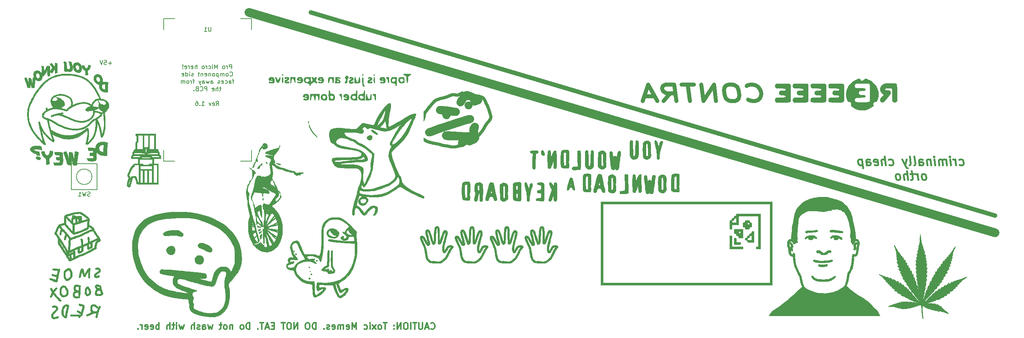
<source format=gbo>
G04 #@! TF.FileFunction,Legend,Bot*
%FSLAX46Y46*%
G04 Gerber Fmt 4.6, Leading zero omitted, Abs format (unit mm)*
G04 Created by KiCad (PCBNEW 4.0.7) date 04/03/18 16:51:39*
%MOMM*%
%LPD*%
G01*
G04 APERTURE LIST*
%ADD10C,0.100000*%
%ADD11C,0.300000*%
%ADD12C,0.200000*%
%ADD13C,1.000000*%
%ADD14C,0.400000*%
%ADD15C,2.000000*%
%ADD16C,0.952500*%
%ADD17C,0.010000*%
%ADD18C,0.150000*%
G04 APERTURE END LIST*
D10*
D11*
X127789573Y-101881714D02*
X127861002Y-101953143D01*
X128075288Y-102024571D01*
X128218145Y-102024571D01*
X128432430Y-101953143D01*
X128575288Y-101810286D01*
X128646716Y-101667429D01*
X128718145Y-101381714D01*
X128718145Y-101167429D01*
X128646716Y-100881714D01*
X128575288Y-100738857D01*
X128432430Y-100596000D01*
X128218145Y-100524571D01*
X128075288Y-100524571D01*
X127861002Y-100596000D01*
X127789573Y-100667429D01*
X127218145Y-101596000D02*
X126503859Y-101596000D01*
X127361002Y-102024571D02*
X126861002Y-100524571D01*
X126361002Y-102024571D01*
X125861002Y-100524571D02*
X125861002Y-101738857D01*
X125789574Y-101881714D01*
X125718145Y-101953143D01*
X125575288Y-102024571D01*
X125289574Y-102024571D01*
X125146716Y-101953143D01*
X125075288Y-101881714D01*
X125003859Y-101738857D01*
X125003859Y-100524571D01*
X124503859Y-100524571D02*
X123646716Y-100524571D01*
X124075287Y-102024571D02*
X124075287Y-100524571D01*
X123146716Y-102024571D02*
X123146716Y-100524571D01*
X122146716Y-100524571D02*
X121861002Y-100524571D01*
X121718144Y-100596000D01*
X121575287Y-100738857D01*
X121503859Y-101024571D01*
X121503859Y-101524571D01*
X121575287Y-101810286D01*
X121718144Y-101953143D01*
X121861002Y-102024571D01*
X122146716Y-102024571D01*
X122289573Y-101953143D01*
X122432430Y-101810286D01*
X122503859Y-101524571D01*
X122503859Y-101024571D01*
X122432430Y-100738857D01*
X122289573Y-100596000D01*
X122146716Y-100524571D01*
X120861001Y-102024571D02*
X120861001Y-100524571D01*
X120003858Y-102024571D01*
X120003858Y-100524571D01*
X119289572Y-101881714D02*
X119218144Y-101953143D01*
X119289572Y-102024571D01*
X119361001Y-101953143D01*
X119289572Y-101881714D01*
X119289572Y-102024571D01*
X119289572Y-101096000D02*
X119218144Y-101167429D01*
X119289572Y-101238857D01*
X119361001Y-101167429D01*
X119289572Y-101096000D01*
X119289572Y-101238857D01*
X117646715Y-100524571D02*
X116789572Y-100524571D01*
X117218143Y-102024571D02*
X117218143Y-100524571D01*
X116075286Y-102024571D02*
X116218144Y-101953143D01*
X116289572Y-101881714D01*
X116361001Y-101738857D01*
X116361001Y-101310286D01*
X116289572Y-101167429D01*
X116218144Y-101096000D01*
X116075286Y-101024571D01*
X115861001Y-101024571D01*
X115718144Y-101096000D01*
X115646715Y-101167429D01*
X115575286Y-101310286D01*
X115575286Y-101738857D01*
X115646715Y-101881714D01*
X115718144Y-101953143D01*
X115861001Y-102024571D01*
X116075286Y-102024571D01*
X115075286Y-102024571D02*
X114289572Y-101024571D01*
X115075286Y-101024571D02*
X114289572Y-102024571D01*
X113718143Y-102024571D02*
X113718143Y-101024571D01*
X113718143Y-100524571D02*
X113789572Y-100596000D01*
X113718143Y-100667429D01*
X113646715Y-100596000D01*
X113718143Y-100524571D01*
X113718143Y-100667429D01*
X112361000Y-101953143D02*
X112503857Y-102024571D01*
X112789571Y-102024571D01*
X112932429Y-101953143D01*
X113003857Y-101881714D01*
X113075286Y-101738857D01*
X113075286Y-101310286D01*
X113003857Y-101167429D01*
X112932429Y-101096000D01*
X112789571Y-101024571D01*
X112503857Y-101024571D01*
X112361000Y-101096000D01*
X110575286Y-102024571D02*
X110575286Y-100524571D01*
X110075286Y-101596000D01*
X109575286Y-100524571D01*
X109575286Y-102024571D01*
X108289572Y-101953143D02*
X108432429Y-102024571D01*
X108718143Y-102024571D01*
X108861000Y-101953143D01*
X108932429Y-101810286D01*
X108932429Y-101238857D01*
X108861000Y-101096000D01*
X108718143Y-101024571D01*
X108432429Y-101024571D01*
X108289572Y-101096000D01*
X108218143Y-101238857D01*
X108218143Y-101381714D01*
X108932429Y-101524571D01*
X107575286Y-102024571D02*
X107575286Y-101024571D01*
X107575286Y-101167429D02*
X107503858Y-101096000D01*
X107361000Y-101024571D01*
X107146715Y-101024571D01*
X107003858Y-101096000D01*
X106932429Y-101238857D01*
X106932429Y-102024571D01*
X106932429Y-101238857D02*
X106861000Y-101096000D01*
X106718143Y-101024571D01*
X106503858Y-101024571D01*
X106361000Y-101096000D01*
X106289572Y-101238857D01*
X106289572Y-102024571D01*
X105003858Y-101953143D02*
X105146715Y-102024571D01*
X105432429Y-102024571D01*
X105575286Y-101953143D01*
X105646715Y-101810286D01*
X105646715Y-101238857D01*
X105575286Y-101096000D01*
X105432429Y-101024571D01*
X105146715Y-101024571D01*
X105003858Y-101096000D01*
X104932429Y-101238857D01*
X104932429Y-101381714D01*
X105646715Y-101524571D01*
X104361001Y-101953143D02*
X104218144Y-102024571D01*
X103932429Y-102024571D01*
X103789572Y-101953143D01*
X103718144Y-101810286D01*
X103718144Y-101738857D01*
X103789572Y-101596000D01*
X103932429Y-101524571D01*
X104146715Y-101524571D01*
X104289572Y-101453143D01*
X104361001Y-101310286D01*
X104361001Y-101238857D01*
X104289572Y-101096000D01*
X104146715Y-101024571D01*
X103932429Y-101024571D01*
X103789572Y-101096000D01*
X103075286Y-101881714D02*
X103003858Y-101953143D01*
X103075286Y-102024571D01*
X103146715Y-101953143D01*
X103075286Y-101881714D01*
X103075286Y-102024571D01*
X101218143Y-102024571D02*
X101218143Y-100524571D01*
X100861000Y-100524571D01*
X100646715Y-100596000D01*
X100503857Y-100738857D01*
X100432429Y-100881714D01*
X100361000Y-101167429D01*
X100361000Y-101381714D01*
X100432429Y-101667429D01*
X100503857Y-101810286D01*
X100646715Y-101953143D01*
X100861000Y-102024571D01*
X101218143Y-102024571D01*
X99432429Y-100524571D02*
X99146715Y-100524571D01*
X99003857Y-100596000D01*
X98861000Y-100738857D01*
X98789572Y-101024571D01*
X98789572Y-101524571D01*
X98861000Y-101810286D01*
X99003857Y-101953143D01*
X99146715Y-102024571D01*
X99432429Y-102024571D01*
X99575286Y-101953143D01*
X99718143Y-101810286D01*
X99789572Y-101524571D01*
X99789572Y-101024571D01*
X99718143Y-100738857D01*
X99575286Y-100596000D01*
X99432429Y-100524571D01*
X97003857Y-102024571D02*
X97003857Y-100524571D01*
X96146714Y-102024571D01*
X96146714Y-100524571D01*
X95146714Y-100524571D02*
X94861000Y-100524571D01*
X94718142Y-100596000D01*
X94575285Y-100738857D01*
X94503857Y-101024571D01*
X94503857Y-101524571D01*
X94575285Y-101810286D01*
X94718142Y-101953143D01*
X94861000Y-102024571D01*
X95146714Y-102024571D01*
X95289571Y-101953143D01*
X95432428Y-101810286D01*
X95503857Y-101524571D01*
X95503857Y-101024571D01*
X95432428Y-100738857D01*
X95289571Y-100596000D01*
X95146714Y-100524571D01*
X94075285Y-100524571D02*
X93218142Y-100524571D01*
X93646713Y-102024571D02*
X93646713Y-100524571D01*
X91575285Y-101238857D02*
X91075285Y-101238857D01*
X90860999Y-102024571D02*
X91575285Y-102024571D01*
X91575285Y-100524571D01*
X90860999Y-100524571D01*
X90289571Y-101596000D02*
X89575285Y-101596000D01*
X90432428Y-102024571D02*
X89932428Y-100524571D01*
X89432428Y-102024571D01*
X89146714Y-100524571D02*
X88289571Y-100524571D01*
X88718142Y-102024571D02*
X88718142Y-100524571D01*
X87789571Y-101881714D02*
X87718143Y-101953143D01*
X87789571Y-102024571D01*
X87861000Y-101953143D01*
X87789571Y-101881714D01*
X87789571Y-102024571D01*
X85932428Y-102024571D02*
X85932428Y-100524571D01*
X85575285Y-100524571D01*
X85361000Y-100596000D01*
X85218142Y-100738857D01*
X85146714Y-100881714D01*
X85075285Y-101167429D01*
X85075285Y-101381714D01*
X85146714Y-101667429D01*
X85218142Y-101810286D01*
X85361000Y-101953143D01*
X85575285Y-102024571D01*
X85932428Y-102024571D01*
X84218142Y-102024571D02*
X84361000Y-101953143D01*
X84432428Y-101881714D01*
X84503857Y-101738857D01*
X84503857Y-101310286D01*
X84432428Y-101167429D01*
X84361000Y-101096000D01*
X84218142Y-101024571D01*
X84003857Y-101024571D01*
X83861000Y-101096000D01*
X83789571Y-101167429D01*
X83718142Y-101310286D01*
X83718142Y-101738857D01*
X83789571Y-101881714D01*
X83861000Y-101953143D01*
X84003857Y-102024571D01*
X84218142Y-102024571D01*
X81932428Y-101024571D02*
X81932428Y-102024571D01*
X81932428Y-101167429D02*
X81861000Y-101096000D01*
X81718142Y-101024571D01*
X81503857Y-101024571D01*
X81361000Y-101096000D01*
X81289571Y-101238857D01*
X81289571Y-102024571D01*
X80360999Y-102024571D02*
X80503857Y-101953143D01*
X80575285Y-101881714D01*
X80646714Y-101738857D01*
X80646714Y-101310286D01*
X80575285Y-101167429D01*
X80503857Y-101096000D01*
X80360999Y-101024571D01*
X80146714Y-101024571D01*
X80003857Y-101096000D01*
X79932428Y-101167429D01*
X79860999Y-101310286D01*
X79860999Y-101738857D01*
X79932428Y-101881714D01*
X80003857Y-101953143D01*
X80146714Y-102024571D01*
X80360999Y-102024571D01*
X79432428Y-101024571D02*
X78860999Y-101024571D01*
X79218142Y-100524571D02*
X79218142Y-101810286D01*
X79146714Y-101953143D01*
X79003856Y-102024571D01*
X78860999Y-102024571D01*
X77360999Y-101024571D02*
X77075285Y-102024571D01*
X76789571Y-101310286D01*
X76503856Y-102024571D01*
X76218142Y-101024571D01*
X75003856Y-102024571D02*
X75003856Y-101238857D01*
X75075285Y-101096000D01*
X75218142Y-101024571D01*
X75503856Y-101024571D01*
X75646713Y-101096000D01*
X75003856Y-101953143D02*
X75146713Y-102024571D01*
X75503856Y-102024571D01*
X75646713Y-101953143D01*
X75718142Y-101810286D01*
X75718142Y-101667429D01*
X75646713Y-101524571D01*
X75503856Y-101453143D01*
X75146713Y-101453143D01*
X75003856Y-101381714D01*
X74360999Y-101953143D02*
X74218142Y-102024571D01*
X73932427Y-102024571D01*
X73789570Y-101953143D01*
X73718142Y-101810286D01*
X73718142Y-101738857D01*
X73789570Y-101596000D01*
X73932427Y-101524571D01*
X74146713Y-101524571D01*
X74289570Y-101453143D01*
X74360999Y-101310286D01*
X74360999Y-101238857D01*
X74289570Y-101096000D01*
X74146713Y-101024571D01*
X73932427Y-101024571D01*
X73789570Y-101096000D01*
X73075284Y-102024571D02*
X73075284Y-100524571D01*
X72432427Y-102024571D02*
X72432427Y-101238857D01*
X72503856Y-101096000D01*
X72646713Y-101024571D01*
X72860998Y-101024571D01*
X73003856Y-101096000D01*
X73075284Y-101167429D01*
X70718141Y-101024571D02*
X70432427Y-102024571D01*
X70146713Y-101310286D01*
X69860998Y-102024571D01*
X69575284Y-101024571D01*
X69003855Y-102024571D02*
X69003855Y-101024571D01*
X69003855Y-100524571D02*
X69075284Y-100596000D01*
X69003855Y-100667429D01*
X68932427Y-100596000D01*
X69003855Y-100524571D01*
X69003855Y-100667429D01*
X68503855Y-101024571D02*
X67932426Y-101024571D01*
X68289569Y-100524571D02*
X68289569Y-101810286D01*
X68218141Y-101953143D01*
X68075283Y-102024571D01*
X67932426Y-102024571D01*
X67432426Y-102024571D02*
X67432426Y-100524571D01*
X66789569Y-102024571D02*
X66789569Y-101238857D01*
X66860998Y-101096000D01*
X67003855Y-101024571D01*
X67218140Y-101024571D01*
X67360998Y-101096000D01*
X67432426Y-101167429D01*
X64932426Y-102024571D02*
X64932426Y-100524571D01*
X64932426Y-101096000D02*
X64789569Y-101024571D01*
X64503855Y-101024571D01*
X64360998Y-101096000D01*
X64289569Y-101167429D01*
X64218140Y-101310286D01*
X64218140Y-101738857D01*
X64289569Y-101881714D01*
X64360998Y-101953143D01*
X64503855Y-102024571D01*
X64789569Y-102024571D01*
X64932426Y-101953143D01*
X63003855Y-101953143D02*
X63146712Y-102024571D01*
X63432426Y-102024571D01*
X63575283Y-101953143D01*
X63646712Y-101810286D01*
X63646712Y-101238857D01*
X63575283Y-101096000D01*
X63432426Y-101024571D01*
X63146712Y-101024571D01*
X63003855Y-101096000D01*
X62932426Y-101238857D01*
X62932426Y-101381714D01*
X63646712Y-101524571D01*
X61718141Y-101953143D02*
X61860998Y-102024571D01*
X62146712Y-102024571D01*
X62289569Y-101953143D01*
X62360998Y-101810286D01*
X62360998Y-101238857D01*
X62289569Y-101096000D01*
X62146712Y-101024571D01*
X61860998Y-101024571D01*
X61718141Y-101096000D01*
X61646712Y-101238857D01*
X61646712Y-101381714D01*
X62360998Y-101524571D01*
X61003855Y-102024571D02*
X61003855Y-101024571D01*
X61003855Y-101310286D02*
X60932427Y-101167429D01*
X60860998Y-101096000D01*
X60718141Y-101024571D01*
X60575284Y-101024571D01*
X60075284Y-101881714D02*
X60003856Y-101953143D01*
X60075284Y-102024571D01*
X60146713Y-101953143D01*
X60075284Y-101881714D01*
X60075284Y-102024571D01*
D12*
X81715858Y-41668381D02*
X81715858Y-40668381D01*
X81334905Y-40668381D01*
X81239667Y-40716000D01*
X81192048Y-40763619D01*
X81144429Y-40858857D01*
X81144429Y-41001714D01*
X81192048Y-41096952D01*
X81239667Y-41144571D01*
X81334905Y-41192190D01*
X81715858Y-41192190D01*
X80715858Y-41668381D02*
X80715858Y-41001714D01*
X80715858Y-41192190D02*
X80668239Y-41096952D01*
X80620620Y-41049333D01*
X80525382Y-41001714D01*
X80430143Y-41001714D01*
X79953953Y-41668381D02*
X80049191Y-41620762D01*
X80096810Y-41573143D01*
X80144429Y-41477905D01*
X80144429Y-41192190D01*
X80096810Y-41096952D01*
X80049191Y-41049333D01*
X79953953Y-41001714D01*
X79811095Y-41001714D01*
X79715857Y-41049333D01*
X79668238Y-41096952D01*
X79620619Y-41192190D01*
X79620619Y-41477905D01*
X79668238Y-41573143D01*
X79715857Y-41620762D01*
X79811095Y-41668381D01*
X79953953Y-41668381D01*
X78430143Y-41668381D02*
X78430143Y-40668381D01*
X78096809Y-41382667D01*
X77763476Y-40668381D01*
X77763476Y-41668381D01*
X77287286Y-41668381D02*
X77287286Y-41001714D01*
X77287286Y-40668381D02*
X77334905Y-40716000D01*
X77287286Y-40763619D01*
X77239667Y-40716000D01*
X77287286Y-40668381D01*
X77287286Y-40763619D01*
X76382524Y-41620762D02*
X76477762Y-41668381D01*
X76668239Y-41668381D01*
X76763477Y-41620762D01*
X76811096Y-41573143D01*
X76858715Y-41477905D01*
X76858715Y-41192190D01*
X76811096Y-41096952D01*
X76763477Y-41049333D01*
X76668239Y-41001714D01*
X76477762Y-41001714D01*
X76382524Y-41049333D01*
X75953953Y-41668381D02*
X75953953Y-41001714D01*
X75953953Y-41192190D02*
X75906334Y-41096952D01*
X75858715Y-41049333D01*
X75763477Y-41001714D01*
X75668238Y-41001714D01*
X75192048Y-41668381D02*
X75287286Y-41620762D01*
X75334905Y-41573143D01*
X75382524Y-41477905D01*
X75382524Y-41192190D01*
X75334905Y-41096952D01*
X75287286Y-41049333D01*
X75192048Y-41001714D01*
X75049190Y-41001714D01*
X74953952Y-41049333D01*
X74906333Y-41096952D01*
X74858714Y-41192190D01*
X74858714Y-41477905D01*
X74906333Y-41573143D01*
X74953952Y-41620762D01*
X75049190Y-41668381D01*
X75192048Y-41668381D01*
X73668238Y-41668381D02*
X73668238Y-40668381D01*
X73239666Y-41668381D02*
X73239666Y-41144571D01*
X73287285Y-41049333D01*
X73382523Y-41001714D01*
X73525381Y-41001714D01*
X73620619Y-41049333D01*
X73668238Y-41096952D01*
X72382523Y-41620762D02*
X72477761Y-41668381D01*
X72668238Y-41668381D01*
X72763476Y-41620762D01*
X72811095Y-41525524D01*
X72811095Y-41144571D01*
X72763476Y-41049333D01*
X72668238Y-41001714D01*
X72477761Y-41001714D01*
X72382523Y-41049333D01*
X72334904Y-41144571D01*
X72334904Y-41239810D01*
X72811095Y-41335048D01*
X71906333Y-41668381D02*
X71906333Y-41001714D01*
X71906333Y-41192190D02*
X71858714Y-41096952D01*
X71811095Y-41049333D01*
X71715857Y-41001714D01*
X71620618Y-41001714D01*
X70906332Y-41620762D02*
X71001570Y-41668381D01*
X71192047Y-41668381D01*
X71287285Y-41620762D01*
X71334904Y-41525524D01*
X71334904Y-41144571D01*
X71287285Y-41049333D01*
X71192047Y-41001714D01*
X71001570Y-41001714D01*
X70906332Y-41049333D01*
X70858713Y-41144571D01*
X70858713Y-41239810D01*
X71334904Y-41335048D01*
X70430142Y-41573143D02*
X70382523Y-41620762D01*
X70430142Y-41668381D01*
X70477761Y-41620762D01*
X70430142Y-41573143D01*
X70430142Y-41668381D01*
X70430142Y-41287429D02*
X70477761Y-40716000D01*
X70430142Y-40668381D01*
X70382523Y-40716000D01*
X70430142Y-41287429D01*
X70430142Y-40668381D01*
X81311095Y-43273143D02*
X81358714Y-43320762D01*
X81501571Y-43368381D01*
X81596809Y-43368381D01*
X81739667Y-43320762D01*
X81834905Y-43225524D01*
X81882524Y-43130286D01*
X81930143Y-42939810D01*
X81930143Y-42796952D01*
X81882524Y-42606476D01*
X81834905Y-42511238D01*
X81739667Y-42416000D01*
X81596809Y-42368381D01*
X81501571Y-42368381D01*
X81358714Y-42416000D01*
X81311095Y-42463619D01*
X80739667Y-43368381D02*
X80834905Y-43320762D01*
X80882524Y-43273143D01*
X80930143Y-43177905D01*
X80930143Y-42892190D01*
X80882524Y-42796952D01*
X80834905Y-42749333D01*
X80739667Y-42701714D01*
X80596809Y-42701714D01*
X80501571Y-42749333D01*
X80453952Y-42796952D01*
X80406333Y-42892190D01*
X80406333Y-43177905D01*
X80453952Y-43273143D01*
X80501571Y-43320762D01*
X80596809Y-43368381D01*
X80739667Y-43368381D01*
X79977762Y-43368381D02*
X79977762Y-42701714D01*
X79977762Y-42796952D02*
X79930143Y-42749333D01*
X79834905Y-42701714D01*
X79692047Y-42701714D01*
X79596809Y-42749333D01*
X79549190Y-42844571D01*
X79549190Y-43368381D01*
X79549190Y-42844571D02*
X79501571Y-42749333D01*
X79406333Y-42701714D01*
X79263476Y-42701714D01*
X79168238Y-42749333D01*
X79120619Y-42844571D01*
X79120619Y-43368381D01*
X78644429Y-42701714D02*
X78644429Y-43701714D01*
X78644429Y-42749333D02*
X78549191Y-42701714D01*
X78358714Y-42701714D01*
X78263476Y-42749333D01*
X78215857Y-42796952D01*
X78168238Y-42892190D01*
X78168238Y-43177905D01*
X78215857Y-43273143D01*
X78263476Y-43320762D01*
X78358714Y-43368381D01*
X78549191Y-43368381D01*
X78644429Y-43320762D01*
X77596810Y-43368381D02*
X77692048Y-43320762D01*
X77739667Y-43273143D01*
X77787286Y-43177905D01*
X77787286Y-42892190D01*
X77739667Y-42796952D01*
X77692048Y-42749333D01*
X77596810Y-42701714D01*
X77453952Y-42701714D01*
X77358714Y-42749333D01*
X77311095Y-42796952D01*
X77263476Y-42892190D01*
X77263476Y-43177905D01*
X77311095Y-43273143D01*
X77358714Y-43320762D01*
X77453952Y-43368381D01*
X77596810Y-43368381D01*
X76834905Y-42701714D02*
X76834905Y-43368381D01*
X76834905Y-42796952D02*
X76787286Y-42749333D01*
X76692048Y-42701714D01*
X76549190Y-42701714D01*
X76453952Y-42749333D01*
X76406333Y-42844571D01*
X76406333Y-43368381D01*
X75549190Y-43320762D02*
X75644428Y-43368381D01*
X75834905Y-43368381D01*
X75930143Y-43320762D01*
X75977762Y-43225524D01*
X75977762Y-42844571D01*
X75930143Y-42749333D01*
X75834905Y-42701714D01*
X75644428Y-42701714D01*
X75549190Y-42749333D01*
X75501571Y-42844571D01*
X75501571Y-42939810D01*
X75977762Y-43035048D01*
X75073000Y-42701714D02*
X75073000Y-43368381D01*
X75073000Y-42796952D02*
X75025381Y-42749333D01*
X74930143Y-42701714D01*
X74787285Y-42701714D01*
X74692047Y-42749333D01*
X74644428Y-42844571D01*
X74644428Y-43368381D01*
X74311095Y-42701714D02*
X73930143Y-42701714D01*
X74168238Y-42368381D02*
X74168238Y-43225524D01*
X74120619Y-43320762D01*
X74025381Y-43368381D01*
X73930143Y-43368381D01*
X72882523Y-43320762D02*
X72787285Y-43368381D01*
X72596809Y-43368381D01*
X72501570Y-43320762D01*
X72453951Y-43225524D01*
X72453951Y-43177905D01*
X72501570Y-43082667D01*
X72596809Y-43035048D01*
X72739666Y-43035048D01*
X72834904Y-42987429D01*
X72882523Y-42892190D01*
X72882523Y-42844571D01*
X72834904Y-42749333D01*
X72739666Y-42701714D01*
X72596809Y-42701714D01*
X72501570Y-42749333D01*
X72025380Y-43368381D02*
X72025380Y-42701714D01*
X72025380Y-42368381D02*
X72072999Y-42416000D01*
X72025380Y-42463619D01*
X71977761Y-42416000D01*
X72025380Y-42368381D01*
X72025380Y-42463619D01*
X71120618Y-43368381D02*
X71120618Y-42368381D01*
X71120618Y-43320762D02*
X71215856Y-43368381D01*
X71406333Y-43368381D01*
X71501571Y-43320762D01*
X71549190Y-43273143D01*
X71596809Y-43177905D01*
X71596809Y-42892190D01*
X71549190Y-42796952D01*
X71501571Y-42749333D01*
X71406333Y-42701714D01*
X71215856Y-42701714D01*
X71120618Y-42749333D01*
X70263475Y-43320762D02*
X70358713Y-43368381D01*
X70549190Y-43368381D01*
X70644428Y-43320762D01*
X70692047Y-43225524D01*
X70692047Y-42844571D01*
X70644428Y-42749333D01*
X70549190Y-42701714D01*
X70358713Y-42701714D01*
X70263475Y-42749333D01*
X70215856Y-42844571D01*
X70215856Y-42939810D01*
X70692047Y-43035048D01*
X82263477Y-44401714D02*
X81882525Y-44401714D01*
X82120620Y-45068381D02*
X82120620Y-44211238D01*
X82073001Y-44116000D01*
X81977763Y-44068381D01*
X81882525Y-44068381D01*
X81120619Y-45068381D02*
X81120619Y-44544571D01*
X81168238Y-44449333D01*
X81263476Y-44401714D01*
X81453953Y-44401714D01*
X81549191Y-44449333D01*
X81120619Y-45020762D02*
X81215857Y-45068381D01*
X81453953Y-45068381D01*
X81549191Y-45020762D01*
X81596810Y-44925524D01*
X81596810Y-44830286D01*
X81549191Y-44735048D01*
X81453953Y-44687429D01*
X81215857Y-44687429D01*
X81120619Y-44639810D01*
X80215857Y-45020762D02*
X80311095Y-45068381D01*
X80501572Y-45068381D01*
X80596810Y-45020762D01*
X80644429Y-44973143D01*
X80692048Y-44877905D01*
X80692048Y-44592190D01*
X80644429Y-44496952D01*
X80596810Y-44449333D01*
X80501572Y-44401714D01*
X80311095Y-44401714D01*
X80215857Y-44449333D01*
X79406333Y-45020762D02*
X79501571Y-45068381D01*
X79692048Y-45068381D01*
X79787286Y-45020762D01*
X79834905Y-44925524D01*
X79834905Y-44544571D01*
X79787286Y-44449333D01*
X79692048Y-44401714D01*
X79501571Y-44401714D01*
X79406333Y-44449333D01*
X79358714Y-44544571D01*
X79358714Y-44639810D01*
X79834905Y-44735048D01*
X78977762Y-45020762D02*
X78882524Y-45068381D01*
X78692048Y-45068381D01*
X78596809Y-45020762D01*
X78549190Y-44925524D01*
X78549190Y-44877905D01*
X78596809Y-44782667D01*
X78692048Y-44735048D01*
X78834905Y-44735048D01*
X78930143Y-44687429D01*
X78977762Y-44592190D01*
X78977762Y-44544571D01*
X78930143Y-44449333D01*
X78834905Y-44401714D01*
X78692048Y-44401714D01*
X78596809Y-44449333D01*
X76930142Y-45068381D02*
X76930142Y-44544571D01*
X76977761Y-44449333D01*
X77072999Y-44401714D01*
X77263476Y-44401714D01*
X77358714Y-44449333D01*
X76930142Y-45020762D02*
X77025380Y-45068381D01*
X77263476Y-45068381D01*
X77358714Y-45020762D01*
X77406333Y-44925524D01*
X77406333Y-44830286D01*
X77358714Y-44735048D01*
X77263476Y-44687429D01*
X77025380Y-44687429D01*
X76930142Y-44639810D01*
X76549190Y-44401714D02*
X76358714Y-45068381D01*
X76168237Y-44592190D01*
X75977761Y-45068381D01*
X75787285Y-44401714D01*
X74977761Y-45068381D02*
X74977761Y-44544571D01*
X75025380Y-44449333D01*
X75120618Y-44401714D01*
X75311095Y-44401714D01*
X75406333Y-44449333D01*
X74977761Y-45020762D02*
X75072999Y-45068381D01*
X75311095Y-45068381D01*
X75406333Y-45020762D01*
X75453952Y-44925524D01*
X75453952Y-44830286D01*
X75406333Y-44735048D01*
X75311095Y-44687429D01*
X75072999Y-44687429D01*
X74977761Y-44639810D01*
X74596809Y-44401714D02*
X74358714Y-45068381D01*
X74120618Y-44401714D02*
X74358714Y-45068381D01*
X74453952Y-45306476D01*
X74501571Y-45354095D01*
X74596809Y-45401714D01*
X73120618Y-44401714D02*
X72739666Y-44401714D01*
X72977761Y-45068381D02*
X72977761Y-44211238D01*
X72930142Y-44116000D01*
X72834904Y-44068381D01*
X72739666Y-44068381D01*
X72406332Y-45068381D02*
X72406332Y-44401714D01*
X72406332Y-44592190D02*
X72358713Y-44496952D01*
X72311094Y-44449333D01*
X72215856Y-44401714D01*
X72120617Y-44401714D01*
X71644427Y-45068381D02*
X71739665Y-45020762D01*
X71787284Y-44973143D01*
X71834903Y-44877905D01*
X71834903Y-44592190D01*
X71787284Y-44496952D01*
X71739665Y-44449333D01*
X71644427Y-44401714D01*
X71501569Y-44401714D01*
X71406331Y-44449333D01*
X71358712Y-44496952D01*
X71311093Y-44592190D01*
X71311093Y-44877905D01*
X71358712Y-44973143D01*
X71406331Y-45020762D01*
X71501569Y-45068381D01*
X71644427Y-45068381D01*
X70882522Y-45068381D02*
X70882522Y-44401714D01*
X70882522Y-44496952D02*
X70834903Y-44449333D01*
X70739665Y-44401714D01*
X70596807Y-44401714D01*
X70501569Y-44449333D01*
X70453950Y-44544571D01*
X70453950Y-45068381D01*
X70453950Y-44544571D02*
X70406331Y-44449333D01*
X70311093Y-44401714D01*
X70168236Y-44401714D01*
X70072998Y-44449333D01*
X70025379Y-44544571D01*
X70025379Y-45068381D01*
X79263476Y-46101714D02*
X78882524Y-46101714D01*
X79120619Y-45768381D02*
X79120619Y-46625524D01*
X79073000Y-46720762D01*
X78977762Y-46768381D01*
X78882524Y-46768381D01*
X78549190Y-46768381D02*
X78549190Y-45768381D01*
X78120618Y-46768381D02*
X78120618Y-46244571D01*
X78168237Y-46149333D01*
X78263475Y-46101714D01*
X78406333Y-46101714D01*
X78501571Y-46149333D01*
X78549190Y-46196952D01*
X77263475Y-46720762D02*
X77358713Y-46768381D01*
X77549190Y-46768381D01*
X77644428Y-46720762D01*
X77692047Y-46625524D01*
X77692047Y-46244571D01*
X77644428Y-46149333D01*
X77549190Y-46101714D01*
X77358713Y-46101714D01*
X77263475Y-46149333D01*
X77215856Y-46244571D01*
X77215856Y-46339810D01*
X77692047Y-46435048D01*
X76025380Y-46768381D02*
X76025380Y-45768381D01*
X75644427Y-45768381D01*
X75549189Y-45816000D01*
X75501570Y-45863619D01*
X75453951Y-45958857D01*
X75453951Y-46101714D01*
X75501570Y-46196952D01*
X75549189Y-46244571D01*
X75644427Y-46292190D01*
X76025380Y-46292190D01*
X74453951Y-46673143D02*
X74501570Y-46720762D01*
X74644427Y-46768381D01*
X74739665Y-46768381D01*
X74882523Y-46720762D01*
X74977761Y-46625524D01*
X75025380Y-46530286D01*
X75072999Y-46339810D01*
X75072999Y-46196952D01*
X75025380Y-46006476D01*
X74977761Y-45911238D01*
X74882523Y-45816000D01*
X74739665Y-45768381D01*
X74644427Y-45768381D01*
X74501570Y-45816000D01*
X74453951Y-45863619D01*
X73692046Y-46244571D02*
X73549189Y-46292190D01*
X73501570Y-46339810D01*
X73453951Y-46435048D01*
X73453951Y-46577905D01*
X73501570Y-46673143D01*
X73549189Y-46720762D01*
X73644427Y-46768381D01*
X74025380Y-46768381D01*
X74025380Y-45768381D01*
X73692046Y-45768381D01*
X73596808Y-45816000D01*
X73549189Y-45863619D01*
X73501570Y-45958857D01*
X73501570Y-46054095D01*
X73549189Y-46149333D01*
X73596808Y-46196952D01*
X73692046Y-46244571D01*
X74025380Y-46244571D01*
X73025380Y-46673143D02*
X72977761Y-46720762D01*
X73025380Y-46768381D01*
X73072999Y-46720762D01*
X73025380Y-46673143D01*
X73025380Y-46768381D01*
X78144428Y-50168381D02*
X78477762Y-49692190D01*
X78715857Y-50168381D02*
X78715857Y-49168381D01*
X78334904Y-49168381D01*
X78239666Y-49216000D01*
X78192047Y-49263619D01*
X78144428Y-49358857D01*
X78144428Y-49501714D01*
X78192047Y-49596952D01*
X78239666Y-49644571D01*
X78334904Y-49692190D01*
X78715857Y-49692190D01*
X77334904Y-50120762D02*
X77430142Y-50168381D01*
X77620619Y-50168381D01*
X77715857Y-50120762D01*
X77763476Y-50025524D01*
X77763476Y-49644571D01*
X77715857Y-49549333D01*
X77620619Y-49501714D01*
X77430142Y-49501714D01*
X77334904Y-49549333D01*
X77287285Y-49644571D01*
X77287285Y-49739810D01*
X77763476Y-49835048D01*
X76953952Y-49501714D02*
X76715857Y-50168381D01*
X76477761Y-49501714D01*
X74811094Y-50168381D02*
X75382523Y-50168381D01*
X75096809Y-50168381D02*
X75096809Y-49168381D01*
X75192047Y-49311238D01*
X75287285Y-49406476D01*
X75382523Y-49454095D01*
X74382523Y-50073143D02*
X74334904Y-50120762D01*
X74382523Y-50168381D01*
X74430142Y-50120762D01*
X74382523Y-50073143D01*
X74382523Y-50168381D01*
X73477761Y-49168381D02*
X73668238Y-49168381D01*
X73763476Y-49216000D01*
X73811095Y-49263619D01*
X73906333Y-49406476D01*
X73953952Y-49596952D01*
X73953952Y-49977905D01*
X73906333Y-50073143D01*
X73858714Y-50120762D01*
X73763476Y-50168381D01*
X73572999Y-50168381D01*
X73477761Y-50120762D01*
X73430142Y-50073143D01*
X73382523Y-49977905D01*
X73382523Y-49739810D01*
X73430142Y-49644571D01*
X73477761Y-49596952D01*
X73572999Y-49549333D01*
X73763476Y-49549333D01*
X73858714Y-49596952D01*
X73906333Y-49644571D01*
X73953952Y-49739810D01*
X53990714Y-40330429D02*
X53228809Y-40330429D01*
X53609761Y-40711381D02*
X53609761Y-39949476D01*
X52276428Y-39711381D02*
X52752619Y-39711381D01*
X52800238Y-40187571D01*
X52752619Y-40139952D01*
X52657381Y-40092333D01*
X52419285Y-40092333D01*
X52324047Y-40139952D01*
X52276428Y-40187571D01*
X52228809Y-40282810D01*
X52228809Y-40520905D01*
X52276428Y-40616143D01*
X52324047Y-40663762D01*
X52419285Y-40711381D01*
X52657381Y-40711381D01*
X52752619Y-40663762D01*
X52800238Y-40616143D01*
X51943095Y-39711381D02*
X51609762Y-40711381D01*
X51276428Y-39711381D01*
D13*
X100012500Y-28575000D02*
X258318000Y-75692000D01*
D14*
X250099287Y-63879524D02*
X250301668Y-63974762D01*
X250682620Y-63974762D01*
X250861191Y-63879524D01*
X250944526Y-63784286D01*
X251015954Y-63593810D01*
X250944526Y-63022381D01*
X250825478Y-62831905D01*
X250718334Y-62736667D01*
X250515954Y-62641429D01*
X250135002Y-62641429D01*
X249956430Y-62736667D01*
X249254049Y-63974762D02*
X249087383Y-62641429D01*
X249135002Y-63022381D02*
X249015953Y-62831905D01*
X248908810Y-62736667D01*
X248706430Y-62641429D01*
X248515954Y-62641429D01*
X248015954Y-63974762D02*
X247849288Y-62641429D01*
X247765954Y-61974762D02*
X247873097Y-62070000D01*
X247789764Y-62165238D01*
X247682620Y-62070000D01*
X247765954Y-61974762D01*
X247789764Y-62165238D01*
X247063573Y-63974762D02*
X246896907Y-62641429D01*
X246920716Y-62831905D02*
X246813572Y-62736667D01*
X246611192Y-62641429D01*
X246325478Y-62641429D01*
X246146906Y-62736667D01*
X246075478Y-62927143D01*
X246206430Y-63974762D01*
X246075478Y-62927143D02*
X245956430Y-62736667D01*
X245754049Y-62641429D01*
X245468335Y-62641429D01*
X245289763Y-62736667D01*
X245218335Y-62927143D01*
X245349287Y-63974762D01*
X244396906Y-63974762D02*
X244230240Y-62641429D01*
X244146906Y-61974762D02*
X244254049Y-62070000D01*
X244170716Y-62165238D01*
X244063572Y-62070000D01*
X244146906Y-61974762D01*
X244170716Y-62165238D01*
X243277859Y-62641429D02*
X243444525Y-63974762D01*
X243301668Y-62831905D02*
X243194524Y-62736667D01*
X242992144Y-62641429D01*
X242706430Y-62641429D01*
X242527858Y-62736667D01*
X242456430Y-62927143D01*
X242587382Y-63974762D01*
X240777858Y-63974762D02*
X240646906Y-62927143D01*
X240718334Y-62736667D01*
X240896906Y-62641429D01*
X241277858Y-62641429D01*
X241480239Y-62736667D01*
X240765953Y-63879524D02*
X240968334Y-63974762D01*
X241444524Y-63974762D01*
X241623096Y-63879524D01*
X241694525Y-63689048D01*
X241670715Y-63498571D01*
X241551668Y-63308095D01*
X241349286Y-63212857D01*
X240873096Y-63212857D01*
X240670715Y-63117619D01*
X239539762Y-63974762D02*
X239718333Y-63879524D01*
X239789763Y-63689048D01*
X239575477Y-61974762D01*
X238492143Y-63974762D02*
X238670714Y-63879524D01*
X238742144Y-63689048D01*
X238527858Y-61974762D01*
X237754049Y-62641429D02*
X237444524Y-63974762D01*
X236801668Y-62641429D02*
X237444524Y-63974762D01*
X237694524Y-64450952D01*
X237801668Y-64546190D01*
X238004049Y-64641429D01*
X233813571Y-63879524D02*
X234015952Y-63974762D01*
X234396904Y-63974762D01*
X234575475Y-63879524D01*
X234658810Y-63784286D01*
X234730238Y-63593810D01*
X234658810Y-63022381D01*
X234539762Y-62831905D01*
X234432618Y-62736667D01*
X234230238Y-62641429D01*
X233849286Y-62641429D01*
X233670714Y-62736667D01*
X232968333Y-63974762D02*
X232718333Y-61974762D01*
X232111190Y-63974762D02*
X231980238Y-62927143D01*
X232051666Y-62736667D01*
X232230238Y-62641429D01*
X232515952Y-62641429D01*
X232718332Y-62736667D01*
X232825476Y-62831905D01*
X230384999Y-63879524D02*
X230587380Y-63974762D01*
X230968332Y-63974762D01*
X231146904Y-63879524D01*
X231218333Y-63689048D01*
X231123095Y-62927143D01*
X231004047Y-62736667D01*
X230801666Y-62641429D01*
X230420714Y-62641429D01*
X230242142Y-62736667D01*
X230170714Y-62927143D01*
X230194523Y-63117619D01*
X231170714Y-63308095D01*
X228587380Y-63974762D02*
X228456428Y-62927143D01*
X228527856Y-62736667D01*
X228706428Y-62641429D01*
X229087380Y-62641429D01*
X229289761Y-62736667D01*
X228575475Y-63879524D02*
X228777856Y-63974762D01*
X229254046Y-63974762D01*
X229432618Y-63879524D01*
X229504047Y-63689048D01*
X229480237Y-63498571D01*
X229361190Y-63308095D01*
X229158808Y-63212857D01*
X228682618Y-63212857D01*
X228480237Y-63117619D01*
X227468333Y-62641429D02*
X227718333Y-64641429D01*
X227480237Y-62736667D02*
X227277856Y-62641429D01*
X226896904Y-62641429D01*
X226718332Y-62736667D01*
X226634999Y-62831905D01*
X226563571Y-63022381D01*
X226634999Y-63593810D01*
X226754047Y-63784286D01*
X226861189Y-63879524D01*
X227063570Y-63974762D01*
X227444522Y-63974762D01*
X227623094Y-63879524D01*
X242015952Y-67374762D02*
X242194523Y-67279524D01*
X242277858Y-67184286D01*
X242349286Y-66993810D01*
X242277858Y-66422381D01*
X242158810Y-66231905D01*
X242051666Y-66136667D01*
X241849286Y-66041429D01*
X241563572Y-66041429D01*
X241385000Y-66136667D01*
X241301667Y-66231905D01*
X241230239Y-66422381D01*
X241301667Y-66993810D01*
X241420715Y-67184286D01*
X241527857Y-67279524D01*
X241730238Y-67374762D01*
X242015952Y-67374762D01*
X240492143Y-67374762D02*
X240325477Y-66041429D01*
X240373096Y-66422381D02*
X240254047Y-66231905D01*
X240146904Y-66136667D01*
X239944524Y-66041429D01*
X239754048Y-66041429D01*
X239373096Y-66041429D02*
X238611191Y-66041429D01*
X239004048Y-65374762D02*
X239218334Y-67089048D01*
X239146904Y-67279524D01*
X238968333Y-67374762D01*
X238777857Y-67374762D01*
X238111191Y-67374762D02*
X237861191Y-65374762D01*
X237254048Y-67374762D02*
X237123096Y-66327143D01*
X237194524Y-66136667D01*
X237373096Y-66041429D01*
X237658810Y-66041429D01*
X237861190Y-66136667D01*
X237968334Y-66231905D01*
X236015952Y-67374762D02*
X236194523Y-67279524D01*
X236277858Y-67184286D01*
X236349286Y-66993810D01*
X236277858Y-66422381D01*
X236158810Y-66231905D01*
X236051666Y-66136667D01*
X235849286Y-66041429D01*
X235563572Y-66041429D01*
X235385000Y-66136667D01*
X235301667Y-66231905D01*
X235230239Y-66422381D01*
X235301667Y-66993810D01*
X235420715Y-67184286D01*
X235527857Y-67279524D01*
X235730238Y-67374762D01*
X236015952Y-67374762D01*
D15*
X258318000Y-79629000D02*
X85725000Y-28575000D01*
D16*
X201151369Y-48731714D02*
X201415953Y-48913143D01*
X202164345Y-49094571D01*
X202648155Y-49094571D01*
X203351191Y-48913143D01*
X203789643Y-48550286D01*
X203986191Y-48187429D01*
X204137381Y-47461714D01*
X204069346Y-46917429D01*
X203736726Y-46191714D01*
X203449464Y-45828857D01*
X202920298Y-45466000D01*
X202171905Y-45284571D01*
X201688095Y-45284571D01*
X200985060Y-45466000D01*
X200765834Y-45647429D01*
X197575714Y-45284571D02*
X196608095Y-45284571D01*
X196146965Y-45466000D01*
X195708512Y-45828857D01*
X195557321Y-46554571D01*
X195716071Y-47824571D01*
X196048691Y-48550286D01*
X196577858Y-48913143D01*
X197084345Y-49094571D01*
X198051964Y-49094571D01*
X198513096Y-48913143D01*
X198951548Y-48550286D01*
X199102738Y-47824571D01*
X198943988Y-46554571D01*
X198611369Y-45828857D01*
X198082203Y-45466000D01*
X197575714Y-45284571D01*
X193697678Y-49094571D02*
X193221428Y-45284571D01*
X190794821Y-49094571D01*
X190318571Y-45284571D01*
X188625237Y-45284571D02*
X185722380Y-45284571D01*
X187650059Y-49094571D02*
X187173809Y-45284571D01*
X181602440Y-49094571D02*
X183068988Y-47280286D01*
X184505297Y-49094571D02*
X184029047Y-45284571D01*
X182093809Y-45284571D01*
X181632679Y-45466000D01*
X181413453Y-45647429D01*
X181216905Y-46010286D01*
X181284940Y-46554571D01*
X181572203Y-46917429D01*
X181836786Y-47098857D01*
X182343274Y-47280286D01*
X184278512Y-47280286D01*
X179531131Y-48006000D02*
X177112083Y-48006000D01*
X180151011Y-49094571D02*
X177981428Y-45284571D01*
X176764345Y-49094571D01*
D17*
G36*
X40857099Y-60906729D02*
X40764330Y-60911754D01*
X40718227Y-60924087D01*
X40705840Y-60946873D01*
X40712518Y-60977975D01*
X40729760Y-61048841D01*
X40753327Y-61166577D01*
X40778267Y-61306363D01*
X40779484Y-61313618D01*
X40823470Y-61576857D01*
X41341395Y-61599898D01*
X41527912Y-61609484D01*
X41687512Y-61620122D01*
X41806668Y-61630725D01*
X41871856Y-61640204D01*
X41879604Y-61643223D01*
X41892610Y-61687209D01*
X41906989Y-61782685D01*
X41919267Y-61904934D01*
X41938646Y-62146362D01*
X41111714Y-62121142D01*
X41120627Y-62320714D01*
X41129432Y-62458138D01*
X41141887Y-62584921D01*
X41148924Y-62635226D01*
X41168310Y-62750166D01*
X41566369Y-62775965D01*
X41964428Y-62801765D01*
X41964428Y-63014811D01*
X41956053Y-63146636D01*
X41925843Y-63247487D01*
X41866173Y-63320307D01*
X41769416Y-63368039D01*
X41627946Y-63393628D01*
X41434136Y-63400017D01*
X41180360Y-63390149D01*
X41019860Y-63379402D01*
X40839882Y-63367180D01*
X40687790Y-63358637D01*
X40577230Y-63354404D01*
X40521846Y-63355112D01*
X40518177Y-63356175D01*
X40522437Y-63393965D01*
X40544827Y-63484392D01*
X40581107Y-63611056D01*
X40600363Y-63673996D01*
X40695514Y-63979300D01*
X40972589Y-64002721D01*
X41141633Y-64013294D01*
X41339303Y-64019841D01*
X41549646Y-64022498D01*
X41756709Y-64021398D01*
X41944538Y-64016675D01*
X42097180Y-64008463D01*
X42198682Y-63996898D01*
X42218663Y-63992239D01*
X42376667Y-63932659D01*
X42494251Y-63856250D01*
X42577557Y-63752011D01*
X42632729Y-63608938D01*
X42665910Y-63416031D01*
X42683241Y-63162288D01*
X42683332Y-63159996D01*
X42686305Y-63001788D01*
X42684988Y-62803952D01*
X42679964Y-62577759D01*
X42671816Y-62334478D01*
X42661126Y-62085379D01*
X42648478Y-61841732D01*
X42634453Y-61614806D01*
X42619635Y-61415872D01*
X42604606Y-61256198D01*
X42589949Y-61147056D01*
X42576844Y-61100371D01*
X42522485Y-61073988D01*
X42408050Y-61045217D01*
X42245927Y-61015597D01*
X42048507Y-60986665D01*
X41828176Y-60959958D01*
X41597326Y-60937013D01*
X41368343Y-60919369D01*
X41153618Y-60908562D01*
X41009483Y-60905869D01*
X40857099Y-60906729D01*
X40857099Y-60906729D01*
G37*
X40857099Y-60906729D02*
X40764330Y-60911754D01*
X40718227Y-60924087D01*
X40705840Y-60946873D01*
X40712518Y-60977975D01*
X40729760Y-61048841D01*
X40753327Y-61166577D01*
X40778267Y-61306363D01*
X40779484Y-61313618D01*
X40823470Y-61576857D01*
X41341395Y-61599898D01*
X41527912Y-61609484D01*
X41687512Y-61620122D01*
X41806668Y-61630725D01*
X41871856Y-61640204D01*
X41879604Y-61643223D01*
X41892610Y-61687209D01*
X41906989Y-61782685D01*
X41919267Y-61904934D01*
X41938646Y-62146362D01*
X41111714Y-62121142D01*
X41120627Y-62320714D01*
X41129432Y-62458138D01*
X41141887Y-62584921D01*
X41148924Y-62635226D01*
X41168310Y-62750166D01*
X41566369Y-62775965D01*
X41964428Y-62801765D01*
X41964428Y-63014811D01*
X41956053Y-63146636D01*
X41925843Y-63247487D01*
X41866173Y-63320307D01*
X41769416Y-63368039D01*
X41627946Y-63393628D01*
X41434136Y-63400017D01*
X41180360Y-63390149D01*
X41019860Y-63379402D01*
X40839882Y-63367180D01*
X40687790Y-63358637D01*
X40577230Y-63354404D01*
X40521846Y-63355112D01*
X40518177Y-63356175D01*
X40522437Y-63393965D01*
X40544827Y-63484392D01*
X40581107Y-63611056D01*
X40600363Y-63673996D01*
X40695514Y-63979300D01*
X40972589Y-64002721D01*
X41141633Y-64013294D01*
X41339303Y-64019841D01*
X41549646Y-64022498D01*
X41756709Y-64021398D01*
X41944538Y-64016675D01*
X42097180Y-64008463D01*
X42198682Y-63996898D01*
X42218663Y-63992239D01*
X42376667Y-63932659D01*
X42494251Y-63856250D01*
X42577557Y-63752011D01*
X42632729Y-63608938D01*
X42665910Y-63416031D01*
X42683241Y-63162288D01*
X42683332Y-63159996D01*
X42686305Y-63001788D01*
X42684988Y-62803952D01*
X42679964Y-62577759D01*
X42671816Y-62334478D01*
X42661126Y-62085379D01*
X42648478Y-61841732D01*
X42634453Y-61614806D01*
X42619635Y-61415872D01*
X42604606Y-61256198D01*
X42589949Y-61147056D01*
X42576844Y-61100371D01*
X42522485Y-61073988D01*
X42408050Y-61045217D01*
X42245927Y-61015597D01*
X42048507Y-60986665D01*
X41828176Y-60959958D01*
X41597326Y-60937013D01*
X41368343Y-60919369D01*
X41153618Y-60908562D01*
X41009483Y-60905869D01*
X40857099Y-60906729D01*
G36*
X45509119Y-60800657D02*
X45488267Y-60810015D01*
X45470196Y-60833978D01*
X45454038Y-60878852D01*
X45438924Y-60950941D01*
X45423986Y-61056550D01*
X45408356Y-61201985D01*
X45391165Y-61393551D01*
X45371545Y-61637552D01*
X45348627Y-61940295D01*
X45321544Y-62308083D01*
X45316638Y-62375142D01*
X45308191Y-62492392D01*
X45300470Y-62575086D01*
X45290742Y-62618428D01*
X45276270Y-62617621D01*
X45254319Y-62567867D01*
X45222155Y-62464369D01*
X45177042Y-62302329D01*
X45116246Y-62076951D01*
X45089082Y-61976000D01*
X45033354Y-61770502D01*
X44979407Y-61574033D01*
X44932219Y-61404552D01*
X44896767Y-61280015D01*
X44886951Y-61246685D01*
X44831438Y-61061657D01*
X44550004Y-60999383D01*
X44404847Y-60967461D01*
X44278533Y-60940035D01*
X44195047Y-60922306D01*
X44186928Y-60920649D01*
X44154427Y-60916108D01*
X44131844Y-60925128D01*
X44117243Y-60958627D01*
X44108688Y-61027522D01*
X44104242Y-61142729D01*
X44101968Y-61315165D01*
X44101224Y-61403808D01*
X44097779Y-61626920D01*
X44091432Y-61861724D01*
X44083098Y-62079821D01*
X44074010Y-62248142D01*
X44050857Y-62592857D01*
X44003083Y-62429571D01*
X43938200Y-62214869D01*
X43860849Y-61969930D01*
X43777642Y-61714739D01*
X43695192Y-61469282D01*
X43620111Y-61253544D01*
X43559251Y-61088133D01*
X43498751Y-60937597D01*
X43447549Y-60847037D01*
X43389203Y-60808575D01*
X43307269Y-60814334D01*
X43185305Y-60856436D01*
X43125283Y-60880229D01*
X42996552Y-60930682D01*
X42907200Y-60971155D01*
X42854777Y-61014017D01*
X42836836Y-61071635D01*
X42850925Y-61156378D01*
X42894596Y-61280613D01*
X42965400Y-61456709D01*
X42996069Y-61532710D01*
X43170712Y-61992192D01*
X43333190Y-62472314D01*
X43489812Y-62992472D01*
X43594604Y-63373000D01*
X43725203Y-63862857D01*
X44015030Y-63891244D01*
X44171554Y-63909346D01*
X44316317Y-63930836D01*
X44420842Y-63951422D01*
X44429816Y-63953761D01*
X44516825Y-63972009D01*
X44568709Y-63972621D01*
X44571986Y-63970680D01*
X44580008Y-63930694D01*
X44591827Y-63830061D01*
X44606300Y-63680535D01*
X44622285Y-63493871D01*
X44637736Y-63294120D01*
X44653706Y-63083811D01*
X44668581Y-62900120D01*
X44681349Y-62754635D01*
X44690994Y-62658942D01*
X44696342Y-62624705D01*
X44708107Y-62654136D01*
X44733577Y-62741868D01*
X44769409Y-62875660D01*
X44812263Y-63043271D01*
X44829313Y-63111748D01*
X44878581Y-63310051D01*
X44926161Y-63499837D01*
X44967145Y-63661643D01*
X44996625Y-63776005D01*
X45000393Y-63790285D01*
X45048569Y-63971714D01*
X45877823Y-63971714D01*
X45901867Y-63627000D01*
X45940156Y-63201560D01*
X45998857Y-62720420D01*
X46075986Y-62196907D01*
X46169561Y-61644351D01*
X46277598Y-61076079D01*
X46291794Y-61005725D01*
X46262549Y-60982035D01*
X46179017Y-60948782D01*
X46058089Y-60910558D01*
X45916654Y-60871956D01*
X45771605Y-60837567D01*
X45639830Y-60811983D01*
X45538221Y-60799797D01*
X45533620Y-60799599D01*
X45509119Y-60800657D01*
X45509119Y-60800657D01*
G37*
X45509119Y-60800657D02*
X45488267Y-60810015D01*
X45470196Y-60833978D01*
X45454038Y-60878852D01*
X45438924Y-60950941D01*
X45423986Y-61056550D01*
X45408356Y-61201985D01*
X45391165Y-61393551D01*
X45371545Y-61637552D01*
X45348627Y-61940295D01*
X45321544Y-62308083D01*
X45316638Y-62375142D01*
X45308191Y-62492392D01*
X45300470Y-62575086D01*
X45290742Y-62618428D01*
X45276270Y-62617621D01*
X45254319Y-62567867D01*
X45222155Y-62464369D01*
X45177042Y-62302329D01*
X45116246Y-62076951D01*
X45089082Y-61976000D01*
X45033354Y-61770502D01*
X44979407Y-61574033D01*
X44932219Y-61404552D01*
X44896767Y-61280015D01*
X44886951Y-61246685D01*
X44831438Y-61061657D01*
X44550004Y-60999383D01*
X44404847Y-60967461D01*
X44278533Y-60940035D01*
X44195047Y-60922306D01*
X44186928Y-60920649D01*
X44154427Y-60916108D01*
X44131844Y-60925128D01*
X44117243Y-60958627D01*
X44108688Y-61027522D01*
X44104242Y-61142729D01*
X44101968Y-61315165D01*
X44101224Y-61403808D01*
X44097779Y-61626920D01*
X44091432Y-61861724D01*
X44083098Y-62079821D01*
X44074010Y-62248142D01*
X44050857Y-62592857D01*
X44003083Y-62429571D01*
X43938200Y-62214869D01*
X43860849Y-61969930D01*
X43777642Y-61714739D01*
X43695192Y-61469282D01*
X43620111Y-61253544D01*
X43559251Y-61088133D01*
X43498751Y-60937597D01*
X43447549Y-60847037D01*
X43389203Y-60808575D01*
X43307269Y-60814334D01*
X43185305Y-60856436D01*
X43125283Y-60880229D01*
X42996552Y-60930682D01*
X42907200Y-60971155D01*
X42854777Y-61014017D01*
X42836836Y-61071635D01*
X42850925Y-61156378D01*
X42894596Y-61280613D01*
X42965400Y-61456709D01*
X42996069Y-61532710D01*
X43170712Y-61992192D01*
X43333190Y-62472314D01*
X43489812Y-62992472D01*
X43594604Y-63373000D01*
X43725203Y-63862857D01*
X44015030Y-63891244D01*
X44171554Y-63909346D01*
X44316317Y-63930836D01*
X44420842Y-63951422D01*
X44429816Y-63953761D01*
X44516825Y-63972009D01*
X44568709Y-63972621D01*
X44571986Y-63970680D01*
X44580008Y-63930694D01*
X44591827Y-63830061D01*
X44606300Y-63680535D01*
X44622285Y-63493871D01*
X44637736Y-63294120D01*
X44653706Y-63083811D01*
X44668581Y-62900120D01*
X44681349Y-62754635D01*
X44690994Y-62658942D01*
X44696342Y-62624705D01*
X44708107Y-62654136D01*
X44733577Y-62741868D01*
X44769409Y-62875660D01*
X44812263Y-63043271D01*
X44829313Y-63111748D01*
X44878581Y-63310051D01*
X44926161Y-63499837D01*
X44967145Y-63661643D01*
X44996625Y-63776005D01*
X45000393Y-63790285D01*
X45048569Y-63971714D01*
X45877823Y-63971714D01*
X45901867Y-63627000D01*
X45940156Y-63201560D01*
X45998857Y-62720420D01*
X46075986Y-62196907D01*
X46169561Y-61644351D01*
X46277598Y-61076079D01*
X46291794Y-61005725D01*
X46262549Y-60982035D01*
X46179017Y-60948782D01*
X46058089Y-60910558D01*
X45916654Y-60871956D01*
X45771605Y-60837567D01*
X45639830Y-60811983D01*
X45538221Y-60799797D01*
X45533620Y-60799599D01*
X45509119Y-60800657D01*
G36*
X39662849Y-60644219D02*
X39645364Y-60697644D01*
X39642143Y-60774749D01*
X39627308Y-60923763D01*
X39588155Y-61098998D01*
X39532710Y-61274092D01*
X39469000Y-61422684D01*
X39421312Y-61500005D01*
X39281005Y-61625254D01*
X39110054Y-61693954D01*
X39014310Y-61703857D01*
X38854946Y-61669134D01*
X38711068Y-61570056D01*
X38589000Y-61414257D01*
X38495062Y-61209373D01*
X38444499Y-61015703D01*
X38418822Y-60900667D01*
X38392269Y-60815598D01*
X38377301Y-60787358D01*
X38329371Y-60774774D01*
X38227969Y-60767493D01*
X38092075Y-60766614D01*
X38042197Y-60767940D01*
X37737143Y-60778571D01*
X37744025Y-61035793D01*
X37781342Y-61340713D01*
X37879002Y-61614759D01*
X38041553Y-61868118D01*
X38188335Y-62030678D01*
X38373138Y-62195454D01*
X38533355Y-62299971D01*
X38589857Y-62324237D01*
X38753143Y-62381689D01*
X38781510Y-63049702D01*
X38791365Y-63264662D01*
X38801507Y-63455904D01*
X38811170Y-63611069D01*
X38819587Y-63717801D01*
X38825728Y-63763071D01*
X38859429Y-63793280D01*
X38937500Y-63802768D01*
X39067856Y-63791344D01*
X39258416Y-63758816D01*
X39294450Y-63751754D01*
X39423249Y-63723094D01*
X39523251Y-63695142D01*
X39573550Y-63673773D01*
X39574239Y-63673132D01*
X39581801Y-63626242D01*
X39576401Y-63527160D01*
X39559324Y-63394854D01*
X39552630Y-63354468D01*
X39526145Y-63176743D01*
X39501191Y-62966032D01*
X39482331Y-62761858D01*
X39479327Y-62719857D01*
X39456401Y-62375142D01*
X39641684Y-62286644D01*
X39837945Y-62160684D01*
X40019455Y-61985209D01*
X40163569Y-61782846D01*
X40184193Y-61744523D01*
X40250460Y-61580146D01*
X40309090Y-61371740D01*
X40353151Y-61147845D01*
X40374296Y-60961800D01*
X40386000Y-60782171D01*
X40095714Y-60699824D01*
X39911040Y-60649165D01*
X39784677Y-60621798D01*
X39705617Y-60619544D01*
X39662849Y-60644219D01*
X39662849Y-60644219D01*
G37*
X39662849Y-60644219D02*
X39645364Y-60697644D01*
X39642143Y-60774749D01*
X39627308Y-60923763D01*
X39588155Y-61098998D01*
X39532710Y-61274092D01*
X39469000Y-61422684D01*
X39421312Y-61500005D01*
X39281005Y-61625254D01*
X39110054Y-61693954D01*
X39014310Y-61703857D01*
X38854946Y-61669134D01*
X38711068Y-61570056D01*
X38589000Y-61414257D01*
X38495062Y-61209373D01*
X38444499Y-61015703D01*
X38418822Y-60900667D01*
X38392269Y-60815598D01*
X38377301Y-60787358D01*
X38329371Y-60774774D01*
X38227969Y-60767493D01*
X38092075Y-60766614D01*
X38042197Y-60767940D01*
X37737143Y-60778571D01*
X37744025Y-61035793D01*
X37781342Y-61340713D01*
X37879002Y-61614759D01*
X38041553Y-61868118D01*
X38188335Y-62030678D01*
X38373138Y-62195454D01*
X38533355Y-62299971D01*
X38589857Y-62324237D01*
X38753143Y-62381689D01*
X38781510Y-63049702D01*
X38791365Y-63264662D01*
X38801507Y-63455904D01*
X38811170Y-63611069D01*
X38819587Y-63717801D01*
X38825728Y-63763071D01*
X38859429Y-63793280D01*
X38937500Y-63802768D01*
X39067856Y-63791344D01*
X39258416Y-63758816D01*
X39294450Y-63751754D01*
X39423249Y-63723094D01*
X39523251Y-63695142D01*
X39573550Y-63673773D01*
X39574239Y-63673132D01*
X39581801Y-63626242D01*
X39576401Y-63527160D01*
X39559324Y-63394854D01*
X39552630Y-63354468D01*
X39526145Y-63176743D01*
X39501191Y-62966032D01*
X39482331Y-62761858D01*
X39479327Y-62719857D01*
X39456401Y-62375142D01*
X39641684Y-62286644D01*
X39837945Y-62160684D01*
X40019455Y-61985209D01*
X40163569Y-61782846D01*
X40184193Y-61744523D01*
X40250460Y-61580146D01*
X40309090Y-61371740D01*
X40353151Y-61147845D01*
X40374296Y-60961800D01*
X40386000Y-60782171D01*
X40095714Y-60699824D01*
X39911040Y-60649165D01*
X39784677Y-60621798D01*
X39705617Y-60619544D01*
X39662849Y-60644219D01*
G36*
X51524387Y-58606295D02*
X51353033Y-58633554D01*
X51022247Y-58739852D01*
X50749720Y-58889400D01*
X50535469Y-59082180D01*
X50379512Y-59318173D01*
X50281865Y-59597361D01*
X50248259Y-59817964D01*
X50234308Y-59952322D01*
X50217767Y-60027196D01*
X50194239Y-60055651D01*
X50168745Y-60054197D01*
X50063705Y-60029992D01*
X49912791Y-60006997D01*
X49727942Y-59985869D01*
X49521096Y-59967263D01*
X49304190Y-59951835D01*
X49089162Y-59940239D01*
X48887951Y-59933131D01*
X48712494Y-59931167D01*
X48574730Y-59935002D01*
X48486596Y-59945291D01*
X48459571Y-59960356D01*
X48466070Y-60013958D01*
X48482578Y-60111098D01*
X48493500Y-60168999D01*
X48519319Y-60306395D01*
X48542959Y-60439925D01*
X48548938Y-60475833D01*
X48570448Y-60608524D01*
X49092614Y-60620976D01*
X49279651Y-60626604D01*
X49439484Y-60633626D01*
X49558739Y-60641284D01*
X49624044Y-60648818D01*
X49632013Y-60651571D01*
X49642701Y-60694512D01*
X49653742Y-60788936D01*
X49662194Y-60905571D01*
X49675143Y-61141428D01*
X49288283Y-61128230D01*
X49126430Y-61124577D01*
X48991385Y-61125022D01*
X48899698Y-61129299D01*
X48869188Y-61134955D01*
X48857979Y-61178844D01*
X48858711Y-61278925D01*
X48871080Y-61419860D01*
X48875557Y-61456582D01*
X48914163Y-61758285D01*
X49284716Y-61778587D01*
X49442003Y-61789321D01*
X49571219Y-61802109D01*
X49655828Y-61815086D01*
X49679527Y-61823146D01*
X49696822Y-61870745D01*
X49713780Y-61964885D01*
X49721035Y-62026923D01*
X49726605Y-62142344D01*
X49709218Y-62217768D01*
X49659765Y-62284439D01*
X49640058Y-62304669D01*
X49541832Y-62402895D01*
X48897669Y-62385992D01*
X48253507Y-62369089D01*
X48349295Y-62680544D01*
X48445084Y-62992000D01*
X48806113Y-63014952D01*
X49128365Y-63031158D01*
X49415078Y-63037034D01*
X49655675Y-63032642D01*
X49839581Y-63018043D01*
X49899156Y-63008532D01*
X50091455Y-62953852D01*
X50228502Y-62871685D01*
X50325644Y-62751353D01*
X50356799Y-62690066D01*
X50382267Y-62628881D01*
X50401229Y-62566418D01*
X50414508Y-62491459D01*
X50422930Y-62392787D01*
X50427318Y-62259185D01*
X50428496Y-62079437D01*
X50427289Y-61842325D01*
X50426443Y-61742307D01*
X50423502Y-61507777D01*
X50419226Y-61294480D01*
X50413981Y-61114294D01*
X50408134Y-60979095D01*
X50402053Y-60900762D01*
X50400103Y-60889592D01*
X50392593Y-60846684D01*
X50411522Y-60860449D01*
X50444708Y-60905571D01*
X50604393Y-61102377D01*
X50791446Y-61286090D01*
X50985245Y-61438184D01*
X51137057Y-61527433D01*
X51366305Y-61615862D01*
X51639773Y-61688275D01*
X51936047Y-61741708D01*
X52233712Y-61773199D01*
X52511353Y-61779785D01*
X52747556Y-61758503D01*
X52773035Y-61753750D01*
X52886428Y-61731071D01*
X52886428Y-60889692D01*
X52888767Y-60557477D01*
X52896491Y-60246896D01*
X52910663Y-59939549D01*
X52932345Y-59617038D01*
X52954636Y-59354690D01*
X52108381Y-59354690D01*
X52104814Y-59450462D01*
X52096984Y-59589089D01*
X52086431Y-59744428D01*
X52072936Y-59966340D01*
X52062030Y-60214193D01*
X52055286Y-60448923D01*
X52053951Y-60551785D01*
X52051857Y-60941857D01*
X51897643Y-60940264D01*
X51759099Y-60926530D01*
X51621814Y-60894960D01*
X51605470Y-60889463D01*
X51400229Y-60790159D01*
X51231254Y-60656785D01*
X51115932Y-60503318D01*
X51109704Y-60490921D01*
X51058269Y-60334114D01*
X51033049Y-60146749D01*
X51033804Y-59952918D01*
X51060289Y-59776716D01*
X51112261Y-59642234D01*
X51118363Y-59632729D01*
X51269018Y-59470205D01*
X51469580Y-59357703D01*
X51642690Y-59307314D01*
X51771756Y-59289141D01*
X51905875Y-59283635D01*
X52021784Y-59290333D01*
X52096219Y-59308774D01*
X52106976Y-59316519D01*
X52108381Y-59354690D01*
X52954636Y-59354690D01*
X52962600Y-59260961D01*
X53002488Y-58852921D01*
X53005956Y-58819143D01*
X52999253Y-58778001D01*
X52960152Y-58744966D01*
X52874925Y-58712283D01*
X52759428Y-58679897D01*
X52546003Y-58637319D01*
X52293430Y-58607933D01*
X52024064Y-58592476D01*
X51760265Y-58591684D01*
X51524387Y-58606295D01*
X51524387Y-58606295D01*
G37*
X51524387Y-58606295D02*
X51353033Y-58633554D01*
X51022247Y-58739852D01*
X50749720Y-58889400D01*
X50535469Y-59082180D01*
X50379512Y-59318173D01*
X50281865Y-59597361D01*
X50248259Y-59817964D01*
X50234308Y-59952322D01*
X50217767Y-60027196D01*
X50194239Y-60055651D01*
X50168745Y-60054197D01*
X50063705Y-60029992D01*
X49912791Y-60006997D01*
X49727942Y-59985869D01*
X49521096Y-59967263D01*
X49304190Y-59951835D01*
X49089162Y-59940239D01*
X48887951Y-59933131D01*
X48712494Y-59931167D01*
X48574730Y-59935002D01*
X48486596Y-59945291D01*
X48459571Y-59960356D01*
X48466070Y-60013958D01*
X48482578Y-60111098D01*
X48493500Y-60168999D01*
X48519319Y-60306395D01*
X48542959Y-60439925D01*
X48548938Y-60475833D01*
X48570448Y-60608524D01*
X49092614Y-60620976D01*
X49279651Y-60626604D01*
X49439484Y-60633626D01*
X49558739Y-60641284D01*
X49624044Y-60648818D01*
X49632013Y-60651571D01*
X49642701Y-60694512D01*
X49653742Y-60788936D01*
X49662194Y-60905571D01*
X49675143Y-61141428D01*
X49288283Y-61128230D01*
X49126430Y-61124577D01*
X48991385Y-61125022D01*
X48899698Y-61129299D01*
X48869188Y-61134955D01*
X48857979Y-61178844D01*
X48858711Y-61278925D01*
X48871080Y-61419860D01*
X48875557Y-61456582D01*
X48914163Y-61758285D01*
X49284716Y-61778587D01*
X49442003Y-61789321D01*
X49571219Y-61802109D01*
X49655828Y-61815086D01*
X49679527Y-61823146D01*
X49696822Y-61870745D01*
X49713780Y-61964885D01*
X49721035Y-62026923D01*
X49726605Y-62142344D01*
X49709218Y-62217768D01*
X49659765Y-62284439D01*
X49640058Y-62304669D01*
X49541832Y-62402895D01*
X48897669Y-62385992D01*
X48253507Y-62369089D01*
X48349295Y-62680544D01*
X48445084Y-62992000D01*
X48806113Y-63014952D01*
X49128365Y-63031158D01*
X49415078Y-63037034D01*
X49655675Y-63032642D01*
X49839581Y-63018043D01*
X49899156Y-63008532D01*
X50091455Y-62953852D01*
X50228502Y-62871685D01*
X50325644Y-62751353D01*
X50356799Y-62690066D01*
X50382267Y-62628881D01*
X50401229Y-62566418D01*
X50414508Y-62491459D01*
X50422930Y-62392787D01*
X50427318Y-62259185D01*
X50428496Y-62079437D01*
X50427289Y-61842325D01*
X50426443Y-61742307D01*
X50423502Y-61507777D01*
X50419226Y-61294480D01*
X50413981Y-61114294D01*
X50408134Y-60979095D01*
X50402053Y-60900762D01*
X50400103Y-60889592D01*
X50392593Y-60846684D01*
X50411522Y-60860449D01*
X50444708Y-60905571D01*
X50604393Y-61102377D01*
X50791446Y-61286090D01*
X50985245Y-61438184D01*
X51137057Y-61527433D01*
X51366305Y-61615862D01*
X51639773Y-61688275D01*
X51936047Y-61741708D01*
X52233712Y-61773199D01*
X52511353Y-61779785D01*
X52747556Y-61758503D01*
X52773035Y-61753750D01*
X52886428Y-61731071D01*
X52886428Y-60889692D01*
X52888767Y-60557477D01*
X52896491Y-60246896D01*
X52910663Y-59939549D01*
X52932345Y-59617038D01*
X52954636Y-59354690D01*
X52108381Y-59354690D01*
X52104814Y-59450462D01*
X52096984Y-59589089D01*
X52086431Y-59744428D01*
X52072936Y-59966340D01*
X52062030Y-60214193D01*
X52055286Y-60448923D01*
X52053951Y-60551785D01*
X52051857Y-60941857D01*
X51897643Y-60940264D01*
X51759099Y-60926530D01*
X51621814Y-60894960D01*
X51605470Y-60889463D01*
X51400229Y-60790159D01*
X51231254Y-60656785D01*
X51115932Y-60503318D01*
X51109704Y-60490921D01*
X51058269Y-60334114D01*
X51033049Y-60146749D01*
X51033804Y-59952918D01*
X51060289Y-59776716D01*
X51112261Y-59642234D01*
X51118363Y-59632729D01*
X51269018Y-59470205D01*
X51469580Y-59357703D01*
X51642690Y-59307314D01*
X51771756Y-59289141D01*
X51905875Y-59283635D01*
X52021784Y-59290333D01*
X52096219Y-59308774D01*
X52106976Y-59316519D01*
X52108381Y-59354690D01*
X52954636Y-59354690D01*
X52962600Y-59260961D01*
X53002488Y-58852921D01*
X53005956Y-58819143D01*
X52999253Y-58778001D01*
X52960152Y-58744966D01*
X52874925Y-58712283D01*
X52759428Y-58679897D01*
X52546003Y-58637319D01*
X52293430Y-58607933D01*
X52024064Y-58592476D01*
X51760265Y-58591684D01*
X51524387Y-58606295D01*
G36*
X36725468Y-61985958D02*
X36580300Y-62025427D01*
X36530266Y-62054427D01*
X36442978Y-62153556D01*
X36419060Y-62265603D01*
X36452452Y-62382360D01*
X36537096Y-62495619D01*
X36666932Y-62597170D01*
X36835903Y-62678806D01*
X37029571Y-62730868D01*
X37128859Y-62733843D01*
X37243300Y-62718852D01*
X37246711Y-62718087D01*
X37358376Y-62669704D01*
X37457511Y-62588773D01*
X37522962Y-62495774D01*
X37537435Y-62436619D01*
X37506830Y-62328324D01*
X37426613Y-62211748D01*
X37313540Y-62107967D01*
X37239637Y-62062010D01*
X37079400Y-62004509D01*
X36899922Y-61979071D01*
X36725468Y-61985958D01*
X36725468Y-61985958D01*
G37*
X36725468Y-61985958D02*
X36580300Y-62025427D01*
X36530266Y-62054427D01*
X36442978Y-62153556D01*
X36419060Y-62265603D01*
X36452452Y-62382360D01*
X36537096Y-62495619D01*
X36666932Y-62597170D01*
X36835903Y-62678806D01*
X37029571Y-62730868D01*
X37128859Y-62733843D01*
X37243300Y-62718852D01*
X37246711Y-62718087D01*
X37358376Y-62669704D01*
X37457511Y-62588773D01*
X37522962Y-62495774D01*
X37537435Y-62436619D01*
X37506830Y-62328324D01*
X37426613Y-62211748D01*
X37313540Y-62107967D01*
X37239637Y-62062010D01*
X37079400Y-62004509D01*
X36899922Y-61979071D01*
X36725468Y-61985958D01*
G36*
X36294703Y-59514282D02*
X36165803Y-59522038D01*
X36058268Y-59536910D01*
X35955035Y-59560820D01*
X35839037Y-59595690D01*
X35782261Y-59614114D01*
X35517110Y-59723841D01*
X35318646Y-59856857D01*
X35187662Y-60012148D01*
X35124951Y-60188699D01*
X35131309Y-60385497D01*
X35142242Y-60432106D01*
X35217331Y-60592183D01*
X35350896Y-60757100D01*
X35530233Y-60917546D01*
X35742639Y-61064210D01*
X35975412Y-61187781D01*
X36215849Y-61278947D01*
X36340902Y-61310708D01*
X36552455Y-61354404D01*
X36582589Y-61520059D01*
X36612722Y-61685714D01*
X36902790Y-61707428D01*
X37048162Y-61721058D01*
X37170766Y-61737512D01*
X37248086Y-61753656D01*
X37256357Y-61756667D01*
X37301529Y-61763998D01*
X37317136Y-61720982D01*
X37317601Y-61680525D01*
X37310572Y-61600649D01*
X37293519Y-61470639D01*
X37269379Y-61311764D01*
X37253157Y-61214000D01*
X37190969Y-60851143D01*
X36956056Y-60825250D01*
X36769293Y-60795218D01*
X36568196Y-60747385D01*
X36371781Y-60687856D01*
X36199063Y-60622735D01*
X36069060Y-60558128D01*
X36023679Y-60525921D01*
X35959059Y-60459418D01*
X35947111Y-60408178D01*
X35962606Y-60373335D01*
X36014283Y-60323985D01*
X36105700Y-60288313D01*
X36245697Y-60264598D01*
X36443116Y-60251121D01*
X36612285Y-60246958D01*
X37024648Y-60269672D01*
X37401378Y-60347985D01*
X37639480Y-60435071D01*
X37736227Y-60474154D01*
X37801800Y-60493691D01*
X37816755Y-60493340D01*
X37820517Y-60449260D01*
X37810165Y-60353258D01*
X37789089Y-60223840D01*
X37760681Y-60079512D01*
X37728334Y-59938781D01*
X37695437Y-59820152D01*
X37690706Y-59805531D01*
X37650105Y-59695363D01*
X37606864Y-59632565D01*
X37538163Y-59594800D01*
X37446857Y-59566854D01*
X37313774Y-59542704D01*
X37115093Y-59525235D01*
X36857521Y-59514927D01*
X36684857Y-59512425D01*
X36462033Y-59511718D01*
X36294703Y-59514282D01*
X36294703Y-59514282D01*
G37*
X36294703Y-59514282D02*
X36165803Y-59522038D01*
X36058268Y-59536910D01*
X35955035Y-59560820D01*
X35839037Y-59595690D01*
X35782261Y-59614114D01*
X35517110Y-59723841D01*
X35318646Y-59856857D01*
X35187662Y-60012148D01*
X35124951Y-60188699D01*
X35131309Y-60385497D01*
X35142242Y-60432106D01*
X35217331Y-60592183D01*
X35350896Y-60757100D01*
X35530233Y-60917546D01*
X35742639Y-61064210D01*
X35975412Y-61187781D01*
X36215849Y-61278947D01*
X36340902Y-61310708D01*
X36552455Y-61354404D01*
X36582589Y-61520059D01*
X36612722Y-61685714D01*
X36902790Y-61707428D01*
X37048162Y-61721058D01*
X37170766Y-61737512D01*
X37248086Y-61753656D01*
X37256357Y-61756667D01*
X37301529Y-61763998D01*
X37317136Y-61720982D01*
X37317601Y-61680525D01*
X37310572Y-61600649D01*
X37293519Y-61470639D01*
X37269379Y-61311764D01*
X37253157Y-61214000D01*
X37190969Y-60851143D01*
X36956056Y-60825250D01*
X36769293Y-60795218D01*
X36568196Y-60747385D01*
X36371781Y-60687856D01*
X36199063Y-60622735D01*
X36069060Y-60558128D01*
X36023679Y-60525921D01*
X35959059Y-60459418D01*
X35947111Y-60408178D01*
X35962606Y-60373335D01*
X36014283Y-60323985D01*
X36105700Y-60288313D01*
X36245697Y-60264598D01*
X36443116Y-60251121D01*
X36612285Y-60246958D01*
X37024648Y-60269672D01*
X37401378Y-60347985D01*
X37639480Y-60435071D01*
X37736227Y-60474154D01*
X37801800Y-60493691D01*
X37816755Y-60493340D01*
X37820517Y-60449260D01*
X37810165Y-60353258D01*
X37789089Y-60223840D01*
X37760681Y-60079512D01*
X37728334Y-59938781D01*
X37695437Y-59820152D01*
X37690706Y-59805531D01*
X37650105Y-59695363D01*
X37606864Y-59632565D01*
X37538163Y-59594800D01*
X37446857Y-59566854D01*
X37313774Y-59542704D01*
X37115093Y-59525235D01*
X36857521Y-59514927D01*
X36684857Y-59512425D01*
X36462033Y-59511718D01*
X36294703Y-59514282D01*
G36*
X42516790Y-42865852D02*
X41833341Y-42958911D01*
X41186723Y-43107307D01*
X40571841Y-43312654D01*
X39983598Y-43576563D01*
X39416897Y-43900650D01*
X38866642Y-44286526D01*
X38499143Y-44585142D01*
X37993261Y-45054301D01*
X37499034Y-45584414D01*
X37014537Y-46177942D01*
X36537848Y-46837347D01*
X36067046Y-47565088D01*
X35739140Y-48117907D01*
X35460822Y-48617188D01*
X35225324Y-49071898D01*
X35028466Y-49492765D01*
X34866069Y-49890514D01*
X34733955Y-50275873D01*
X34627942Y-50659567D01*
X34543854Y-51052322D01*
X34503266Y-51289869D01*
X34470988Y-51566215D01*
X34450876Y-51890396D01*
X34442936Y-52239829D01*
X34447176Y-52591928D01*
X34463604Y-52924109D01*
X34492225Y-53213786D01*
X34502639Y-53285559D01*
X34651332Y-54000193D01*
X34868091Y-54693775D01*
X35153420Y-55367282D01*
X35507824Y-56021691D01*
X35931806Y-56657980D01*
X36425869Y-57277124D01*
X36739285Y-57623003D01*
X36886419Y-57778867D01*
X37065040Y-57968720D01*
X37257188Y-58173435D01*
X37444900Y-58373885D01*
X37537380Y-58472853D01*
X37758635Y-58706630D01*
X37939909Y-58890004D01*
X38087733Y-59028278D01*
X38208641Y-59126754D01*
X38309165Y-59190734D01*
X38395839Y-59225520D01*
X38475196Y-59236414D01*
X38478210Y-59236428D01*
X38573003Y-59230496D01*
X38633077Y-59215864D01*
X38638238Y-59212238D01*
X38662729Y-59137274D01*
X38643065Y-59007360D01*
X38579760Y-58824741D01*
X38516315Y-58680677D01*
X38406686Y-58428109D01*
X38299989Y-58142619D01*
X38193311Y-57815104D01*
X38083743Y-57436460D01*
X37968370Y-56997583D01*
X37933899Y-56859714D01*
X37861828Y-56568337D01*
X37805522Y-56339798D01*
X37763231Y-56166509D01*
X37733206Y-56040882D01*
X37713697Y-55955328D01*
X37702953Y-55902260D01*
X37699224Y-55874090D01*
X37700762Y-55863229D01*
X37703779Y-55861857D01*
X37728176Y-55890025D01*
X37783800Y-55966239D01*
X37861774Y-56078063D01*
X37932662Y-56182402D01*
X38252247Y-56621072D01*
X38622082Y-57065969D01*
X39024457Y-57497859D01*
X39441665Y-57897507D01*
X39769143Y-58177015D01*
X39996761Y-58352169D01*
X40182228Y-58475759D01*
X40331842Y-58550252D01*
X40451903Y-58578113D01*
X40548711Y-58561807D01*
X40621857Y-58510714D01*
X40676653Y-58427811D01*
X40690065Y-58320966D01*
X40662208Y-58176392D01*
X40625552Y-58065307D01*
X40588586Y-57964038D01*
X40532880Y-57812027D01*
X40464801Y-57626627D01*
X40390717Y-57425185D01*
X40356260Y-57331600D01*
X40289118Y-57146916D01*
X40232917Y-56987711D01*
X40191644Y-56865659D01*
X40169286Y-56792435D01*
X40166740Y-56776592D01*
X40200901Y-56787881D01*
X40279157Y-56828117D01*
X40372531Y-56881545D01*
X40778739Y-57103751D01*
X41223294Y-57312966D01*
X41686995Y-57501834D01*
X42150637Y-57663001D01*
X42595019Y-57789111D01*
X42928955Y-57860741D01*
X43271374Y-57907427D01*
X43644885Y-57934308D01*
X44025936Y-57941130D01*
X44390973Y-57927641D01*
X44716442Y-57893586D01*
X44794714Y-57880791D01*
X45418825Y-57732821D01*
X46017852Y-57516888D01*
X46591026Y-57233405D01*
X47137578Y-56882785D01*
X47656742Y-56465440D01*
X47958050Y-56179885D01*
X48309338Y-55826627D01*
X48337951Y-56034742D01*
X48366586Y-56403613D01*
X48359925Y-56822156D01*
X48319231Y-57277354D01*
X48245766Y-57756188D01*
X48140793Y-58245639D01*
X48112757Y-58356681D01*
X48046771Y-58625457D01*
X48005916Y-58833010D01*
X47990776Y-58986411D01*
X48001933Y-59092730D01*
X48039967Y-59159036D01*
X48105462Y-59192401D01*
X48182192Y-59200143D01*
X48290134Y-59173207D01*
X48434016Y-59097888D01*
X48604374Y-58982418D01*
X48791747Y-58835030D01*
X48986672Y-58663956D01*
X49179687Y-58477429D01*
X49361331Y-58283682D01*
X49522140Y-58090946D01*
X49632645Y-57938191D01*
X49930228Y-57425319D01*
X50171495Y-56868009D01*
X50355907Y-56268252D01*
X50482926Y-55628036D01*
X50552013Y-54949349D01*
X50565595Y-54490213D01*
X50567180Y-54274395D01*
X50572670Y-54126738D01*
X50575100Y-54111345D01*
X50265345Y-54111345D01*
X50260216Y-54783157D01*
X50201860Y-55422930D01*
X50091554Y-56027178D01*
X49930574Y-56592414D01*
X49720196Y-57115150D01*
X49461696Y-57591901D01*
X49156352Y-58019181D01*
X48805440Y-58393501D01*
X48646769Y-58532442D01*
X48504531Y-58645437D01*
X48410856Y-58709070D01*
X48362633Y-58724934D01*
X48356753Y-58694623D01*
X48362195Y-58678275D01*
X48382083Y-58609671D01*
X48412154Y-58485703D01*
X48449020Y-58322295D01*
X48489291Y-58135375D01*
X48529576Y-57940869D01*
X48566486Y-57754703D01*
X48596633Y-57592802D01*
X48610237Y-57512857D01*
X48632911Y-57320540D01*
X48648032Y-57084441D01*
X48655764Y-56821374D01*
X48656275Y-56548151D01*
X48649731Y-56281586D01*
X48636299Y-56038492D01*
X48616146Y-55835684D01*
X48592296Y-55701086D01*
X48555916Y-55569061D01*
X48519605Y-55462005D01*
X48491060Y-55402528D01*
X48490415Y-55401729D01*
X48428251Y-55360570D01*
X48343283Y-55367064D01*
X48228156Y-55423809D01*
X48075512Y-55533400D01*
X48042285Y-55559907D01*
X47522321Y-55938479D01*
X46945597Y-56281310D01*
X46663428Y-56425582D01*
X46141728Y-56657417D01*
X45639149Y-56832493D01*
X45138421Y-56954457D01*
X44622270Y-57026957D01*
X44073424Y-57053639D01*
X43711741Y-57048859D01*
X43197818Y-57017042D01*
X42725443Y-56954667D01*
X42268225Y-56856685D01*
X41799769Y-56718044D01*
X41575657Y-56640102D01*
X41329315Y-56544768D01*
X41072931Y-56434644D01*
X40816898Y-56315242D01*
X40571606Y-56192075D01*
X40347447Y-56070656D01*
X40154811Y-55956498D01*
X40004091Y-55855112D01*
X39905676Y-55772012D01*
X39880379Y-55740734D01*
X39855472Y-55679460D01*
X39819582Y-55561734D01*
X39775162Y-55398340D01*
X39724669Y-55200061D01*
X39670555Y-54977684D01*
X39615276Y-54741992D01*
X39561286Y-54503770D01*
X39511040Y-54273803D01*
X39466992Y-54062876D01*
X39431596Y-53881773D01*
X39407307Y-53741279D01*
X39396580Y-53652178D01*
X39398972Y-53625503D01*
X39445806Y-53624196D01*
X39541983Y-53650554D01*
X39672689Y-53698330D01*
X39823108Y-53761274D01*
X39978424Y-53833137D01*
X40123823Y-53907673D01*
X40244488Y-53978632D01*
X40259000Y-53988218D01*
X40950996Y-54423687D01*
X41654722Y-54807947D01*
X42362891Y-55137989D01*
X43068216Y-55410805D01*
X43763410Y-55623384D01*
X44441188Y-55772719D01*
X44667714Y-55808743D01*
X44921708Y-55835837D01*
X45217523Y-55852642D01*
X45533629Y-55859162D01*
X45848497Y-55855401D01*
X46140597Y-55841362D01*
X46388401Y-55817050D01*
X46446796Y-55808421D01*
X47025093Y-55680638D01*
X47568903Y-55490044D01*
X48079702Y-55235753D01*
X48558969Y-54916876D01*
X49008183Y-54532526D01*
X49428822Y-54081817D01*
X49531135Y-53956857D01*
X49652018Y-53819740D01*
X49773014Y-53721318D01*
X49926578Y-53636090D01*
X49958758Y-53620845D01*
X50080984Y-53566915D01*
X50175891Y-53530695D01*
X50226395Y-53518559D01*
X50229829Y-53519734D01*
X50236778Y-53560046D01*
X50244810Y-53660210D01*
X50253162Y-53807532D01*
X50261073Y-53989316D01*
X50265345Y-54111345D01*
X50575100Y-54111345D01*
X50585215Y-54047301D01*
X50607960Y-54036143D01*
X50644054Y-54093325D01*
X50696644Y-54218903D01*
X50768878Y-54412939D01*
X50798499Y-54494590D01*
X50975542Y-55036409D01*
X51133263Y-55624088D01*
X51265603Y-56232140D01*
X51366507Y-56835077D01*
X51382075Y-56950428D01*
X51417189Y-57184794D01*
X51455797Y-57353544D01*
X51502349Y-57463626D01*
X51561297Y-57521990D01*
X51637092Y-57535583D01*
X51734183Y-57511355D01*
X51739955Y-57509169D01*
X51789844Y-57463368D01*
X51858655Y-57364710D01*
X51938523Y-57227781D01*
X52021585Y-57067172D01*
X52099975Y-56897471D01*
X52165831Y-56733267D01*
X52180217Y-56692430D01*
X52289321Y-56302830D01*
X52373876Y-55851959D01*
X52433596Y-55346944D01*
X52468195Y-54794909D01*
X52475530Y-54322578D01*
X52174088Y-54322578D01*
X52159945Y-54927777D01*
X52115787Y-55478988D01*
X52041971Y-55973030D01*
X51938856Y-56406721D01*
X51807074Y-56776253D01*
X51708221Y-57004189D01*
X51647623Y-56614456D01*
X51611697Y-56398536D01*
X51567806Y-56156659D01*
X51523464Y-55929647D01*
X51507422Y-55852790D01*
X51424527Y-55497000D01*
X51327271Y-55132440D01*
X51219778Y-54771296D01*
X51106172Y-54425754D01*
X50990574Y-54108000D01*
X50877110Y-53830219D01*
X50769901Y-53604598D01*
X50712017Y-53502121D01*
X50652966Y-53401597D01*
X50615551Y-53328940D01*
X50607810Y-53302380D01*
X50641333Y-53278729D01*
X50721464Y-53225048D01*
X50833953Y-53150838D01*
X50896892Y-53109646D01*
X51156310Y-52930108D01*
X51354052Y-52768315D01*
X51496521Y-52616873D01*
X51590123Y-52468390D01*
X51641259Y-52315475D01*
X51652714Y-52237120D01*
X51656044Y-52201188D01*
X51362428Y-52201188D01*
X51333892Y-52277370D01*
X51255534Y-52382412D01*
X51138231Y-52505394D01*
X50992861Y-52635400D01*
X50830301Y-52761510D01*
X50746825Y-52819130D01*
X50612304Y-52902171D01*
X50432941Y-53004685D01*
X50229530Y-53115186D01*
X50022866Y-53222183D01*
X49965428Y-53250851D01*
X49771022Y-53347820D01*
X49628576Y-53422828D01*
X49524700Y-53485470D01*
X49446001Y-53545344D01*
X49379091Y-53612044D01*
X49310578Y-53695168D01*
X49267795Y-53750793D01*
X49097473Y-53954860D01*
X48886808Y-54177805D01*
X48656630Y-54399469D01*
X48427773Y-54599690D01*
X48241857Y-54743675D01*
X47774270Y-55033078D01*
X47266582Y-55265350D01*
X46727356Y-55437195D01*
X46165158Y-55545317D01*
X46155428Y-55546588D01*
X46010861Y-55558225D01*
X45815299Y-55564260D01*
X45590086Y-55564916D01*
X45356563Y-55560413D01*
X45136074Y-55550974D01*
X44949961Y-55536820D01*
X44921714Y-55533783D01*
X44321446Y-55436223D01*
X43694135Y-55278792D01*
X43048324Y-55064868D01*
X42392553Y-54797826D01*
X41735367Y-54481044D01*
X41085307Y-54117899D01*
X40650254Y-53845255D01*
X40462992Y-53724932D01*
X40304807Y-53630941D01*
X40155393Y-53553461D01*
X39994444Y-53482669D01*
X39801653Y-53408742D01*
X39597969Y-53336239D01*
X39208690Y-53195253D01*
X38886728Y-53067288D01*
X38628419Y-52950250D01*
X38430101Y-52842047D01*
X38288109Y-52740583D01*
X38198781Y-52643767D01*
X38158454Y-52549503D01*
X38155225Y-52511716D01*
X38187696Y-52365539D01*
X38276550Y-52197606D01*
X38412953Y-52017989D01*
X38588070Y-51836759D01*
X38793064Y-51663989D01*
X39019101Y-51509751D01*
X39050704Y-51490922D01*
X39494704Y-51260757D01*
X39939991Y-51091704D01*
X40394042Y-50982955D01*
X40864339Y-50933703D01*
X41358359Y-50943140D01*
X41883583Y-51010458D01*
X42418000Y-51127219D01*
X42620799Y-51181686D01*
X42823811Y-51240324D01*
X43003408Y-51296070D01*
X43135471Y-51341676D01*
X43314403Y-51404794D01*
X43449470Y-51433737D01*
X43559808Y-51423988D01*
X43664554Y-51371028D01*
X43782845Y-51270340D01*
X43889092Y-51163745D01*
X44117646Y-50945379D01*
X44358963Y-50751977D01*
X44625375Y-50575985D01*
X44929214Y-50409849D01*
X45282810Y-50246014D01*
X45601185Y-50114923D01*
X46110494Y-49935390D01*
X46602341Y-49804548D01*
X47070005Y-49723307D01*
X47506767Y-49692579D01*
X47905906Y-49713273D01*
X48184328Y-49765064D01*
X48491213Y-49865393D01*
X48754175Y-50002466D01*
X48990790Y-50182812D01*
X49167143Y-50338583D01*
X48985714Y-50365406D01*
X48670706Y-50431772D01*
X48413956Y-50530513D01*
X48207222Y-50664944D01*
X48177588Y-50690568D01*
X48027105Y-50851510D01*
X47939962Y-51004156D01*
X47917269Y-51143554D01*
X47960136Y-51264754D01*
X48032378Y-51338086D01*
X48152010Y-51391211D01*
X48330736Y-51421369D01*
X48558725Y-51428303D01*
X48826144Y-51411760D01*
X49123163Y-51371483D01*
X49149000Y-51367038D01*
X49363976Y-51333294D01*
X49511828Y-51318903D01*
X49591376Y-51323962D01*
X49602571Y-51330047D01*
X49617153Y-51379018D01*
X49628937Y-51484288D01*
X49636591Y-51629599D01*
X49638857Y-51773074D01*
X49637673Y-51954070D01*
X49631470Y-52083629D01*
X49616273Y-52182879D01*
X49588106Y-52272945D01*
X49542994Y-52374955D01*
X49514582Y-52433493D01*
X49336282Y-52718024D01*
X49097096Y-52977594D01*
X48805782Y-53207639D01*
X48471100Y-53403597D01*
X48101809Y-53560904D01*
X47706669Y-53674998D01*
X47294439Y-53741316D01*
X46974020Y-53756957D01*
X46744881Y-53751197D01*
X46519917Y-53732775D01*
X46291826Y-53699424D01*
X46053308Y-53648879D01*
X45797060Y-53578874D01*
X45515781Y-53487144D01*
X45202171Y-53371424D01*
X44848927Y-53229448D01*
X44448748Y-53058949D01*
X43994334Y-52857664D01*
X43815000Y-52776747D01*
X43571128Y-52668024D01*
X43322589Y-52560322D01*
X43086150Y-52460687D01*
X42878580Y-52376164D01*
X42716650Y-52313798D01*
X42690992Y-52304524D01*
X42310842Y-52169273D01*
X42726428Y-52082997D01*
X42726428Y-51940427D01*
X42725423Y-51881057D01*
X42716265Y-51838666D01*
X42689742Y-51812844D01*
X42636641Y-51803178D01*
X42547748Y-51809257D01*
X42413852Y-51830669D01*
X42225739Y-51867001D01*
X42018857Y-51908796D01*
X41627164Y-51991749D01*
X41259053Y-52076665D01*
X40922201Y-52161391D01*
X40624284Y-52243776D01*
X40372979Y-52321668D01*
X40175963Y-52392915D01*
X40040915Y-52455366D01*
X40016759Y-52469989D01*
X39951607Y-52541158D01*
X39932428Y-52650921D01*
X39932428Y-52651408D01*
X39938562Y-52736344D01*
X39969820Y-52771034D01*
X40042562Y-52777571D01*
X40151696Y-52759915D01*
X40233062Y-52724983D01*
X40317231Y-52683420D01*
X40455221Y-52629985D01*
X40630364Y-52570067D01*
X40825993Y-52509054D01*
X41025438Y-52452333D01*
X41212033Y-52405292D01*
X41245541Y-52397698D01*
X41415190Y-52365133D01*
X41552396Y-52354197D01*
X41693494Y-52363365D01*
X41778739Y-52375302D01*
X42069562Y-52438117D01*
X42414137Y-52544794D01*
X42813560Y-52695711D01*
X43234428Y-52875747D01*
X43738871Y-53100259D01*
X44184395Y-53295134D01*
X44577390Y-53462383D01*
X44924244Y-53604017D01*
X45231345Y-53722047D01*
X45505083Y-53818486D01*
X45751845Y-53895343D01*
X45978021Y-53954630D01*
X46189999Y-53998359D01*
X46394167Y-54028541D01*
X46596915Y-54047187D01*
X46804630Y-54056308D01*
X46990000Y-54058074D01*
X47219354Y-54055163D01*
X47399305Y-54046217D01*
X47552933Y-54028694D01*
X47703322Y-54000050D01*
X47854078Y-53962898D01*
X48329303Y-53811673D01*
X48747492Y-53623926D01*
X49107043Y-53401137D01*
X49406352Y-53144785D01*
X49643817Y-52856349D01*
X49817836Y-52537308D01*
X49926805Y-52189142D01*
X49954035Y-52024642D01*
X49971949Y-51874828D01*
X49990699Y-51775074D01*
X50023084Y-51718323D01*
X50081904Y-51697516D01*
X50179958Y-51705594D01*
X50330045Y-51735499D01*
X50437143Y-51758220D01*
X50730277Y-51829038D01*
X50973971Y-51907667D01*
X51163003Y-51991605D01*
X51292153Y-52078355D01*
X51356198Y-52165416D01*
X51362428Y-52201188D01*
X51656044Y-52201188D01*
X51670857Y-52041383D01*
X51832696Y-51993768D01*
X51929660Y-51967121D01*
X51991447Y-51953712D01*
X52001998Y-51953648D01*
X52013110Y-51996816D01*
X52028076Y-52100931D01*
X52045853Y-52254536D01*
X52065398Y-52446170D01*
X52085670Y-52664376D01*
X52105624Y-52897695D01*
X52124219Y-53134669D01*
X52140412Y-53363838D01*
X52153160Y-53573744D01*
X52157855Y-53666571D01*
X52174088Y-54322578D01*
X52475530Y-54322578D01*
X52477388Y-54202979D01*
X52460889Y-53578279D01*
X52418413Y-52927934D01*
X52355849Y-52310593D01*
X52332220Y-52105768D01*
X52317882Y-51961355D01*
X52312770Y-51865796D01*
X52316817Y-51807539D01*
X52329958Y-51775027D01*
X52352126Y-51756707D01*
X52352684Y-51756393D01*
X52548238Y-51618692D01*
X51996029Y-51618692D01*
X51953648Y-51644639D01*
X51863886Y-51681226D01*
X51749504Y-51720471D01*
X51633264Y-51754394D01*
X51562000Y-51770888D01*
X51489107Y-51763432D01*
X51382659Y-51729018D01*
X51316034Y-51699506D01*
X51200274Y-51651033D01*
X51041872Y-51595744D01*
X50868887Y-51543186D01*
X50808034Y-51526664D01*
X50636305Y-51484487D01*
X50467413Y-51447597D01*
X50329623Y-51422020D01*
X50292000Y-51416609D01*
X50122076Y-51394134D01*
X50011688Y-51374347D01*
X49948172Y-51352619D01*
X49918861Y-51324323D01*
X49911090Y-51284833D01*
X49911000Y-51277418D01*
X49920804Y-51235748D01*
X49958626Y-51199089D01*
X50037079Y-51159955D01*
X50168777Y-51110862D01*
X50223133Y-51092197D01*
X50442249Y-51009749D01*
X50629973Y-50923392D01*
X50776707Y-50838696D01*
X50872851Y-50761228D01*
X50908806Y-50696557D01*
X50908857Y-50694425D01*
X50888306Y-50650391D01*
X50823526Y-50607310D01*
X50709829Y-50563919D01*
X50542525Y-50518955D01*
X50316926Y-50471152D01*
X50028342Y-50419248D01*
X49679769Y-50363164D01*
X49590406Y-50345760D01*
X49553685Y-50315161D01*
X49552209Y-50247522D01*
X49558614Y-50197118D01*
X49601603Y-50029317D01*
X49683663Y-49832123D01*
X49793032Y-49627937D01*
X49917950Y-49439161D01*
X50023238Y-49312104D01*
X50148075Y-49197699D01*
X50296669Y-49087813D01*
X50450723Y-48993480D01*
X50591938Y-48925730D01*
X50702017Y-48895594D01*
X50715081Y-48895000D01*
X50757954Y-48908435D01*
X50777650Y-48960612D01*
X50781857Y-49051181D01*
X50801610Y-49169312D01*
X50852395Y-49306922D01*
X50921502Y-49437725D01*
X50996221Y-49535436D01*
X51028827Y-49561941D01*
X51039429Y-49609397D01*
X51015707Y-49710553D01*
X50995265Y-49768403D01*
X50915535Y-50065699D01*
X50903033Y-50355743D01*
X50943690Y-50582660D01*
X51043069Y-50834474D01*
X51187776Y-51049562D01*
X51385830Y-51236630D01*
X51645249Y-51404384D01*
X51751528Y-51459899D01*
X51870654Y-51523371D01*
X51956796Y-51577481D01*
X51995724Y-51612986D01*
X51996029Y-51618692D01*
X52548238Y-51618692D01*
X52581103Y-51595550D01*
X52800207Y-51380055D01*
X52994899Y-51127599D01*
X53150084Y-50855870D01*
X53181959Y-50784579D01*
X53285416Y-50459289D01*
X53319519Y-50143682D01*
X53284608Y-49841915D01*
X53181020Y-49558142D01*
X53154692Y-49515011D01*
X52625838Y-49515011D01*
X52619580Y-49604992D01*
X52586022Y-49766839D01*
X52531697Y-49874513D01*
X52446015Y-49945695D01*
X52402785Y-49966961D01*
X52320647Y-49999247D01*
X52249075Y-50013497D01*
X52165732Y-50009600D01*
X52048280Y-49987442D01*
X51949394Y-49964689D01*
X51643864Y-49869077D01*
X51389970Y-49735531D01*
X51173325Y-49556251D01*
X51148038Y-49530121D01*
X50988100Y-49337119D01*
X50891878Y-49161264D01*
X50855087Y-48994361D01*
X50854428Y-48968737D01*
X50854428Y-48858714D01*
X51117500Y-48859250D01*
X51455905Y-48887196D01*
X51815651Y-48966508D01*
X52044463Y-49041520D01*
X52272807Y-49133600D01*
X52437494Y-49219520D01*
X52546146Y-49306750D01*
X52606387Y-49402758D01*
X52625838Y-49515011D01*
X53154692Y-49515011D01*
X53066736Y-49370925D01*
X52908807Y-49201591D01*
X52690327Y-49039317D01*
X52423313Y-48890632D01*
X52119783Y-48762063D01*
X51791755Y-48660137D01*
X51729980Y-48644873D01*
X51462533Y-48581445D01*
X51435433Y-48520895D01*
X51072142Y-48520895D01*
X51038016Y-48555644D01*
X50938256Y-48568392D01*
X50930822Y-48568428D01*
X50768456Y-48587043D01*
X50573888Y-48636832D01*
X50375295Y-48708710D01*
X50200855Y-48793591D01*
X50165000Y-48815344D01*
X49917067Y-49010688D01*
X49691702Y-49259169D01*
X49504319Y-49541708D01*
X49397673Y-49765257D01*
X49353838Y-49873988D01*
X49321282Y-49951582D01*
X49308959Y-49977771D01*
X49277731Y-49964165D01*
X49204797Y-49916623D01*
X49106419Y-49845784D01*
X48861545Y-49682682D01*
X48613832Y-49562042D01*
X48343389Y-49476612D01*
X48030326Y-49419138D01*
X47891015Y-49402592D01*
X47483072Y-49387366D01*
X47034230Y-49420314D01*
X46555815Y-49499215D01*
X46059150Y-49621850D01*
X45555560Y-49785998D01*
X45184446Y-49933170D01*
X45052956Y-49987739D01*
X44949555Y-50027421D01*
X44890040Y-50046296D01*
X44881895Y-50046562D01*
X44880817Y-50007734D01*
X44888988Y-49917178D01*
X44903791Y-49800784D01*
X44909472Y-49657713D01*
X44622661Y-49657713D01*
X44608214Y-49802143D01*
X44579356Y-49988292D01*
X44545925Y-50120961D01*
X44496837Y-50218947D01*
X44421010Y-50301051D01*
X44307361Y-50386069D01*
X44235981Y-50433524D01*
X44080763Y-50545413D01*
X43908958Y-50685255D01*
X43752322Y-50826880D01*
X43720117Y-50858629D01*
X43612107Y-50965423D01*
X43523271Y-51049432D01*
X43465697Y-51099428D01*
X43451174Y-51108428D01*
X43410171Y-51097516D01*
X43315589Y-51067989D01*
X43182533Y-51024660D01*
X43060777Y-50984047D01*
X42870000Y-50923034D01*
X42668156Y-50863723D01*
X42487120Y-50815292D01*
X42415678Y-50798316D01*
X42139917Y-50736965D01*
X42387816Y-50616800D01*
X42665414Y-50455557D01*
X42873567Y-50275945D01*
X43011821Y-50080175D01*
X43079720Y-49870461D01*
X43076808Y-49649016D01*
X43002633Y-49418052D01*
X42856737Y-49179783D01*
X42716990Y-49015413D01*
X42484677Y-48807730D01*
X42199946Y-48615141D01*
X41882927Y-48450848D01*
X41805512Y-48417606D01*
X41669136Y-48365395D01*
X41514152Y-48312177D01*
X41360348Y-48264034D01*
X41227511Y-48227045D01*
X41135429Y-48207293D01*
X41115548Y-48205571D01*
X41126208Y-48228356D01*
X41176910Y-48287040D01*
X41229930Y-48341930D01*
X41342979Y-48484395D01*
X41412909Y-48634918D01*
X41432800Y-48775096D01*
X41418766Y-48844190D01*
X41342174Y-48947954D01*
X41205292Y-49029353D01*
X41018360Y-49083133D01*
X40927838Y-49096172D01*
X40777243Y-49103068D01*
X40612631Y-49095985D01*
X40451358Y-49077540D01*
X40310782Y-49050349D01*
X40208261Y-49017028D01*
X40161315Y-48980635D01*
X40161373Y-48900976D01*
X40197385Y-48784540D01*
X40260311Y-48651489D01*
X40341111Y-48521984D01*
X40400201Y-48447844D01*
X40624997Y-48247755D01*
X40910471Y-48077273D01*
X41249734Y-47939515D01*
X41635901Y-47837597D01*
X41822382Y-47804373D01*
X41966255Y-47786185D01*
X42096503Y-47780966D01*
X42238331Y-47789458D01*
X42416944Y-47812403D01*
X42493668Y-47824119D01*
X42982898Y-47923311D01*
X43409990Y-48058198D01*
X43776307Y-48229343D01*
X44083210Y-48437305D01*
X44173003Y-48515330D01*
X44384749Y-48757129D01*
X44530524Y-49028865D01*
X44609953Y-49329428D01*
X44622661Y-49657713D01*
X44909472Y-49657713D01*
X44917457Y-49456640D01*
X44862490Y-49124395D01*
X44742620Y-48810449D01*
X44561578Y-48521200D01*
X44323093Y-48263049D01*
X44030896Y-48042396D01*
X43806789Y-47918654D01*
X43529125Y-47800240D01*
X43221886Y-47695465D01*
X42902144Y-47608191D01*
X42586972Y-47542286D01*
X42293444Y-47501614D01*
X42038630Y-47490040D01*
X41938336Y-47495629D01*
X41653310Y-47539501D01*
X41347161Y-47613201D01*
X41048806Y-47708380D01*
X40787160Y-47816690D01*
X40733398Y-47843524D01*
X40439933Y-48026992D01*
X40200532Y-48241818D01*
X40022543Y-48481036D01*
X39982848Y-48555231D01*
X39904996Y-48779889D01*
X39865477Y-49043817D01*
X39865803Y-49323749D01*
X39907487Y-49596419D01*
X39913553Y-49620714D01*
X39967107Y-49788574D01*
X40046921Y-49992193D01*
X40141446Y-50205388D01*
X40239129Y-50401976D01*
X40321076Y-50544440D01*
X40389705Y-50651738D01*
X40006852Y-50748411D01*
X39814842Y-50801990D01*
X39617074Y-50865597D01*
X39443868Y-50929150D01*
X39372559Y-50959291D01*
X39229636Y-51019829D01*
X39138885Y-51041019D01*
X39088550Y-51017859D01*
X39066876Y-50945346D01*
X39062127Y-50827214D01*
X39061571Y-50673000D01*
X38771285Y-50673000D01*
X38771285Y-50972357D01*
X38771284Y-51271714D01*
X38533252Y-51447891D01*
X38264540Y-51677488D01*
X38063362Y-51917682D01*
X37931210Y-52166105D01*
X37869573Y-52420391D01*
X37864939Y-52509134D01*
X37878016Y-52671291D01*
X37923290Y-52810641D01*
X38007928Y-52934432D01*
X38139098Y-53049917D01*
X38323967Y-53164347D01*
X38569702Y-53284972D01*
X38679947Y-53333690D01*
X38843151Y-53406246D01*
X38951248Y-53461050D01*
X39016790Y-53506591D01*
X39052331Y-53551357D01*
X39068687Y-53596559D01*
X39084212Y-53667401D01*
X39110114Y-53795009D01*
X39143513Y-53964801D01*
X39181529Y-54162193D01*
X39207949Y-54301571D01*
X39358989Y-55021102D01*
X39545770Y-55773527D01*
X39761174Y-56533176D01*
X39998088Y-57274377D01*
X40156795Y-57724703D01*
X40212250Y-57880988D01*
X40254850Y-58010840D01*
X40280204Y-58100158D01*
X40284409Y-58134542D01*
X40246311Y-58123902D01*
X40164655Y-58069636D01*
X40047765Y-57978862D01*
X39903962Y-57858702D01*
X39741571Y-57716274D01*
X39568912Y-57558697D01*
X39394310Y-57393092D01*
X39243000Y-57243688D01*
X38753555Y-56714397D01*
X38334888Y-56184775D01*
X37985253Y-55651878D01*
X37702905Y-55112765D01*
X37486096Y-54564494D01*
X37340574Y-54038500D01*
X37317260Y-53973490D01*
X37270270Y-53945044D01*
X37175488Y-53938714D01*
X37174023Y-53938714D01*
X37081273Y-53942997D01*
X37040155Y-53966565D01*
X37029800Y-54025493D01*
X37029571Y-54049993D01*
X37037282Y-54123901D01*
X37059115Y-54259211D01*
X37093119Y-54446557D01*
X37137346Y-54676572D01*
X37189844Y-54939889D01*
X37248665Y-55227141D01*
X37311857Y-55528961D01*
X37377472Y-55835982D01*
X37443559Y-56138838D01*
X37508169Y-56428162D01*
X37569351Y-56694586D01*
X37625155Y-56928744D01*
X37648472Y-57023000D01*
X37712565Y-57271555D01*
X37781113Y-57525812D01*
X37848610Y-57766122D01*
X37909550Y-57972835D01*
X37953458Y-58111571D01*
X38013639Y-58293302D01*
X38052793Y-58417070D01*
X38073712Y-58493465D01*
X38079188Y-58533077D01*
X38072012Y-58546494D01*
X38068240Y-58547000D01*
X38040826Y-58521613D01*
X37970588Y-58450090D01*
X37864175Y-58339388D01*
X37728238Y-58196464D01*
X37569426Y-58028276D01*
X37406026Y-57854211D01*
X37129192Y-57556909D01*
X36895993Y-57302359D01*
X36699042Y-57081710D01*
X36530949Y-56886107D01*
X36384328Y-56706697D01*
X36251791Y-56534628D01*
X36125948Y-56361045D01*
X35999412Y-56177097D01*
X35970509Y-56134000D01*
X35613020Y-55542097D01*
X35308610Y-54919337D01*
X35063151Y-54279440D01*
X34882515Y-53636125D01*
X34862441Y-53545197D01*
X34829024Y-53382281D01*
X34804109Y-53240483D01*
X34786440Y-53104141D01*
X34774763Y-52957590D01*
X34767823Y-52785166D01*
X34764364Y-52571205D01*
X34763143Y-52305857D01*
X34763610Y-52029393D01*
X34766862Y-51810048D01*
X34773968Y-51632387D01*
X34786000Y-51480978D01*
X34804027Y-51340388D01*
X34829120Y-51195182D01*
X34846185Y-51108428D01*
X34949651Y-50674472D01*
X35086943Y-50233785D01*
X35261507Y-49778384D01*
X35476790Y-49300286D01*
X35736239Y-48791508D01*
X36043302Y-48244068D01*
X36190259Y-47995755D01*
X36562645Y-47396432D01*
X36925309Y-46857276D01*
X37285990Y-46368016D01*
X37652426Y-45918381D01*
X38032356Y-45498099D01*
X38207935Y-45317673D01*
X38751417Y-44810908D01*
X39305203Y-44374596D01*
X39873761Y-44006852D01*
X40461564Y-43705793D01*
X41073081Y-43469534D01*
X41712783Y-43296190D01*
X42385140Y-43183879D01*
X43094622Y-43130716D01*
X43409157Y-43125571D01*
X44125871Y-43144738D01*
X44812258Y-43201405D01*
X45462151Y-43294323D01*
X46069381Y-43422241D01*
X46627781Y-43583912D01*
X47131182Y-43778083D01*
X47479857Y-43950287D01*
X48009308Y-44282649D01*
X48515662Y-44683580D01*
X48998591Y-45152740D01*
X49457765Y-45689790D01*
X49892854Y-46294393D01*
X50145528Y-46694957D01*
X50235370Y-46849534D01*
X50339421Y-47036824D01*
X50452548Y-47246711D01*
X50569618Y-47469079D01*
X50685496Y-47693812D01*
X50795049Y-47910793D01*
X50893144Y-48109906D01*
X50974647Y-48281036D01*
X51034424Y-48414066D01*
X51067342Y-48498880D01*
X51072142Y-48520895D01*
X51435433Y-48520895D01*
X51293154Y-48203008D01*
X50921945Y-47422955D01*
X50537649Y-46712796D01*
X50139183Y-46070854D01*
X49725466Y-45495453D01*
X49295418Y-44984915D01*
X49060732Y-44740285D01*
X48649236Y-44361439D01*
X48222131Y-44030293D01*
X47773293Y-43744539D01*
X47296597Y-43501872D01*
X46785921Y-43299984D01*
X46235140Y-43136569D01*
X45638131Y-43009318D01*
X44988770Y-42915926D01*
X44280932Y-42854085D01*
X44014571Y-42839292D01*
X43242168Y-42826517D01*
X42516790Y-42865852D01*
X42516790Y-42865852D01*
G37*
X42516790Y-42865852D02*
X41833341Y-42958911D01*
X41186723Y-43107307D01*
X40571841Y-43312654D01*
X39983598Y-43576563D01*
X39416897Y-43900650D01*
X38866642Y-44286526D01*
X38499143Y-44585142D01*
X37993261Y-45054301D01*
X37499034Y-45584414D01*
X37014537Y-46177942D01*
X36537848Y-46837347D01*
X36067046Y-47565088D01*
X35739140Y-48117907D01*
X35460822Y-48617188D01*
X35225324Y-49071898D01*
X35028466Y-49492765D01*
X34866069Y-49890514D01*
X34733955Y-50275873D01*
X34627942Y-50659567D01*
X34543854Y-51052322D01*
X34503266Y-51289869D01*
X34470988Y-51566215D01*
X34450876Y-51890396D01*
X34442936Y-52239829D01*
X34447176Y-52591928D01*
X34463604Y-52924109D01*
X34492225Y-53213786D01*
X34502639Y-53285559D01*
X34651332Y-54000193D01*
X34868091Y-54693775D01*
X35153420Y-55367282D01*
X35507824Y-56021691D01*
X35931806Y-56657980D01*
X36425869Y-57277124D01*
X36739285Y-57623003D01*
X36886419Y-57778867D01*
X37065040Y-57968720D01*
X37257188Y-58173435D01*
X37444900Y-58373885D01*
X37537380Y-58472853D01*
X37758635Y-58706630D01*
X37939909Y-58890004D01*
X38087733Y-59028278D01*
X38208641Y-59126754D01*
X38309165Y-59190734D01*
X38395839Y-59225520D01*
X38475196Y-59236414D01*
X38478210Y-59236428D01*
X38573003Y-59230496D01*
X38633077Y-59215864D01*
X38638238Y-59212238D01*
X38662729Y-59137274D01*
X38643065Y-59007360D01*
X38579760Y-58824741D01*
X38516315Y-58680677D01*
X38406686Y-58428109D01*
X38299989Y-58142619D01*
X38193311Y-57815104D01*
X38083743Y-57436460D01*
X37968370Y-56997583D01*
X37933899Y-56859714D01*
X37861828Y-56568337D01*
X37805522Y-56339798D01*
X37763231Y-56166509D01*
X37733206Y-56040882D01*
X37713697Y-55955328D01*
X37702953Y-55902260D01*
X37699224Y-55874090D01*
X37700762Y-55863229D01*
X37703779Y-55861857D01*
X37728176Y-55890025D01*
X37783800Y-55966239D01*
X37861774Y-56078063D01*
X37932662Y-56182402D01*
X38252247Y-56621072D01*
X38622082Y-57065969D01*
X39024457Y-57497859D01*
X39441665Y-57897507D01*
X39769143Y-58177015D01*
X39996761Y-58352169D01*
X40182228Y-58475759D01*
X40331842Y-58550252D01*
X40451903Y-58578113D01*
X40548711Y-58561807D01*
X40621857Y-58510714D01*
X40676653Y-58427811D01*
X40690065Y-58320966D01*
X40662208Y-58176392D01*
X40625552Y-58065307D01*
X40588586Y-57964038D01*
X40532880Y-57812027D01*
X40464801Y-57626627D01*
X40390717Y-57425185D01*
X40356260Y-57331600D01*
X40289118Y-57146916D01*
X40232917Y-56987711D01*
X40191644Y-56865659D01*
X40169286Y-56792435D01*
X40166740Y-56776592D01*
X40200901Y-56787881D01*
X40279157Y-56828117D01*
X40372531Y-56881545D01*
X40778739Y-57103751D01*
X41223294Y-57312966D01*
X41686995Y-57501834D01*
X42150637Y-57663001D01*
X42595019Y-57789111D01*
X42928955Y-57860741D01*
X43271374Y-57907427D01*
X43644885Y-57934308D01*
X44025936Y-57941130D01*
X44390973Y-57927641D01*
X44716442Y-57893586D01*
X44794714Y-57880791D01*
X45418825Y-57732821D01*
X46017852Y-57516888D01*
X46591026Y-57233405D01*
X47137578Y-56882785D01*
X47656742Y-56465440D01*
X47958050Y-56179885D01*
X48309338Y-55826627D01*
X48337951Y-56034742D01*
X48366586Y-56403613D01*
X48359925Y-56822156D01*
X48319231Y-57277354D01*
X48245766Y-57756188D01*
X48140793Y-58245639D01*
X48112757Y-58356681D01*
X48046771Y-58625457D01*
X48005916Y-58833010D01*
X47990776Y-58986411D01*
X48001933Y-59092730D01*
X48039967Y-59159036D01*
X48105462Y-59192401D01*
X48182192Y-59200143D01*
X48290134Y-59173207D01*
X48434016Y-59097888D01*
X48604374Y-58982418D01*
X48791747Y-58835030D01*
X48986672Y-58663956D01*
X49179687Y-58477429D01*
X49361331Y-58283682D01*
X49522140Y-58090946D01*
X49632645Y-57938191D01*
X49930228Y-57425319D01*
X50171495Y-56868009D01*
X50355907Y-56268252D01*
X50482926Y-55628036D01*
X50552013Y-54949349D01*
X50565595Y-54490213D01*
X50567180Y-54274395D01*
X50572670Y-54126738D01*
X50575100Y-54111345D01*
X50265345Y-54111345D01*
X50260216Y-54783157D01*
X50201860Y-55422930D01*
X50091554Y-56027178D01*
X49930574Y-56592414D01*
X49720196Y-57115150D01*
X49461696Y-57591901D01*
X49156352Y-58019181D01*
X48805440Y-58393501D01*
X48646769Y-58532442D01*
X48504531Y-58645437D01*
X48410856Y-58709070D01*
X48362633Y-58724934D01*
X48356753Y-58694623D01*
X48362195Y-58678275D01*
X48382083Y-58609671D01*
X48412154Y-58485703D01*
X48449020Y-58322295D01*
X48489291Y-58135375D01*
X48529576Y-57940869D01*
X48566486Y-57754703D01*
X48596633Y-57592802D01*
X48610237Y-57512857D01*
X48632911Y-57320540D01*
X48648032Y-57084441D01*
X48655764Y-56821374D01*
X48656275Y-56548151D01*
X48649731Y-56281586D01*
X48636299Y-56038492D01*
X48616146Y-55835684D01*
X48592296Y-55701086D01*
X48555916Y-55569061D01*
X48519605Y-55462005D01*
X48491060Y-55402528D01*
X48490415Y-55401729D01*
X48428251Y-55360570D01*
X48343283Y-55367064D01*
X48228156Y-55423809D01*
X48075512Y-55533400D01*
X48042285Y-55559907D01*
X47522321Y-55938479D01*
X46945597Y-56281310D01*
X46663428Y-56425582D01*
X46141728Y-56657417D01*
X45639149Y-56832493D01*
X45138421Y-56954457D01*
X44622270Y-57026957D01*
X44073424Y-57053639D01*
X43711741Y-57048859D01*
X43197818Y-57017042D01*
X42725443Y-56954667D01*
X42268225Y-56856685D01*
X41799769Y-56718044D01*
X41575657Y-56640102D01*
X41329315Y-56544768D01*
X41072931Y-56434644D01*
X40816898Y-56315242D01*
X40571606Y-56192075D01*
X40347447Y-56070656D01*
X40154811Y-55956498D01*
X40004091Y-55855112D01*
X39905676Y-55772012D01*
X39880379Y-55740734D01*
X39855472Y-55679460D01*
X39819582Y-55561734D01*
X39775162Y-55398340D01*
X39724669Y-55200061D01*
X39670555Y-54977684D01*
X39615276Y-54741992D01*
X39561286Y-54503770D01*
X39511040Y-54273803D01*
X39466992Y-54062876D01*
X39431596Y-53881773D01*
X39407307Y-53741279D01*
X39396580Y-53652178D01*
X39398972Y-53625503D01*
X39445806Y-53624196D01*
X39541983Y-53650554D01*
X39672689Y-53698330D01*
X39823108Y-53761274D01*
X39978424Y-53833137D01*
X40123823Y-53907673D01*
X40244488Y-53978632D01*
X40259000Y-53988218D01*
X40950996Y-54423687D01*
X41654722Y-54807947D01*
X42362891Y-55137989D01*
X43068216Y-55410805D01*
X43763410Y-55623384D01*
X44441188Y-55772719D01*
X44667714Y-55808743D01*
X44921708Y-55835837D01*
X45217523Y-55852642D01*
X45533629Y-55859162D01*
X45848497Y-55855401D01*
X46140597Y-55841362D01*
X46388401Y-55817050D01*
X46446796Y-55808421D01*
X47025093Y-55680638D01*
X47568903Y-55490044D01*
X48079702Y-55235753D01*
X48558969Y-54916876D01*
X49008183Y-54532526D01*
X49428822Y-54081817D01*
X49531135Y-53956857D01*
X49652018Y-53819740D01*
X49773014Y-53721318D01*
X49926578Y-53636090D01*
X49958758Y-53620845D01*
X50080984Y-53566915D01*
X50175891Y-53530695D01*
X50226395Y-53518559D01*
X50229829Y-53519734D01*
X50236778Y-53560046D01*
X50244810Y-53660210D01*
X50253162Y-53807532D01*
X50261073Y-53989316D01*
X50265345Y-54111345D01*
X50575100Y-54111345D01*
X50585215Y-54047301D01*
X50607960Y-54036143D01*
X50644054Y-54093325D01*
X50696644Y-54218903D01*
X50768878Y-54412939D01*
X50798499Y-54494590D01*
X50975542Y-55036409D01*
X51133263Y-55624088D01*
X51265603Y-56232140D01*
X51366507Y-56835077D01*
X51382075Y-56950428D01*
X51417189Y-57184794D01*
X51455797Y-57353544D01*
X51502349Y-57463626D01*
X51561297Y-57521990D01*
X51637092Y-57535583D01*
X51734183Y-57511355D01*
X51739955Y-57509169D01*
X51789844Y-57463368D01*
X51858655Y-57364710D01*
X51938523Y-57227781D01*
X52021585Y-57067172D01*
X52099975Y-56897471D01*
X52165831Y-56733267D01*
X52180217Y-56692430D01*
X52289321Y-56302830D01*
X52373876Y-55851959D01*
X52433596Y-55346944D01*
X52468195Y-54794909D01*
X52475530Y-54322578D01*
X52174088Y-54322578D01*
X52159945Y-54927777D01*
X52115787Y-55478988D01*
X52041971Y-55973030D01*
X51938856Y-56406721D01*
X51807074Y-56776253D01*
X51708221Y-57004189D01*
X51647623Y-56614456D01*
X51611697Y-56398536D01*
X51567806Y-56156659D01*
X51523464Y-55929647D01*
X51507422Y-55852790D01*
X51424527Y-55497000D01*
X51327271Y-55132440D01*
X51219778Y-54771296D01*
X51106172Y-54425754D01*
X50990574Y-54108000D01*
X50877110Y-53830219D01*
X50769901Y-53604598D01*
X50712017Y-53502121D01*
X50652966Y-53401597D01*
X50615551Y-53328940D01*
X50607810Y-53302380D01*
X50641333Y-53278729D01*
X50721464Y-53225048D01*
X50833953Y-53150838D01*
X50896892Y-53109646D01*
X51156310Y-52930108D01*
X51354052Y-52768315D01*
X51496521Y-52616873D01*
X51590123Y-52468390D01*
X51641259Y-52315475D01*
X51652714Y-52237120D01*
X51656044Y-52201188D01*
X51362428Y-52201188D01*
X51333892Y-52277370D01*
X51255534Y-52382412D01*
X51138231Y-52505394D01*
X50992861Y-52635400D01*
X50830301Y-52761510D01*
X50746825Y-52819130D01*
X50612304Y-52902171D01*
X50432941Y-53004685D01*
X50229530Y-53115186D01*
X50022866Y-53222183D01*
X49965428Y-53250851D01*
X49771022Y-53347820D01*
X49628576Y-53422828D01*
X49524700Y-53485470D01*
X49446001Y-53545344D01*
X49379091Y-53612044D01*
X49310578Y-53695168D01*
X49267795Y-53750793D01*
X49097473Y-53954860D01*
X48886808Y-54177805D01*
X48656630Y-54399469D01*
X48427773Y-54599690D01*
X48241857Y-54743675D01*
X47774270Y-55033078D01*
X47266582Y-55265350D01*
X46727356Y-55437195D01*
X46165158Y-55545317D01*
X46155428Y-55546588D01*
X46010861Y-55558225D01*
X45815299Y-55564260D01*
X45590086Y-55564916D01*
X45356563Y-55560413D01*
X45136074Y-55550974D01*
X44949961Y-55536820D01*
X44921714Y-55533783D01*
X44321446Y-55436223D01*
X43694135Y-55278792D01*
X43048324Y-55064868D01*
X42392553Y-54797826D01*
X41735367Y-54481044D01*
X41085307Y-54117899D01*
X40650254Y-53845255D01*
X40462992Y-53724932D01*
X40304807Y-53630941D01*
X40155393Y-53553461D01*
X39994444Y-53482669D01*
X39801653Y-53408742D01*
X39597969Y-53336239D01*
X39208690Y-53195253D01*
X38886728Y-53067288D01*
X38628419Y-52950250D01*
X38430101Y-52842047D01*
X38288109Y-52740583D01*
X38198781Y-52643767D01*
X38158454Y-52549503D01*
X38155225Y-52511716D01*
X38187696Y-52365539D01*
X38276550Y-52197606D01*
X38412953Y-52017989D01*
X38588070Y-51836759D01*
X38793064Y-51663989D01*
X39019101Y-51509751D01*
X39050704Y-51490922D01*
X39494704Y-51260757D01*
X39939991Y-51091704D01*
X40394042Y-50982955D01*
X40864339Y-50933703D01*
X41358359Y-50943140D01*
X41883583Y-51010458D01*
X42418000Y-51127219D01*
X42620799Y-51181686D01*
X42823811Y-51240324D01*
X43003408Y-51296070D01*
X43135471Y-51341676D01*
X43314403Y-51404794D01*
X43449470Y-51433737D01*
X43559808Y-51423988D01*
X43664554Y-51371028D01*
X43782845Y-51270340D01*
X43889092Y-51163745D01*
X44117646Y-50945379D01*
X44358963Y-50751977D01*
X44625375Y-50575985D01*
X44929214Y-50409849D01*
X45282810Y-50246014D01*
X45601185Y-50114923D01*
X46110494Y-49935390D01*
X46602341Y-49804548D01*
X47070005Y-49723307D01*
X47506767Y-49692579D01*
X47905906Y-49713273D01*
X48184328Y-49765064D01*
X48491213Y-49865393D01*
X48754175Y-50002466D01*
X48990790Y-50182812D01*
X49167143Y-50338583D01*
X48985714Y-50365406D01*
X48670706Y-50431772D01*
X48413956Y-50530513D01*
X48207222Y-50664944D01*
X48177588Y-50690568D01*
X48027105Y-50851510D01*
X47939962Y-51004156D01*
X47917269Y-51143554D01*
X47960136Y-51264754D01*
X48032378Y-51338086D01*
X48152010Y-51391211D01*
X48330736Y-51421369D01*
X48558725Y-51428303D01*
X48826144Y-51411760D01*
X49123163Y-51371483D01*
X49149000Y-51367038D01*
X49363976Y-51333294D01*
X49511828Y-51318903D01*
X49591376Y-51323962D01*
X49602571Y-51330047D01*
X49617153Y-51379018D01*
X49628937Y-51484288D01*
X49636591Y-51629599D01*
X49638857Y-51773074D01*
X49637673Y-51954070D01*
X49631470Y-52083629D01*
X49616273Y-52182879D01*
X49588106Y-52272945D01*
X49542994Y-52374955D01*
X49514582Y-52433493D01*
X49336282Y-52718024D01*
X49097096Y-52977594D01*
X48805782Y-53207639D01*
X48471100Y-53403597D01*
X48101809Y-53560904D01*
X47706669Y-53674998D01*
X47294439Y-53741316D01*
X46974020Y-53756957D01*
X46744881Y-53751197D01*
X46519917Y-53732775D01*
X46291826Y-53699424D01*
X46053308Y-53648879D01*
X45797060Y-53578874D01*
X45515781Y-53487144D01*
X45202171Y-53371424D01*
X44848927Y-53229448D01*
X44448748Y-53058949D01*
X43994334Y-52857664D01*
X43815000Y-52776747D01*
X43571128Y-52668024D01*
X43322589Y-52560322D01*
X43086150Y-52460687D01*
X42878580Y-52376164D01*
X42716650Y-52313798D01*
X42690992Y-52304524D01*
X42310842Y-52169273D01*
X42726428Y-52082997D01*
X42726428Y-51940427D01*
X42725423Y-51881057D01*
X42716265Y-51838666D01*
X42689742Y-51812844D01*
X42636641Y-51803178D01*
X42547748Y-51809257D01*
X42413852Y-51830669D01*
X42225739Y-51867001D01*
X42018857Y-51908796D01*
X41627164Y-51991749D01*
X41259053Y-52076665D01*
X40922201Y-52161391D01*
X40624284Y-52243776D01*
X40372979Y-52321668D01*
X40175963Y-52392915D01*
X40040915Y-52455366D01*
X40016759Y-52469989D01*
X39951607Y-52541158D01*
X39932428Y-52650921D01*
X39932428Y-52651408D01*
X39938562Y-52736344D01*
X39969820Y-52771034D01*
X40042562Y-52777571D01*
X40151696Y-52759915D01*
X40233062Y-52724983D01*
X40317231Y-52683420D01*
X40455221Y-52629985D01*
X40630364Y-52570067D01*
X40825993Y-52509054D01*
X41025438Y-52452333D01*
X41212033Y-52405292D01*
X41245541Y-52397698D01*
X41415190Y-52365133D01*
X41552396Y-52354197D01*
X41693494Y-52363365D01*
X41778739Y-52375302D01*
X42069562Y-52438117D01*
X42414137Y-52544794D01*
X42813560Y-52695711D01*
X43234428Y-52875747D01*
X43738871Y-53100259D01*
X44184395Y-53295134D01*
X44577390Y-53462383D01*
X44924244Y-53604017D01*
X45231345Y-53722047D01*
X45505083Y-53818486D01*
X45751845Y-53895343D01*
X45978021Y-53954630D01*
X46189999Y-53998359D01*
X46394167Y-54028541D01*
X46596915Y-54047187D01*
X46804630Y-54056308D01*
X46990000Y-54058074D01*
X47219354Y-54055163D01*
X47399305Y-54046217D01*
X47552933Y-54028694D01*
X47703322Y-54000050D01*
X47854078Y-53962898D01*
X48329303Y-53811673D01*
X48747492Y-53623926D01*
X49107043Y-53401137D01*
X49406352Y-53144785D01*
X49643817Y-52856349D01*
X49817836Y-52537308D01*
X49926805Y-52189142D01*
X49954035Y-52024642D01*
X49971949Y-51874828D01*
X49990699Y-51775074D01*
X50023084Y-51718323D01*
X50081904Y-51697516D01*
X50179958Y-51705594D01*
X50330045Y-51735499D01*
X50437143Y-51758220D01*
X50730277Y-51829038D01*
X50973971Y-51907667D01*
X51163003Y-51991605D01*
X51292153Y-52078355D01*
X51356198Y-52165416D01*
X51362428Y-52201188D01*
X51656044Y-52201188D01*
X51670857Y-52041383D01*
X51832696Y-51993768D01*
X51929660Y-51967121D01*
X51991447Y-51953712D01*
X52001998Y-51953648D01*
X52013110Y-51996816D01*
X52028076Y-52100931D01*
X52045853Y-52254536D01*
X52065398Y-52446170D01*
X52085670Y-52664376D01*
X52105624Y-52897695D01*
X52124219Y-53134669D01*
X52140412Y-53363838D01*
X52153160Y-53573744D01*
X52157855Y-53666571D01*
X52174088Y-54322578D01*
X52475530Y-54322578D01*
X52477388Y-54202979D01*
X52460889Y-53578279D01*
X52418413Y-52927934D01*
X52355849Y-52310593D01*
X52332220Y-52105768D01*
X52317882Y-51961355D01*
X52312770Y-51865796D01*
X52316817Y-51807539D01*
X52329958Y-51775027D01*
X52352126Y-51756707D01*
X52352684Y-51756393D01*
X52548238Y-51618692D01*
X51996029Y-51618692D01*
X51953648Y-51644639D01*
X51863886Y-51681226D01*
X51749504Y-51720471D01*
X51633264Y-51754394D01*
X51562000Y-51770888D01*
X51489107Y-51763432D01*
X51382659Y-51729018D01*
X51316034Y-51699506D01*
X51200274Y-51651033D01*
X51041872Y-51595744D01*
X50868887Y-51543186D01*
X50808034Y-51526664D01*
X50636305Y-51484487D01*
X50467413Y-51447597D01*
X50329623Y-51422020D01*
X50292000Y-51416609D01*
X50122076Y-51394134D01*
X50011688Y-51374347D01*
X49948172Y-51352619D01*
X49918861Y-51324323D01*
X49911090Y-51284833D01*
X49911000Y-51277418D01*
X49920804Y-51235748D01*
X49958626Y-51199089D01*
X50037079Y-51159955D01*
X50168777Y-51110862D01*
X50223133Y-51092197D01*
X50442249Y-51009749D01*
X50629973Y-50923392D01*
X50776707Y-50838696D01*
X50872851Y-50761228D01*
X50908806Y-50696557D01*
X50908857Y-50694425D01*
X50888306Y-50650391D01*
X50823526Y-50607310D01*
X50709829Y-50563919D01*
X50542525Y-50518955D01*
X50316926Y-50471152D01*
X50028342Y-50419248D01*
X49679769Y-50363164D01*
X49590406Y-50345760D01*
X49553685Y-50315161D01*
X49552209Y-50247522D01*
X49558614Y-50197118D01*
X49601603Y-50029317D01*
X49683663Y-49832123D01*
X49793032Y-49627937D01*
X49917950Y-49439161D01*
X50023238Y-49312104D01*
X50148075Y-49197699D01*
X50296669Y-49087813D01*
X50450723Y-48993480D01*
X50591938Y-48925730D01*
X50702017Y-48895594D01*
X50715081Y-48895000D01*
X50757954Y-48908435D01*
X50777650Y-48960612D01*
X50781857Y-49051181D01*
X50801610Y-49169312D01*
X50852395Y-49306922D01*
X50921502Y-49437725D01*
X50996221Y-49535436D01*
X51028827Y-49561941D01*
X51039429Y-49609397D01*
X51015707Y-49710553D01*
X50995265Y-49768403D01*
X50915535Y-50065699D01*
X50903033Y-50355743D01*
X50943690Y-50582660D01*
X51043069Y-50834474D01*
X51187776Y-51049562D01*
X51385830Y-51236630D01*
X51645249Y-51404384D01*
X51751528Y-51459899D01*
X51870654Y-51523371D01*
X51956796Y-51577481D01*
X51995724Y-51612986D01*
X51996029Y-51618692D01*
X52548238Y-51618692D01*
X52581103Y-51595550D01*
X52800207Y-51380055D01*
X52994899Y-51127599D01*
X53150084Y-50855870D01*
X53181959Y-50784579D01*
X53285416Y-50459289D01*
X53319519Y-50143682D01*
X53284608Y-49841915D01*
X53181020Y-49558142D01*
X53154692Y-49515011D01*
X52625838Y-49515011D01*
X52619580Y-49604992D01*
X52586022Y-49766839D01*
X52531697Y-49874513D01*
X52446015Y-49945695D01*
X52402785Y-49966961D01*
X52320647Y-49999247D01*
X52249075Y-50013497D01*
X52165732Y-50009600D01*
X52048280Y-49987442D01*
X51949394Y-49964689D01*
X51643864Y-49869077D01*
X51389970Y-49735531D01*
X51173325Y-49556251D01*
X51148038Y-49530121D01*
X50988100Y-49337119D01*
X50891878Y-49161264D01*
X50855087Y-48994361D01*
X50854428Y-48968737D01*
X50854428Y-48858714D01*
X51117500Y-48859250D01*
X51455905Y-48887196D01*
X51815651Y-48966508D01*
X52044463Y-49041520D01*
X52272807Y-49133600D01*
X52437494Y-49219520D01*
X52546146Y-49306750D01*
X52606387Y-49402758D01*
X52625838Y-49515011D01*
X53154692Y-49515011D01*
X53066736Y-49370925D01*
X52908807Y-49201591D01*
X52690327Y-49039317D01*
X52423313Y-48890632D01*
X52119783Y-48762063D01*
X51791755Y-48660137D01*
X51729980Y-48644873D01*
X51462533Y-48581445D01*
X51435433Y-48520895D01*
X51072142Y-48520895D01*
X51038016Y-48555644D01*
X50938256Y-48568392D01*
X50930822Y-48568428D01*
X50768456Y-48587043D01*
X50573888Y-48636832D01*
X50375295Y-48708710D01*
X50200855Y-48793591D01*
X50165000Y-48815344D01*
X49917067Y-49010688D01*
X49691702Y-49259169D01*
X49504319Y-49541708D01*
X49397673Y-49765257D01*
X49353838Y-49873988D01*
X49321282Y-49951582D01*
X49308959Y-49977771D01*
X49277731Y-49964165D01*
X49204797Y-49916623D01*
X49106419Y-49845784D01*
X48861545Y-49682682D01*
X48613832Y-49562042D01*
X48343389Y-49476612D01*
X48030326Y-49419138D01*
X47891015Y-49402592D01*
X47483072Y-49387366D01*
X47034230Y-49420314D01*
X46555815Y-49499215D01*
X46059150Y-49621850D01*
X45555560Y-49785998D01*
X45184446Y-49933170D01*
X45052956Y-49987739D01*
X44949555Y-50027421D01*
X44890040Y-50046296D01*
X44881895Y-50046562D01*
X44880817Y-50007734D01*
X44888988Y-49917178D01*
X44903791Y-49800784D01*
X44909472Y-49657713D01*
X44622661Y-49657713D01*
X44608214Y-49802143D01*
X44579356Y-49988292D01*
X44545925Y-50120961D01*
X44496837Y-50218947D01*
X44421010Y-50301051D01*
X44307361Y-50386069D01*
X44235981Y-50433524D01*
X44080763Y-50545413D01*
X43908958Y-50685255D01*
X43752322Y-50826880D01*
X43720117Y-50858629D01*
X43612107Y-50965423D01*
X43523271Y-51049432D01*
X43465697Y-51099428D01*
X43451174Y-51108428D01*
X43410171Y-51097516D01*
X43315589Y-51067989D01*
X43182533Y-51024660D01*
X43060777Y-50984047D01*
X42870000Y-50923034D01*
X42668156Y-50863723D01*
X42487120Y-50815292D01*
X42415678Y-50798316D01*
X42139917Y-50736965D01*
X42387816Y-50616800D01*
X42665414Y-50455557D01*
X42873567Y-50275945D01*
X43011821Y-50080175D01*
X43079720Y-49870461D01*
X43076808Y-49649016D01*
X43002633Y-49418052D01*
X42856737Y-49179783D01*
X42716990Y-49015413D01*
X42484677Y-48807730D01*
X42199946Y-48615141D01*
X41882927Y-48450848D01*
X41805512Y-48417606D01*
X41669136Y-48365395D01*
X41514152Y-48312177D01*
X41360348Y-48264034D01*
X41227511Y-48227045D01*
X41135429Y-48207293D01*
X41115548Y-48205571D01*
X41126208Y-48228356D01*
X41176910Y-48287040D01*
X41229930Y-48341930D01*
X41342979Y-48484395D01*
X41412909Y-48634918D01*
X41432800Y-48775096D01*
X41418766Y-48844190D01*
X41342174Y-48947954D01*
X41205292Y-49029353D01*
X41018360Y-49083133D01*
X40927838Y-49096172D01*
X40777243Y-49103068D01*
X40612631Y-49095985D01*
X40451358Y-49077540D01*
X40310782Y-49050349D01*
X40208261Y-49017028D01*
X40161315Y-48980635D01*
X40161373Y-48900976D01*
X40197385Y-48784540D01*
X40260311Y-48651489D01*
X40341111Y-48521984D01*
X40400201Y-48447844D01*
X40624997Y-48247755D01*
X40910471Y-48077273D01*
X41249734Y-47939515D01*
X41635901Y-47837597D01*
X41822382Y-47804373D01*
X41966255Y-47786185D01*
X42096503Y-47780966D01*
X42238331Y-47789458D01*
X42416944Y-47812403D01*
X42493668Y-47824119D01*
X42982898Y-47923311D01*
X43409990Y-48058198D01*
X43776307Y-48229343D01*
X44083210Y-48437305D01*
X44173003Y-48515330D01*
X44384749Y-48757129D01*
X44530524Y-49028865D01*
X44609953Y-49329428D01*
X44622661Y-49657713D01*
X44909472Y-49657713D01*
X44917457Y-49456640D01*
X44862490Y-49124395D01*
X44742620Y-48810449D01*
X44561578Y-48521200D01*
X44323093Y-48263049D01*
X44030896Y-48042396D01*
X43806789Y-47918654D01*
X43529125Y-47800240D01*
X43221886Y-47695465D01*
X42902144Y-47608191D01*
X42586972Y-47542286D01*
X42293444Y-47501614D01*
X42038630Y-47490040D01*
X41938336Y-47495629D01*
X41653310Y-47539501D01*
X41347161Y-47613201D01*
X41048806Y-47708380D01*
X40787160Y-47816690D01*
X40733398Y-47843524D01*
X40439933Y-48026992D01*
X40200532Y-48241818D01*
X40022543Y-48481036D01*
X39982848Y-48555231D01*
X39904996Y-48779889D01*
X39865477Y-49043817D01*
X39865803Y-49323749D01*
X39907487Y-49596419D01*
X39913553Y-49620714D01*
X39967107Y-49788574D01*
X40046921Y-49992193D01*
X40141446Y-50205388D01*
X40239129Y-50401976D01*
X40321076Y-50544440D01*
X40389705Y-50651738D01*
X40006852Y-50748411D01*
X39814842Y-50801990D01*
X39617074Y-50865597D01*
X39443868Y-50929150D01*
X39372559Y-50959291D01*
X39229636Y-51019829D01*
X39138885Y-51041019D01*
X39088550Y-51017859D01*
X39066876Y-50945346D01*
X39062127Y-50827214D01*
X39061571Y-50673000D01*
X38771285Y-50673000D01*
X38771285Y-50972357D01*
X38771284Y-51271714D01*
X38533252Y-51447891D01*
X38264540Y-51677488D01*
X38063362Y-51917682D01*
X37931210Y-52166105D01*
X37869573Y-52420391D01*
X37864939Y-52509134D01*
X37878016Y-52671291D01*
X37923290Y-52810641D01*
X38007928Y-52934432D01*
X38139098Y-53049917D01*
X38323967Y-53164347D01*
X38569702Y-53284972D01*
X38679947Y-53333690D01*
X38843151Y-53406246D01*
X38951248Y-53461050D01*
X39016790Y-53506591D01*
X39052331Y-53551357D01*
X39068687Y-53596559D01*
X39084212Y-53667401D01*
X39110114Y-53795009D01*
X39143513Y-53964801D01*
X39181529Y-54162193D01*
X39207949Y-54301571D01*
X39358989Y-55021102D01*
X39545770Y-55773527D01*
X39761174Y-56533176D01*
X39998088Y-57274377D01*
X40156795Y-57724703D01*
X40212250Y-57880988D01*
X40254850Y-58010840D01*
X40280204Y-58100158D01*
X40284409Y-58134542D01*
X40246311Y-58123902D01*
X40164655Y-58069636D01*
X40047765Y-57978862D01*
X39903962Y-57858702D01*
X39741571Y-57716274D01*
X39568912Y-57558697D01*
X39394310Y-57393092D01*
X39243000Y-57243688D01*
X38753555Y-56714397D01*
X38334888Y-56184775D01*
X37985253Y-55651878D01*
X37702905Y-55112765D01*
X37486096Y-54564494D01*
X37340574Y-54038500D01*
X37317260Y-53973490D01*
X37270270Y-53945044D01*
X37175488Y-53938714D01*
X37174023Y-53938714D01*
X37081273Y-53942997D01*
X37040155Y-53966565D01*
X37029800Y-54025493D01*
X37029571Y-54049993D01*
X37037282Y-54123901D01*
X37059115Y-54259211D01*
X37093119Y-54446557D01*
X37137346Y-54676572D01*
X37189844Y-54939889D01*
X37248665Y-55227141D01*
X37311857Y-55528961D01*
X37377472Y-55835982D01*
X37443559Y-56138838D01*
X37508169Y-56428162D01*
X37569351Y-56694586D01*
X37625155Y-56928744D01*
X37648472Y-57023000D01*
X37712565Y-57271555D01*
X37781113Y-57525812D01*
X37848610Y-57766122D01*
X37909550Y-57972835D01*
X37953458Y-58111571D01*
X38013639Y-58293302D01*
X38052793Y-58417070D01*
X38073712Y-58493465D01*
X38079188Y-58533077D01*
X38072012Y-58546494D01*
X38068240Y-58547000D01*
X38040826Y-58521613D01*
X37970588Y-58450090D01*
X37864175Y-58339388D01*
X37728238Y-58196464D01*
X37569426Y-58028276D01*
X37406026Y-57854211D01*
X37129192Y-57556909D01*
X36895993Y-57302359D01*
X36699042Y-57081710D01*
X36530949Y-56886107D01*
X36384328Y-56706697D01*
X36251791Y-56534628D01*
X36125948Y-56361045D01*
X35999412Y-56177097D01*
X35970509Y-56134000D01*
X35613020Y-55542097D01*
X35308610Y-54919337D01*
X35063151Y-54279440D01*
X34882515Y-53636125D01*
X34862441Y-53545197D01*
X34829024Y-53382281D01*
X34804109Y-53240483D01*
X34786440Y-53104141D01*
X34774763Y-52957590D01*
X34767823Y-52785166D01*
X34764364Y-52571205D01*
X34763143Y-52305857D01*
X34763610Y-52029393D01*
X34766862Y-51810048D01*
X34773968Y-51632387D01*
X34786000Y-51480978D01*
X34804027Y-51340388D01*
X34829120Y-51195182D01*
X34846185Y-51108428D01*
X34949651Y-50674472D01*
X35086943Y-50233785D01*
X35261507Y-49778384D01*
X35476790Y-49300286D01*
X35736239Y-48791508D01*
X36043302Y-48244068D01*
X36190259Y-47995755D01*
X36562645Y-47396432D01*
X36925309Y-46857276D01*
X37285990Y-46368016D01*
X37652426Y-45918381D01*
X38032356Y-45498099D01*
X38207935Y-45317673D01*
X38751417Y-44810908D01*
X39305203Y-44374596D01*
X39873761Y-44006852D01*
X40461564Y-43705793D01*
X41073081Y-43469534D01*
X41712783Y-43296190D01*
X42385140Y-43183879D01*
X43094622Y-43130716D01*
X43409157Y-43125571D01*
X44125871Y-43144738D01*
X44812258Y-43201405D01*
X45462151Y-43294323D01*
X46069381Y-43422241D01*
X46627781Y-43583912D01*
X47131182Y-43778083D01*
X47479857Y-43950287D01*
X48009308Y-44282649D01*
X48515662Y-44683580D01*
X48998591Y-45152740D01*
X49457765Y-45689790D01*
X49892854Y-46294393D01*
X50145528Y-46694957D01*
X50235370Y-46849534D01*
X50339421Y-47036824D01*
X50452548Y-47246711D01*
X50569618Y-47469079D01*
X50685496Y-47693812D01*
X50795049Y-47910793D01*
X50893144Y-48109906D01*
X50974647Y-48281036D01*
X51034424Y-48414066D01*
X51067342Y-48498880D01*
X51072142Y-48520895D01*
X51435433Y-48520895D01*
X51293154Y-48203008D01*
X50921945Y-47422955D01*
X50537649Y-46712796D01*
X50139183Y-46070854D01*
X49725466Y-45495453D01*
X49295418Y-44984915D01*
X49060732Y-44740285D01*
X48649236Y-44361439D01*
X48222131Y-44030293D01*
X47773293Y-43744539D01*
X47296597Y-43501872D01*
X46785921Y-43299984D01*
X46235140Y-43136569D01*
X45638131Y-43009318D01*
X44988770Y-42915926D01*
X44280932Y-42854085D01*
X44014571Y-42839292D01*
X43242168Y-42826517D01*
X42516790Y-42865852D01*
G36*
X50511369Y-42895160D02*
X50294265Y-42968738D01*
X50128512Y-43079733D01*
X49987236Y-43226821D01*
X49896872Y-43390284D01*
X49850122Y-43587815D01*
X49839225Y-43781199D01*
X49866182Y-44101381D01*
X49945131Y-44398074D01*
X50070327Y-44663509D01*
X50236023Y-44889919D01*
X50436472Y-45069537D01*
X50665927Y-45194596D01*
X50918641Y-45257327D01*
X50932385Y-45258746D01*
X51039263Y-45273386D01*
X51091946Y-45302516D01*
X51100642Y-45363550D01*
X51075564Y-45473904D01*
X51070114Y-45493651D01*
X51051563Y-45645265D01*
X51062013Y-45836866D01*
X51097861Y-46043607D01*
X51155502Y-46240640D01*
X51190930Y-46326803D01*
X51328145Y-46555240D01*
X51509312Y-46738338D01*
X51738864Y-46878490D01*
X52021235Y-46978088D01*
X52360856Y-47039526D01*
X52541714Y-47055913D01*
X52689894Y-47062262D01*
X52826117Y-47062147D01*
X52913643Y-47056330D01*
X53031571Y-47039830D01*
X53031601Y-46434343D01*
X53035406Y-46127147D01*
X53046089Y-45813717D01*
X53062602Y-45511452D01*
X53083895Y-45237755D01*
X53088718Y-45193857D01*
X52462028Y-45193857D01*
X52438371Y-45580501D01*
X52428053Y-45773547D01*
X52420014Y-45970404D01*
X52415391Y-46140872D01*
X52414714Y-46209428D01*
X52414714Y-46451710D01*
X52208669Y-46423749D01*
X52075823Y-46395785D01*
X51959015Y-46354475D01*
X51909311Y-46326700D01*
X51771139Y-46195768D01*
X51688856Y-46041667D01*
X51654728Y-45847731D01*
X51652714Y-45773956D01*
X51658096Y-45625699D01*
X51677943Y-45525244D01*
X51717802Y-45448371D01*
X51731505Y-45430049D01*
X51860394Y-45317524D01*
X52034714Y-45236392D01*
X52230482Y-45196868D01*
X52284157Y-45194654D01*
X52462028Y-45193857D01*
X53088718Y-45193857D01*
X53108920Y-45010025D01*
X53123255Y-44914395D01*
X53130511Y-44841176D01*
X53108681Y-44799121D01*
X53041171Y-44768337D01*
X52987529Y-44751682D01*
X52879206Y-44731435D01*
X52713867Y-44716123D01*
X52506966Y-44706865D01*
X52337155Y-44704572D01*
X51842309Y-44704000D01*
X51861250Y-44427219D01*
X51853066Y-44222830D01*
X51289550Y-44222830D01*
X51259231Y-44406413D01*
X51177478Y-44558042D01*
X51099564Y-44631709D01*
X50994262Y-44670680D01*
X50859078Y-44674189D01*
X50725877Y-44644905D01*
X50634070Y-44592750D01*
X50511294Y-44447018D01*
X50424030Y-44273333D01*
X50373606Y-44086623D01*
X50361354Y-43901818D01*
X50388603Y-43733849D01*
X50456684Y-43597646D01*
X50538772Y-43523195D01*
X50695634Y-43463269D01*
X50848486Y-43473638D01*
X50992222Y-43552036D01*
X51121737Y-43696194D01*
X51190071Y-43812473D01*
X51266982Y-44020460D01*
X51289550Y-44222830D01*
X51853066Y-44222830D01*
X51848046Y-44097490D01*
X51763002Y-43776434D01*
X51606470Y-43465292D01*
X51576244Y-43418650D01*
X51397956Y-43202578D01*
X51192745Y-43039950D01*
X50970190Y-42933009D01*
X50739871Y-42883998D01*
X50511369Y-42895160D01*
X50511369Y-42895160D01*
G37*
X50511369Y-42895160D02*
X50294265Y-42968738D01*
X50128512Y-43079733D01*
X49987236Y-43226821D01*
X49896872Y-43390284D01*
X49850122Y-43587815D01*
X49839225Y-43781199D01*
X49866182Y-44101381D01*
X49945131Y-44398074D01*
X50070327Y-44663509D01*
X50236023Y-44889919D01*
X50436472Y-45069537D01*
X50665927Y-45194596D01*
X50918641Y-45257327D01*
X50932385Y-45258746D01*
X51039263Y-45273386D01*
X51091946Y-45302516D01*
X51100642Y-45363550D01*
X51075564Y-45473904D01*
X51070114Y-45493651D01*
X51051563Y-45645265D01*
X51062013Y-45836866D01*
X51097861Y-46043607D01*
X51155502Y-46240640D01*
X51190930Y-46326803D01*
X51328145Y-46555240D01*
X51509312Y-46738338D01*
X51738864Y-46878490D01*
X52021235Y-46978088D01*
X52360856Y-47039526D01*
X52541714Y-47055913D01*
X52689894Y-47062262D01*
X52826117Y-47062147D01*
X52913643Y-47056330D01*
X53031571Y-47039830D01*
X53031601Y-46434343D01*
X53035406Y-46127147D01*
X53046089Y-45813717D01*
X53062602Y-45511452D01*
X53083895Y-45237755D01*
X53088718Y-45193857D01*
X52462028Y-45193857D01*
X52438371Y-45580501D01*
X52428053Y-45773547D01*
X52420014Y-45970404D01*
X52415391Y-46140872D01*
X52414714Y-46209428D01*
X52414714Y-46451710D01*
X52208669Y-46423749D01*
X52075823Y-46395785D01*
X51959015Y-46354475D01*
X51909311Y-46326700D01*
X51771139Y-46195768D01*
X51688856Y-46041667D01*
X51654728Y-45847731D01*
X51652714Y-45773956D01*
X51658096Y-45625699D01*
X51677943Y-45525244D01*
X51717802Y-45448371D01*
X51731505Y-45430049D01*
X51860394Y-45317524D01*
X52034714Y-45236392D01*
X52230482Y-45196868D01*
X52284157Y-45194654D01*
X52462028Y-45193857D01*
X53088718Y-45193857D01*
X53108920Y-45010025D01*
X53123255Y-44914395D01*
X53130511Y-44841176D01*
X53108681Y-44799121D01*
X53041171Y-44768337D01*
X52987529Y-44751682D01*
X52879206Y-44731435D01*
X52713867Y-44716123D01*
X52506966Y-44706865D01*
X52337155Y-44704572D01*
X51842309Y-44704000D01*
X51861250Y-44427219D01*
X51853066Y-44222830D01*
X51289550Y-44222830D01*
X51259231Y-44406413D01*
X51177478Y-44558042D01*
X51099564Y-44631709D01*
X50994262Y-44670680D01*
X50859078Y-44674189D01*
X50725877Y-44644905D01*
X50634070Y-44592750D01*
X50511294Y-44447018D01*
X50424030Y-44273333D01*
X50373606Y-44086623D01*
X50361354Y-43901818D01*
X50388603Y-43733849D01*
X50456684Y-43597646D01*
X50538772Y-43523195D01*
X50695634Y-43463269D01*
X50848486Y-43473638D01*
X50992222Y-43552036D01*
X51121737Y-43696194D01*
X51190071Y-43812473D01*
X51266982Y-44020460D01*
X51289550Y-44222830D01*
X51853066Y-44222830D01*
X51848046Y-44097490D01*
X51763002Y-43776434D01*
X51606470Y-43465292D01*
X51576244Y-43418650D01*
X51397956Y-43202578D01*
X51192745Y-43039950D01*
X50970190Y-42933009D01*
X50739871Y-42883998D01*
X50511369Y-42895160D01*
G36*
X38847420Y-41334081D02*
X38752824Y-41525970D01*
X38647559Y-41728512D01*
X38546773Y-41913028D01*
X38488724Y-42013237D01*
X38408290Y-42145459D01*
X38356668Y-42222526D01*
X38325923Y-42251862D01*
X38308119Y-42240889D01*
X38295320Y-42197032D01*
X38294793Y-42194665D01*
X38286152Y-42121406D01*
X38278353Y-41992101D01*
X38272122Y-41823276D01*
X38268184Y-41631459D01*
X38267578Y-41574357D01*
X38265155Y-41370389D01*
X38260875Y-41228084D01*
X38253282Y-41136532D01*
X38240923Y-41084825D01*
X38222343Y-41062055D01*
X38198622Y-41057285D01*
X38127921Y-41048458D01*
X38017368Y-41025860D01*
X37942310Y-41007573D01*
X37750662Y-40957860D01*
X37775886Y-41454766D01*
X37783647Y-41684758D01*
X37785665Y-41933887D01*
X37782011Y-42170664D01*
X37773867Y-42348122D01*
X37761448Y-42520145D01*
X37750835Y-42629294D01*
X37739391Y-42685132D01*
X37724484Y-42697219D01*
X37703479Y-42675118D01*
X37689627Y-42653857D01*
X37586235Y-42518265D01*
X37448968Y-42377220D01*
X37297455Y-42247763D01*
X37151325Y-42146936D01*
X37048703Y-42097379D01*
X36793767Y-42043446D01*
X36550733Y-42055039D01*
X36329036Y-42128775D01*
X36138109Y-42261273D01*
X35987387Y-42449153D01*
X35967161Y-42485009D01*
X35915256Y-42635948D01*
X35888501Y-42832995D01*
X35886924Y-43054173D01*
X35910553Y-43277504D01*
X35959416Y-43481012D01*
X35965849Y-43499873D01*
X36040196Y-43710889D01*
X35904679Y-43687994D01*
X35807955Y-43679798D01*
X35759148Y-43701213D01*
X35747068Y-43722673D01*
X35737584Y-43776222D01*
X35724868Y-43889391D01*
X35710114Y-44049361D01*
X35694515Y-44243316D01*
X35681040Y-44431867D01*
X35666365Y-44638974D01*
X35652352Y-44817514D01*
X35639988Y-44956354D01*
X35630259Y-45044358D01*
X35624403Y-45070784D01*
X35610207Y-45032497D01*
X35582356Y-44939844D01*
X35545499Y-44808687D01*
X35520902Y-44717755D01*
X35449912Y-44453982D01*
X35393432Y-44251781D01*
X35348094Y-44102391D01*
X35310530Y-43997050D01*
X35277372Y-43926995D01*
X35245254Y-43883464D01*
X35210806Y-43857695D01*
X35186037Y-43846499D01*
X35089233Y-43817389D01*
X34962682Y-43789262D01*
X34915928Y-43781018D01*
X34743571Y-43753266D01*
X34738828Y-44119776D01*
X34735260Y-44265582D01*
X34728656Y-44424705D01*
X34719928Y-44584673D01*
X34709988Y-44733015D01*
X34699749Y-44857263D01*
X34690122Y-44944944D01*
X34682019Y-44983590D01*
X34676867Y-44967059D01*
X34662351Y-44901451D01*
X34628510Y-44783954D01*
X34580262Y-44629149D01*
X34522521Y-44451619D01*
X34460205Y-44265944D01*
X34398229Y-44086707D01*
X34341510Y-43928488D01*
X34294963Y-43805869D01*
X34263506Y-43733432D01*
X34257567Y-43723418D01*
X34225122Y-43687968D01*
X34183966Y-43678370D01*
X34111995Y-43694280D01*
X34032903Y-43719921D01*
X33916688Y-43759257D01*
X33840309Y-43793994D01*
X33801054Y-43837230D01*
X33796214Y-43902064D01*
X33823079Y-44001594D01*
X33878936Y-44148920D01*
X33921776Y-44256942D01*
X34023367Y-44527511D01*
X34126172Y-44825607D01*
X34223145Y-45128991D01*
X34307245Y-45415425D01*
X34371428Y-45662670D01*
X34382927Y-45712989D01*
X34417372Y-45832259D01*
X34457979Y-45920928D01*
X34486735Y-45953479D01*
X34549224Y-45971055D01*
X34661448Y-45990017D01*
X34800754Y-46006634D01*
X34821463Y-46008591D01*
X35098926Y-46033917D01*
X35125553Y-45604815D01*
X35138026Y-45430103D01*
X35151915Y-45277716D01*
X35165467Y-45164773D01*
X35176228Y-45110145D01*
X35193720Y-45115128D01*
X35223288Y-45187273D01*
X35263560Y-45322429D01*
X35313164Y-45516443D01*
X35320179Y-45545574D01*
X35440082Y-46046571D01*
X36046449Y-46046571D01*
X36064496Y-45919571D01*
X36077141Y-45816677D01*
X36092239Y-45674153D01*
X36105086Y-45538571D01*
X36125499Y-45344992D01*
X36155954Y-45102642D01*
X36193321Y-44834119D01*
X36234468Y-44562018D01*
X36272481Y-44330777D01*
X36311757Y-44102698D01*
X36428041Y-44191392D01*
X36647624Y-44320980D01*
X36890509Y-44399796D01*
X37136628Y-44423411D01*
X37344438Y-44393768D01*
X37534341Y-44304418D01*
X37692655Y-44157013D01*
X37813191Y-43961479D01*
X37889760Y-43727741D01*
X37916159Y-43476745D01*
X37918398Y-43358931D01*
X37928442Y-43298181D01*
X37932252Y-43295305D01*
X37335914Y-43295305D01*
X37331334Y-43475123D01*
X37322558Y-43514681D01*
X37255051Y-43661614D01*
X37149064Y-43778258D01*
X37065857Y-43827323D01*
X36954517Y-43840547D01*
X36822462Y-43814742D01*
X36704123Y-43758055D01*
X36674851Y-43734794D01*
X36560987Y-43591071D01*
X36475983Y-43407454D01*
X36425106Y-43206051D01*
X36413622Y-43008974D01*
X36446795Y-42838332D01*
X36456064Y-42816129D01*
X36543133Y-42705361D01*
X36671605Y-42639221D01*
X36821824Y-42623115D01*
X36974133Y-42662449D01*
X36988694Y-42669626D01*
X37113943Y-42770528D01*
X37219025Y-42922268D01*
X37295746Y-43104107D01*
X37335914Y-43295305D01*
X37932252Y-43295305D01*
X37953865Y-43278991D01*
X38002246Y-43285855D01*
X38008681Y-43287387D01*
X38100617Y-43307496D01*
X38154428Y-43317213D01*
X38195123Y-43291019D01*
X38265359Y-43212411D01*
X38358102Y-43091658D01*
X38466319Y-42939028D01*
X38582978Y-42764787D01*
X38701045Y-42579205D01*
X38813487Y-42392549D01*
X38913270Y-42215087D01*
X38927060Y-42189236D01*
X39087646Y-41885701D01*
X39105506Y-42597009D01*
X39111699Y-42816332D01*
X39118466Y-43009597D01*
X39125304Y-43165555D01*
X39131712Y-43272959D01*
X39137189Y-43320562D01*
X39137825Y-43321789D01*
X39178106Y-43322983D01*
X39270274Y-43313358D01*
X39394802Y-43294983D01*
X39401352Y-43293900D01*
X39650419Y-43252540D01*
X39647942Y-42163984D01*
X39645466Y-41075428D01*
X39536396Y-41030558D01*
X39435727Y-41000034D01*
X39302158Y-40972786D01*
X39231216Y-40962640D01*
X39035105Y-40939591D01*
X38847420Y-41334081D01*
X38847420Y-41334081D01*
G37*
X38847420Y-41334081D02*
X38752824Y-41525970D01*
X38647559Y-41728512D01*
X38546773Y-41913028D01*
X38488724Y-42013237D01*
X38408290Y-42145459D01*
X38356668Y-42222526D01*
X38325923Y-42251862D01*
X38308119Y-42240889D01*
X38295320Y-42197032D01*
X38294793Y-42194665D01*
X38286152Y-42121406D01*
X38278353Y-41992101D01*
X38272122Y-41823276D01*
X38268184Y-41631459D01*
X38267578Y-41574357D01*
X38265155Y-41370389D01*
X38260875Y-41228084D01*
X38253282Y-41136532D01*
X38240923Y-41084825D01*
X38222343Y-41062055D01*
X38198622Y-41057285D01*
X38127921Y-41048458D01*
X38017368Y-41025860D01*
X37942310Y-41007573D01*
X37750662Y-40957860D01*
X37775886Y-41454766D01*
X37783647Y-41684758D01*
X37785665Y-41933887D01*
X37782011Y-42170664D01*
X37773867Y-42348122D01*
X37761448Y-42520145D01*
X37750835Y-42629294D01*
X37739391Y-42685132D01*
X37724484Y-42697219D01*
X37703479Y-42675118D01*
X37689627Y-42653857D01*
X37586235Y-42518265D01*
X37448968Y-42377220D01*
X37297455Y-42247763D01*
X37151325Y-42146936D01*
X37048703Y-42097379D01*
X36793767Y-42043446D01*
X36550733Y-42055039D01*
X36329036Y-42128775D01*
X36138109Y-42261273D01*
X35987387Y-42449153D01*
X35967161Y-42485009D01*
X35915256Y-42635948D01*
X35888501Y-42832995D01*
X35886924Y-43054173D01*
X35910553Y-43277504D01*
X35959416Y-43481012D01*
X35965849Y-43499873D01*
X36040196Y-43710889D01*
X35904679Y-43687994D01*
X35807955Y-43679798D01*
X35759148Y-43701213D01*
X35747068Y-43722673D01*
X35737584Y-43776222D01*
X35724868Y-43889391D01*
X35710114Y-44049361D01*
X35694515Y-44243316D01*
X35681040Y-44431867D01*
X35666365Y-44638974D01*
X35652352Y-44817514D01*
X35639988Y-44956354D01*
X35630259Y-45044358D01*
X35624403Y-45070784D01*
X35610207Y-45032497D01*
X35582356Y-44939844D01*
X35545499Y-44808687D01*
X35520902Y-44717755D01*
X35449912Y-44453982D01*
X35393432Y-44251781D01*
X35348094Y-44102391D01*
X35310530Y-43997050D01*
X35277372Y-43926995D01*
X35245254Y-43883464D01*
X35210806Y-43857695D01*
X35186037Y-43846499D01*
X35089233Y-43817389D01*
X34962682Y-43789262D01*
X34915928Y-43781018D01*
X34743571Y-43753266D01*
X34738828Y-44119776D01*
X34735260Y-44265582D01*
X34728656Y-44424705D01*
X34719928Y-44584673D01*
X34709988Y-44733015D01*
X34699749Y-44857263D01*
X34690122Y-44944944D01*
X34682019Y-44983590D01*
X34676867Y-44967059D01*
X34662351Y-44901451D01*
X34628510Y-44783954D01*
X34580262Y-44629149D01*
X34522521Y-44451619D01*
X34460205Y-44265944D01*
X34398229Y-44086707D01*
X34341510Y-43928488D01*
X34294963Y-43805869D01*
X34263506Y-43733432D01*
X34257567Y-43723418D01*
X34225122Y-43687968D01*
X34183966Y-43678370D01*
X34111995Y-43694280D01*
X34032903Y-43719921D01*
X33916688Y-43759257D01*
X33840309Y-43793994D01*
X33801054Y-43837230D01*
X33796214Y-43902064D01*
X33823079Y-44001594D01*
X33878936Y-44148920D01*
X33921776Y-44256942D01*
X34023367Y-44527511D01*
X34126172Y-44825607D01*
X34223145Y-45128991D01*
X34307245Y-45415425D01*
X34371428Y-45662670D01*
X34382927Y-45712989D01*
X34417372Y-45832259D01*
X34457979Y-45920928D01*
X34486735Y-45953479D01*
X34549224Y-45971055D01*
X34661448Y-45990017D01*
X34800754Y-46006634D01*
X34821463Y-46008591D01*
X35098926Y-46033917D01*
X35125553Y-45604815D01*
X35138026Y-45430103D01*
X35151915Y-45277716D01*
X35165467Y-45164773D01*
X35176228Y-45110145D01*
X35193720Y-45115128D01*
X35223288Y-45187273D01*
X35263560Y-45322429D01*
X35313164Y-45516443D01*
X35320179Y-45545574D01*
X35440082Y-46046571D01*
X36046449Y-46046571D01*
X36064496Y-45919571D01*
X36077141Y-45816677D01*
X36092239Y-45674153D01*
X36105086Y-45538571D01*
X36125499Y-45344992D01*
X36155954Y-45102642D01*
X36193321Y-44834119D01*
X36234468Y-44562018D01*
X36272481Y-44330777D01*
X36311757Y-44102698D01*
X36428041Y-44191392D01*
X36647624Y-44320980D01*
X36890509Y-44399796D01*
X37136628Y-44423411D01*
X37344438Y-44393768D01*
X37534341Y-44304418D01*
X37692655Y-44157013D01*
X37813191Y-43961479D01*
X37889760Y-43727741D01*
X37916159Y-43476745D01*
X37918398Y-43358931D01*
X37928442Y-43298181D01*
X37932252Y-43295305D01*
X37335914Y-43295305D01*
X37331334Y-43475123D01*
X37322558Y-43514681D01*
X37255051Y-43661614D01*
X37149064Y-43778258D01*
X37065857Y-43827323D01*
X36954517Y-43840547D01*
X36822462Y-43814742D01*
X36704123Y-43758055D01*
X36674851Y-43734794D01*
X36560987Y-43591071D01*
X36475983Y-43407454D01*
X36425106Y-43206051D01*
X36413622Y-43008974D01*
X36446795Y-42838332D01*
X36456064Y-42816129D01*
X36543133Y-42705361D01*
X36671605Y-42639221D01*
X36821824Y-42623115D01*
X36974133Y-42662449D01*
X36988694Y-42669626D01*
X37113943Y-42770528D01*
X37219025Y-42922268D01*
X37295746Y-43104107D01*
X37335914Y-43295305D01*
X37932252Y-43295305D01*
X37953865Y-43278991D01*
X38002246Y-43285855D01*
X38008681Y-43287387D01*
X38100617Y-43307496D01*
X38154428Y-43317213D01*
X38195123Y-43291019D01*
X38265359Y-43212411D01*
X38358102Y-43091658D01*
X38466319Y-42939028D01*
X38582978Y-42764787D01*
X38701045Y-42579205D01*
X38813487Y-42392549D01*
X38913270Y-42215087D01*
X38927060Y-42189236D01*
X39087646Y-41885701D01*
X39105506Y-42597009D01*
X39111699Y-42816332D01*
X39118466Y-43009597D01*
X39125304Y-43165555D01*
X39131712Y-43272959D01*
X39137189Y-43320562D01*
X39137825Y-43321789D01*
X39178106Y-43322983D01*
X39270274Y-43313358D01*
X39394802Y-43294983D01*
X39401352Y-43293900D01*
X39650419Y-43252540D01*
X39647942Y-42163984D01*
X39645466Y-41075428D01*
X39536396Y-41030558D01*
X39435727Y-41000034D01*
X39302158Y-40972786D01*
X39231216Y-40962640D01*
X39035105Y-40939591D01*
X38847420Y-41334081D01*
G36*
X48563394Y-40753855D02*
X48535195Y-40809120D01*
X48518033Y-40908086D01*
X48516285Y-40921214D01*
X48463945Y-41163012D01*
X48379854Y-41349193D01*
X48266906Y-41475802D01*
X48127995Y-41538883D01*
X48059575Y-41545493D01*
X47911835Y-41511255D01*
X47786418Y-41412222D01*
X47687706Y-41253922D01*
X47620081Y-41041877D01*
X47607641Y-40975643D01*
X47585425Y-40839571D01*
X47070376Y-40839571D01*
X47093754Y-41063240D01*
X47144529Y-41305984D01*
X47239417Y-41535255D01*
X47368977Y-41736602D01*
X47523770Y-41895576D01*
X47694357Y-41997726D01*
X47707455Y-42002668D01*
X47778059Y-42032676D01*
X47818440Y-42071770D01*
X47840403Y-42140816D01*
X47855753Y-42260675D01*
X47856276Y-42265670D01*
X47869037Y-42427968D01*
X47877504Y-42612291D01*
X47879495Y-42722680D01*
X47883015Y-42860296D01*
X47891681Y-42978701D01*
X47901870Y-43043928D01*
X47929837Y-43094988D01*
X47987098Y-43118951D01*
X48085978Y-43117069D01*
X48238798Y-43090595D01*
X48278142Y-43082193D01*
X48380849Y-43055983D01*
X48450967Y-43031057D01*
X48464723Y-43022579D01*
X48469948Y-42977966D01*
X48463216Y-42880666D01*
X48446027Y-42749304D01*
X48439432Y-42708285D01*
X48415253Y-42541635D01*
X48397244Y-42375626D01*
X48389043Y-42244254D01*
X48388922Y-42236509D01*
X48390855Y-42129305D01*
X48410262Y-42064899D01*
X48463196Y-42017224D01*
X48555848Y-41965444D01*
X48737284Y-41829920D01*
X48884313Y-41640439D01*
X48989721Y-41410324D01*
X49046299Y-41152900D01*
X49053630Y-41045722D01*
X49058285Y-40861761D01*
X48858714Y-40798454D01*
X48710703Y-40753702D01*
X48617080Y-40737109D01*
X48563394Y-40753855D01*
X48563394Y-40753855D01*
G37*
X48563394Y-40753855D02*
X48535195Y-40809120D01*
X48518033Y-40908086D01*
X48516285Y-40921214D01*
X48463945Y-41163012D01*
X48379854Y-41349193D01*
X48266906Y-41475802D01*
X48127995Y-41538883D01*
X48059575Y-41545493D01*
X47911835Y-41511255D01*
X47786418Y-41412222D01*
X47687706Y-41253922D01*
X47620081Y-41041877D01*
X47607641Y-40975643D01*
X47585425Y-40839571D01*
X47070376Y-40839571D01*
X47093754Y-41063240D01*
X47144529Y-41305984D01*
X47239417Y-41535255D01*
X47368977Y-41736602D01*
X47523770Y-41895576D01*
X47694357Y-41997726D01*
X47707455Y-42002668D01*
X47778059Y-42032676D01*
X47818440Y-42071770D01*
X47840403Y-42140816D01*
X47855753Y-42260675D01*
X47856276Y-42265670D01*
X47869037Y-42427968D01*
X47877504Y-42612291D01*
X47879495Y-42722680D01*
X47883015Y-42860296D01*
X47891681Y-42978701D01*
X47901870Y-43043928D01*
X47929837Y-43094988D01*
X47987098Y-43118951D01*
X48085978Y-43117069D01*
X48238798Y-43090595D01*
X48278142Y-43082193D01*
X48380849Y-43055983D01*
X48450967Y-43031057D01*
X48464723Y-43022579D01*
X48469948Y-42977966D01*
X48463216Y-42880666D01*
X48446027Y-42749304D01*
X48439432Y-42708285D01*
X48415253Y-42541635D01*
X48397244Y-42375626D01*
X48389043Y-42244254D01*
X48388922Y-42236509D01*
X48390855Y-42129305D01*
X48410262Y-42064899D01*
X48463196Y-42017224D01*
X48555848Y-41965444D01*
X48737284Y-41829920D01*
X48884313Y-41640439D01*
X48989721Y-41410324D01*
X49046299Y-41152900D01*
X49053630Y-41045722D01*
X49058285Y-40861761D01*
X48858714Y-40798454D01*
X48710703Y-40753702D01*
X48617080Y-40737109D01*
X48563394Y-40753855D01*
G36*
X39828650Y-40418557D02*
X39732380Y-40492045D01*
X39665022Y-40548850D01*
X39642143Y-40574982D01*
X39662831Y-40615990D01*
X39717672Y-40699149D01*
X39795830Y-40809665D01*
X39886469Y-40932746D01*
X39978753Y-41053598D01*
X40061847Y-41157429D01*
X40109008Y-41212355D01*
X40232704Y-41349281D01*
X40111422Y-41588225D01*
X40026004Y-41746292D01*
X39922606Y-41923322D01*
X39832003Y-42067938D01*
X39673865Y-42308707D01*
X39775932Y-42392913D01*
X39924090Y-42513014D01*
X40027120Y-42590676D01*
X40093968Y-42631858D01*
X40133583Y-42642520D01*
X40145135Y-42638809D01*
X40183145Y-42594705D01*
X40244908Y-42501419D01*
X40321486Y-42374556D01*
X40403939Y-42229723D01*
X40483328Y-42082528D01*
X40550715Y-41948578D01*
X40588919Y-41863994D01*
X40648179Y-41740006D01*
X40697313Y-41680408D01*
X40737440Y-41686735D01*
X40769676Y-41760522D01*
X40795137Y-41903305D01*
X40814940Y-42116619D01*
X40819095Y-42180445D01*
X40830621Y-42347845D01*
X40842792Y-42488324D01*
X40854085Y-42586197D01*
X40862271Y-42624945D01*
X40887278Y-42643643D01*
X40940149Y-42648011D01*
X41035257Y-42637468D01*
X41184285Y-42611927D01*
X41365714Y-42578619D01*
X41365714Y-40408392D01*
X41134419Y-40350301D01*
X41013194Y-40323844D01*
X40921483Y-40311246D01*
X40880419Y-40314819D01*
X40868554Y-40357923D01*
X40853288Y-40458188D01*
X40836638Y-40600408D01*
X40821428Y-40759889D01*
X40785143Y-41182349D01*
X40488913Y-40838603D01*
X40365888Y-40695556D01*
X40251880Y-40562474D01*
X40159841Y-40454510D01*
X40103920Y-40388252D01*
X40015158Y-40281647D01*
X39828650Y-40418557D01*
X39828650Y-40418557D01*
G37*
X39828650Y-40418557D02*
X39732380Y-40492045D01*
X39665022Y-40548850D01*
X39642143Y-40574982D01*
X39662831Y-40615990D01*
X39717672Y-40699149D01*
X39795830Y-40809665D01*
X39886469Y-40932746D01*
X39978753Y-41053598D01*
X40061847Y-41157429D01*
X40109008Y-41212355D01*
X40232704Y-41349281D01*
X40111422Y-41588225D01*
X40026004Y-41746292D01*
X39922606Y-41923322D01*
X39832003Y-42067938D01*
X39673865Y-42308707D01*
X39775932Y-42392913D01*
X39924090Y-42513014D01*
X40027120Y-42590676D01*
X40093968Y-42631858D01*
X40133583Y-42642520D01*
X40145135Y-42638809D01*
X40183145Y-42594705D01*
X40244908Y-42501419D01*
X40321486Y-42374556D01*
X40403939Y-42229723D01*
X40483328Y-42082528D01*
X40550715Y-41948578D01*
X40588919Y-41863994D01*
X40648179Y-41740006D01*
X40697313Y-41680408D01*
X40737440Y-41686735D01*
X40769676Y-41760522D01*
X40795137Y-41903305D01*
X40814940Y-42116619D01*
X40819095Y-42180445D01*
X40830621Y-42347845D01*
X40842792Y-42488324D01*
X40854085Y-42586197D01*
X40862271Y-42624945D01*
X40887278Y-42643643D01*
X40940149Y-42648011D01*
X41035257Y-42637468D01*
X41184285Y-42611927D01*
X41365714Y-42578619D01*
X41365714Y-40408392D01*
X41134419Y-40350301D01*
X41013194Y-40323844D01*
X40921483Y-40311246D01*
X40880419Y-40314819D01*
X40868554Y-40357923D01*
X40853288Y-40458188D01*
X40836638Y-40600408D01*
X40821428Y-40759889D01*
X40785143Y-41182349D01*
X40488913Y-40838603D01*
X40365888Y-40695556D01*
X40251880Y-40562474D01*
X40159841Y-40454510D01*
X40103920Y-40388252D01*
X40015158Y-40281647D01*
X39828650Y-40418557D01*
G36*
X45559068Y-40215226D02*
X45481802Y-40249928D01*
X45279568Y-40388836D01*
X45135790Y-40570159D01*
X45050942Y-40792673D01*
X45025496Y-41055153D01*
X45058187Y-41347659D01*
X45153466Y-41691175D01*
X45292665Y-41977028D01*
X45475940Y-42205445D01*
X45703448Y-42376655D01*
X45798131Y-42425213D01*
X45981894Y-42489167D01*
X46180214Y-42525439D01*
X46367315Y-42531228D01*
X46517419Y-42503736D01*
X46518285Y-42503418D01*
X46715055Y-42393747D01*
X46873518Y-42230202D01*
X46989112Y-42023154D01*
X47057280Y-41782976D01*
X47073459Y-41520040D01*
X47063640Y-41441229D01*
X46481435Y-41441229D01*
X46471916Y-41591954D01*
X46446052Y-41718388D01*
X46427571Y-41764718D01*
X46330798Y-41876136D01*
X46197602Y-41936454D01*
X46045914Y-41942659D01*
X45893666Y-41891733D01*
X45847000Y-41862338D01*
X45730063Y-41738566D01*
X45641101Y-41563377D01*
X45587471Y-41354933D01*
X45574857Y-41190380D01*
X45577292Y-41055941D01*
X45589884Y-40970365D01*
X45620561Y-40909981D01*
X45677254Y-40851114D01*
X45693358Y-40836595D01*
X45830464Y-40754036D01*
X45974252Y-40735402D01*
X46115697Y-40773768D01*
X46245772Y-40862208D01*
X46355449Y-40993796D01*
X46435703Y-41161607D01*
X46477505Y-41358715D01*
X46481435Y-41441229D01*
X47063640Y-41441229D01*
X47046331Y-41302306D01*
X46958492Y-41010473D01*
X46827608Y-40753089D01*
X46661189Y-40535207D01*
X46466751Y-40361882D01*
X46251807Y-40238168D01*
X46023869Y-40169118D01*
X45790452Y-40159786D01*
X45559068Y-40215226D01*
X45559068Y-40215226D01*
G37*
X45559068Y-40215226D02*
X45481802Y-40249928D01*
X45279568Y-40388836D01*
X45135790Y-40570159D01*
X45050942Y-40792673D01*
X45025496Y-41055153D01*
X45058187Y-41347659D01*
X45153466Y-41691175D01*
X45292665Y-41977028D01*
X45475940Y-42205445D01*
X45703448Y-42376655D01*
X45798131Y-42425213D01*
X45981894Y-42489167D01*
X46180214Y-42525439D01*
X46367315Y-42531228D01*
X46517419Y-42503736D01*
X46518285Y-42503418D01*
X46715055Y-42393747D01*
X46873518Y-42230202D01*
X46989112Y-42023154D01*
X47057280Y-41782976D01*
X47073459Y-41520040D01*
X47063640Y-41441229D01*
X46481435Y-41441229D01*
X46471916Y-41591954D01*
X46446052Y-41718388D01*
X46427571Y-41764718D01*
X46330798Y-41876136D01*
X46197602Y-41936454D01*
X46045914Y-41942659D01*
X45893666Y-41891733D01*
X45847000Y-41862338D01*
X45730063Y-41738566D01*
X45641101Y-41563377D01*
X45587471Y-41354933D01*
X45574857Y-41190380D01*
X45577292Y-41055941D01*
X45589884Y-40970365D01*
X45620561Y-40909981D01*
X45677254Y-40851114D01*
X45693358Y-40836595D01*
X45830464Y-40754036D01*
X45974252Y-40735402D01*
X46115697Y-40773768D01*
X46245772Y-40862208D01*
X46355449Y-40993796D01*
X46435703Y-41161607D01*
X46477505Y-41358715D01*
X46481435Y-41441229D01*
X47063640Y-41441229D01*
X47046331Y-41302306D01*
X46958492Y-41010473D01*
X46827608Y-40753089D01*
X46661189Y-40535207D01*
X46466751Y-40361882D01*
X46251807Y-40238168D01*
X46023869Y-40169118D01*
X45790452Y-40159786D01*
X45559068Y-40215226D01*
G36*
X44015908Y-39937669D02*
X44021356Y-39975295D01*
X44046138Y-40065812D01*
X44085761Y-40193559D01*
X44113303Y-40277142D01*
X44184498Y-40508110D01*
X44248637Y-40751917D01*
X44301617Y-40989650D01*
X44339337Y-41202397D01*
X44357693Y-41371244D01*
X44358809Y-41409048D01*
X44332335Y-41571307D01*
X44255556Y-41686291D01*
X44134162Y-41747885D01*
X44035328Y-41756451D01*
X43906840Y-41733994D01*
X43769594Y-41685232D01*
X43731801Y-41666357D01*
X43579142Y-41582279D01*
X43556932Y-41147425D01*
X43540295Y-40891482D01*
X43518083Y-40652615D01*
X43491878Y-40441732D01*
X43463260Y-40269739D01*
X43433811Y-40147542D01*
X43405111Y-40086047D01*
X43402774Y-40083982D01*
X43351248Y-40060952D01*
X43255702Y-40030342D01*
X43137313Y-39997570D01*
X43017262Y-39968053D01*
X42916727Y-39947210D01*
X42856889Y-39940457D01*
X42849457Y-39942447D01*
X42849243Y-39981695D01*
X42860196Y-40074555D01*
X42880097Y-40203314D01*
X42887620Y-40247089D01*
X42935728Y-40564509D01*
X42973294Y-40901076D01*
X42998621Y-41234429D01*
X43010013Y-41542208D01*
X43005776Y-41802054D01*
X43005677Y-41803843D01*
X42985218Y-42169401D01*
X43230326Y-42248343D01*
X43353946Y-42287308D01*
X43448463Y-42315515D01*
X43494620Y-42327231D01*
X43495538Y-42327285D01*
X43515792Y-42296013D01*
X43537003Y-42220440D01*
X43537667Y-42217163D01*
X43557092Y-42143450D01*
X43586641Y-42129825D01*
X43641988Y-42160889D01*
X43738126Y-42206272D01*
X43878531Y-42252796D01*
X44035401Y-42293097D01*
X44180932Y-42319809D01*
X44267123Y-42326488D01*
X44370727Y-42310607D01*
X44493229Y-42272020D01*
X44526783Y-42257867D01*
X44694317Y-42143689D01*
X44827809Y-41974715D01*
X44903812Y-41804402D01*
X44929199Y-41649151D01*
X44927009Y-41438025D01*
X44898829Y-41181599D01*
X44846249Y-40890450D01*
X44770854Y-40575155D01*
X44674234Y-40246291D01*
X44666165Y-40221339D01*
X44612566Y-40056678D01*
X44320423Y-39990723D01*
X44184830Y-39961876D01*
X44079426Y-39942779D01*
X44021580Y-39936457D01*
X44015908Y-39937669D01*
X44015908Y-39937669D01*
G37*
X44015908Y-39937669D02*
X44021356Y-39975295D01*
X44046138Y-40065812D01*
X44085761Y-40193559D01*
X44113303Y-40277142D01*
X44184498Y-40508110D01*
X44248637Y-40751917D01*
X44301617Y-40989650D01*
X44339337Y-41202397D01*
X44357693Y-41371244D01*
X44358809Y-41409048D01*
X44332335Y-41571307D01*
X44255556Y-41686291D01*
X44134162Y-41747885D01*
X44035328Y-41756451D01*
X43906840Y-41733994D01*
X43769594Y-41685232D01*
X43731801Y-41666357D01*
X43579142Y-41582279D01*
X43556932Y-41147425D01*
X43540295Y-40891482D01*
X43518083Y-40652615D01*
X43491878Y-40441732D01*
X43463260Y-40269739D01*
X43433811Y-40147542D01*
X43405111Y-40086047D01*
X43402774Y-40083982D01*
X43351248Y-40060952D01*
X43255702Y-40030342D01*
X43137313Y-39997570D01*
X43017262Y-39968053D01*
X42916727Y-39947210D01*
X42856889Y-39940457D01*
X42849457Y-39942447D01*
X42849243Y-39981695D01*
X42860196Y-40074555D01*
X42880097Y-40203314D01*
X42887620Y-40247089D01*
X42935728Y-40564509D01*
X42973294Y-40901076D01*
X42998621Y-41234429D01*
X43010013Y-41542208D01*
X43005776Y-41802054D01*
X43005677Y-41803843D01*
X42985218Y-42169401D01*
X43230326Y-42248343D01*
X43353946Y-42287308D01*
X43448463Y-42315515D01*
X43494620Y-42327231D01*
X43495538Y-42327285D01*
X43515792Y-42296013D01*
X43537003Y-42220440D01*
X43537667Y-42217163D01*
X43557092Y-42143450D01*
X43586641Y-42129825D01*
X43641988Y-42160889D01*
X43738126Y-42206272D01*
X43878531Y-42252796D01*
X44035401Y-42293097D01*
X44180932Y-42319809D01*
X44267123Y-42326488D01*
X44370727Y-42310607D01*
X44493229Y-42272020D01*
X44526783Y-42257867D01*
X44694317Y-42143689D01*
X44827809Y-41974715D01*
X44903812Y-41804402D01*
X44929199Y-41649151D01*
X44927009Y-41438025D01*
X44898829Y-41181599D01*
X44846249Y-40890450D01*
X44770854Y-40575155D01*
X44674234Y-40246291D01*
X44666165Y-40221339D01*
X44612566Y-40056678D01*
X44320423Y-39990723D01*
X44184830Y-39961876D01*
X44079426Y-39942779D01*
X44021580Y-39936457D01*
X44015908Y-39937669D01*
G36*
X41021000Y-48187428D02*
X41039143Y-48205571D01*
X41057285Y-48187428D01*
X41039143Y-48169285D01*
X41021000Y-48187428D01*
X41021000Y-48187428D01*
G37*
X41021000Y-48187428D02*
X41039143Y-48205571D01*
X41057285Y-48187428D01*
X41039143Y-48169285D01*
X41021000Y-48187428D01*
G36*
X167116125Y-91805125D02*
X206740125Y-91805125D01*
X206740125Y-73009125D01*
X206232125Y-73009125D01*
X206232125Y-91297125D01*
X167624125Y-91297125D01*
X167624125Y-73009125D01*
X206232125Y-73009125D01*
X206740125Y-73009125D01*
X206740125Y-72501125D01*
X167116125Y-72501125D01*
X167116125Y-91805125D01*
X167116125Y-91805125D01*
G37*
X167116125Y-91805125D02*
X206740125Y-91805125D01*
X206740125Y-73009125D01*
X206232125Y-73009125D01*
X206232125Y-91297125D01*
X167624125Y-91297125D01*
X167624125Y-73009125D01*
X206232125Y-73009125D01*
X206740125Y-73009125D01*
X206740125Y-72501125D01*
X167116125Y-72501125D01*
X167116125Y-91805125D01*
G36*
X198408925Y-75498325D02*
X198366962Y-75691671D01*
X198201734Y-75751252D01*
X198154925Y-75752325D01*
X197961579Y-75794288D01*
X197901998Y-75959516D01*
X197900925Y-76006325D01*
X197858962Y-76199671D01*
X197693734Y-76259252D01*
X197646925Y-76260325D01*
X197453579Y-76302288D01*
X197393998Y-76467516D01*
X197392925Y-76514325D01*
X197350962Y-76707671D01*
X197185734Y-76767252D01*
X197138925Y-76768325D01*
X197023658Y-76774508D01*
X196949916Y-76817790D01*
X196908424Y-76935270D01*
X196889909Y-77164048D01*
X196885094Y-77541222D01*
X196884925Y-77784325D01*
X196886471Y-78245394D01*
X196897292Y-78540362D01*
X196926662Y-78706329D01*
X196983856Y-78780392D01*
X197078150Y-78799652D01*
X197138925Y-78800325D01*
X197289672Y-78783854D01*
X197364876Y-78699800D01*
X197390519Y-78496197D01*
X197392925Y-78292325D01*
X197392925Y-77784325D01*
X198916925Y-77784325D01*
X198916925Y-76768325D01*
X198408925Y-76768325D01*
X198408925Y-77276325D01*
X197900925Y-77276325D01*
X197599433Y-77268089D01*
X197449025Y-77226062D01*
X197397738Y-77124261D01*
X197392925Y-77022325D01*
X197434889Y-76828978D01*
X197600117Y-76769397D01*
X197646925Y-76768325D01*
X197840272Y-76726361D01*
X197899853Y-76561133D01*
X197900925Y-76514325D01*
X197942889Y-76320978D01*
X198108117Y-76261397D01*
X198154925Y-76260325D01*
X198305672Y-76276795D01*
X198380876Y-76360849D01*
X198406519Y-76564452D01*
X198408925Y-76768325D01*
X198916925Y-76768325D01*
X198916925Y-75752325D01*
X203488925Y-75752325D01*
X203488925Y-82864325D01*
X203234925Y-82864325D01*
X203041579Y-82906288D01*
X202981998Y-83071516D01*
X202980925Y-83118325D01*
X202997396Y-83269071D01*
X203081450Y-83344275D01*
X203285053Y-83369918D01*
X203488925Y-83372325D01*
X203996925Y-83372325D01*
X203996925Y-75244325D01*
X198408925Y-75244325D01*
X198408925Y-75498325D01*
X198408925Y-75498325D01*
G37*
X198408925Y-75498325D02*
X198366962Y-75691671D01*
X198201734Y-75751252D01*
X198154925Y-75752325D01*
X197961579Y-75794288D01*
X197901998Y-75959516D01*
X197900925Y-76006325D01*
X197858962Y-76199671D01*
X197693734Y-76259252D01*
X197646925Y-76260325D01*
X197453579Y-76302288D01*
X197393998Y-76467516D01*
X197392925Y-76514325D01*
X197350962Y-76707671D01*
X197185734Y-76767252D01*
X197138925Y-76768325D01*
X197023658Y-76774508D01*
X196949916Y-76817790D01*
X196908424Y-76935270D01*
X196889909Y-77164048D01*
X196885094Y-77541222D01*
X196884925Y-77784325D01*
X196886471Y-78245394D01*
X196897292Y-78540362D01*
X196926662Y-78706329D01*
X196983856Y-78780392D01*
X197078150Y-78799652D01*
X197138925Y-78800325D01*
X197289672Y-78783854D01*
X197364876Y-78699800D01*
X197390519Y-78496197D01*
X197392925Y-78292325D01*
X197392925Y-77784325D01*
X198916925Y-77784325D01*
X198916925Y-76768325D01*
X198408925Y-76768325D01*
X198408925Y-77276325D01*
X197900925Y-77276325D01*
X197599433Y-77268089D01*
X197449025Y-77226062D01*
X197397738Y-77124261D01*
X197392925Y-77022325D01*
X197434889Y-76828978D01*
X197600117Y-76769397D01*
X197646925Y-76768325D01*
X197840272Y-76726361D01*
X197899853Y-76561133D01*
X197900925Y-76514325D01*
X197942889Y-76320978D01*
X198108117Y-76261397D01*
X198154925Y-76260325D01*
X198305672Y-76276795D01*
X198380876Y-76360849D01*
X198406519Y-76564452D01*
X198408925Y-76768325D01*
X198916925Y-76768325D01*
X198916925Y-75752325D01*
X203488925Y-75752325D01*
X203488925Y-82864325D01*
X203234925Y-82864325D01*
X203041579Y-82906288D01*
X202981998Y-83071516D01*
X202980925Y-83118325D01*
X202997396Y-83269071D01*
X203081450Y-83344275D01*
X203285053Y-83369918D01*
X203488925Y-83372325D01*
X203996925Y-83372325D01*
X203996925Y-75244325D01*
X198408925Y-75244325D01*
X198408925Y-75498325D01*
G36*
X196884925Y-83372325D02*
X199932925Y-83372325D01*
X199932925Y-82864325D01*
X197392925Y-82864325D01*
X197392925Y-80324325D01*
X196884925Y-80324325D01*
X196884925Y-83372325D01*
X196884925Y-83372325D01*
G37*
X196884925Y-83372325D02*
X199932925Y-83372325D01*
X199932925Y-82864325D01*
X197392925Y-82864325D01*
X197392925Y-80324325D01*
X196884925Y-80324325D01*
X196884925Y-83372325D01*
G36*
X198025730Y-80841821D02*
X197949999Y-80898845D01*
X197913465Y-81046199D01*
X197901859Y-81326684D01*
X197900925Y-81594325D01*
X197900925Y-82356325D01*
X198662925Y-82356325D01*
X199050511Y-82353159D01*
X199277704Y-82334151D01*
X199387308Y-82285033D01*
X199422124Y-82191538D01*
X199424925Y-82102325D01*
X199408455Y-81951578D01*
X199324401Y-81876374D01*
X199120798Y-81850731D01*
X198916925Y-81848325D01*
X198408925Y-81848325D01*
X198408925Y-81340325D01*
X198400690Y-81038832D01*
X198358663Y-80888424D01*
X198256862Y-80837137D01*
X198154925Y-80832325D01*
X198025730Y-80841821D01*
X198025730Y-80841821D01*
G37*
X198025730Y-80841821D02*
X197949999Y-80898845D01*
X197913465Y-81046199D01*
X197901859Y-81326684D01*
X197900925Y-81594325D01*
X197900925Y-82356325D01*
X198662925Y-82356325D01*
X199050511Y-82353159D01*
X199277704Y-82334151D01*
X199387308Y-82285033D01*
X199422124Y-82191538D01*
X199424925Y-82102325D01*
X199408455Y-81951578D01*
X199324401Y-81876374D01*
X199120798Y-81850731D01*
X198916925Y-81848325D01*
X198408925Y-81848325D01*
X198408925Y-81340325D01*
X198400690Y-81038832D01*
X198358663Y-80888424D01*
X198256862Y-80837137D01*
X198154925Y-80832325D01*
X198025730Y-80841821D01*
G36*
X202025579Y-79350288D02*
X201965998Y-79515516D01*
X201964925Y-79562325D01*
X201922962Y-79755671D01*
X201757734Y-79815252D01*
X201710925Y-79816325D01*
X201517579Y-79858288D01*
X201457998Y-80023516D01*
X201456925Y-80070325D01*
X201414962Y-80263671D01*
X201249734Y-80323252D01*
X201202925Y-80324325D01*
X201009579Y-80366288D01*
X200949998Y-80531516D01*
X200948925Y-80578325D01*
X200906962Y-80771671D01*
X200741734Y-80831252D01*
X200694925Y-80832325D01*
X200501579Y-80874288D01*
X200441998Y-81039516D01*
X200440925Y-81086325D01*
X200482889Y-81279671D01*
X200648117Y-81339252D01*
X200694925Y-81340325D01*
X200888272Y-81382288D01*
X200947853Y-81547516D01*
X200948925Y-81594325D01*
X200958422Y-81723520D01*
X201015446Y-81799251D01*
X201162800Y-81835785D01*
X201443285Y-81847391D01*
X201710925Y-81848325D01*
X202472925Y-81848325D01*
X202472925Y-80832325D01*
X201964925Y-80832325D01*
X201964925Y-81340325D01*
X201456925Y-81340325D01*
X201155433Y-81332089D01*
X201005025Y-81290062D01*
X200953738Y-81188261D01*
X200948925Y-81086325D01*
X200990889Y-80892978D01*
X201156117Y-80833397D01*
X201202925Y-80832325D01*
X201396272Y-80790361D01*
X201455853Y-80625133D01*
X201456925Y-80578325D01*
X201498889Y-80384978D01*
X201664117Y-80325397D01*
X201710925Y-80324325D01*
X201861672Y-80340795D01*
X201936876Y-80424849D01*
X201962519Y-80628452D01*
X201964925Y-80832325D01*
X202472925Y-80832325D01*
X202472925Y-79308325D01*
X202218925Y-79308325D01*
X202025579Y-79350288D01*
X202025579Y-79350288D01*
G37*
X202025579Y-79350288D02*
X201965998Y-79515516D01*
X201964925Y-79562325D01*
X201922962Y-79755671D01*
X201757734Y-79815252D01*
X201710925Y-79816325D01*
X201517579Y-79858288D01*
X201457998Y-80023516D01*
X201456925Y-80070325D01*
X201414962Y-80263671D01*
X201249734Y-80323252D01*
X201202925Y-80324325D01*
X201009579Y-80366288D01*
X200949998Y-80531516D01*
X200948925Y-80578325D01*
X200906962Y-80771671D01*
X200741734Y-80831252D01*
X200694925Y-80832325D01*
X200501579Y-80874288D01*
X200441998Y-81039516D01*
X200440925Y-81086325D01*
X200482889Y-81279671D01*
X200648117Y-81339252D01*
X200694925Y-81340325D01*
X200888272Y-81382288D01*
X200947853Y-81547516D01*
X200948925Y-81594325D01*
X200958422Y-81723520D01*
X201015446Y-81799251D01*
X201162800Y-81835785D01*
X201443285Y-81847391D01*
X201710925Y-81848325D01*
X202472925Y-81848325D01*
X202472925Y-80832325D01*
X201964925Y-80832325D01*
X201964925Y-81340325D01*
X201456925Y-81340325D01*
X201155433Y-81332089D01*
X201005025Y-81290062D01*
X200953738Y-81188261D01*
X200948925Y-81086325D01*
X200990889Y-80892978D01*
X201156117Y-80833397D01*
X201202925Y-80832325D01*
X201396272Y-80790361D01*
X201455853Y-80625133D01*
X201456925Y-80578325D01*
X201498889Y-80384978D01*
X201664117Y-80325397D01*
X201710925Y-80324325D01*
X201861672Y-80340795D01*
X201936876Y-80424849D01*
X201962519Y-80628452D01*
X201964925Y-80832325D01*
X202472925Y-80832325D01*
X202472925Y-79308325D01*
X202218925Y-79308325D01*
X202025579Y-79350288D01*
G36*
X197900925Y-79308325D02*
X197909161Y-79609817D01*
X197951188Y-79760225D01*
X198052989Y-79811512D01*
X198154925Y-79816325D01*
X198348272Y-79858288D01*
X198407853Y-80023516D01*
X198408925Y-80070325D01*
X198450889Y-80263671D01*
X198616117Y-80323252D01*
X198662925Y-80324325D01*
X198856272Y-80366288D01*
X198915853Y-80531516D01*
X198916925Y-80578325D01*
X198933396Y-80729071D01*
X199017450Y-80804275D01*
X199221053Y-80829918D01*
X199424925Y-80832325D01*
X199932925Y-80832325D01*
X199932925Y-79562325D01*
X199424925Y-79562325D01*
X199382962Y-79755671D01*
X199217734Y-79815252D01*
X199170925Y-79816325D01*
X198977579Y-79774361D01*
X198917998Y-79609133D01*
X198916925Y-79562325D01*
X198958889Y-79368978D01*
X199124117Y-79309397D01*
X199170925Y-79308325D01*
X199364272Y-79350288D01*
X199423853Y-79515516D01*
X199424925Y-79562325D01*
X199932925Y-79562325D01*
X199932925Y-78800325D01*
X197900925Y-78800325D01*
X197900925Y-79308325D01*
X197900925Y-79308325D01*
G37*
X197900925Y-79308325D02*
X197909161Y-79609817D01*
X197951188Y-79760225D01*
X198052989Y-79811512D01*
X198154925Y-79816325D01*
X198348272Y-79858288D01*
X198407853Y-80023516D01*
X198408925Y-80070325D01*
X198450889Y-80263671D01*
X198616117Y-80323252D01*
X198662925Y-80324325D01*
X198856272Y-80366288D01*
X198915853Y-80531516D01*
X198916925Y-80578325D01*
X198933396Y-80729071D01*
X199017450Y-80804275D01*
X199221053Y-80829918D01*
X199424925Y-80832325D01*
X199932925Y-80832325D01*
X199932925Y-79562325D01*
X199424925Y-79562325D01*
X199382962Y-79755671D01*
X199217734Y-79815252D01*
X199170925Y-79816325D01*
X198977579Y-79774361D01*
X198917998Y-79609133D01*
X198916925Y-79562325D01*
X198958889Y-79368978D01*
X199124117Y-79309397D01*
X199170925Y-79308325D01*
X199364272Y-79350288D01*
X199423853Y-79515516D01*
X199424925Y-79562325D01*
X199932925Y-79562325D01*
X199932925Y-78800325D01*
X197900925Y-78800325D01*
X197900925Y-79308325D01*
G36*
X200647433Y-76776560D02*
X200497025Y-76818587D01*
X200445738Y-76920388D01*
X200440925Y-77022325D01*
X200398962Y-77215671D01*
X200233734Y-77275252D01*
X200186925Y-77276325D01*
X200036179Y-77292795D01*
X199960975Y-77376849D01*
X199935332Y-77580452D01*
X199932925Y-77784325D01*
X199941161Y-78085817D01*
X199983188Y-78236225D01*
X200084989Y-78287512D01*
X200186925Y-78292325D01*
X200380272Y-78334288D01*
X200439853Y-78499516D01*
X200440925Y-78546325D01*
X200457396Y-78697071D01*
X200541450Y-78772275D01*
X200745053Y-78797918D01*
X200948925Y-78800325D01*
X201250418Y-78792089D01*
X201400826Y-78750062D01*
X201452113Y-78648261D01*
X201456925Y-78546325D01*
X201498889Y-78352978D01*
X201664117Y-78293397D01*
X201710925Y-78292325D01*
X201861672Y-78275854D01*
X201936876Y-78191800D01*
X201962519Y-77988197D01*
X201964925Y-77784325D01*
X201957988Y-77530325D01*
X201456925Y-77530325D01*
X201414962Y-77723671D01*
X201249734Y-77783252D01*
X201202925Y-77784325D01*
X201009579Y-77742361D01*
X200949998Y-77577133D01*
X200948925Y-77530325D01*
X200990889Y-77336978D01*
X201156117Y-77277397D01*
X201202925Y-77276325D01*
X201396272Y-77318288D01*
X201455853Y-77483516D01*
X201456925Y-77530325D01*
X201957988Y-77530325D01*
X201956690Y-77482832D01*
X201914663Y-77332424D01*
X201812862Y-77281137D01*
X201710925Y-77276325D01*
X201517579Y-77234361D01*
X201457998Y-77069133D01*
X201456925Y-77022325D01*
X201440455Y-76871578D01*
X201356401Y-76796374D01*
X201152798Y-76770731D01*
X200948925Y-76768325D01*
X200647433Y-76776560D01*
X200647433Y-76776560D01*
G37*
X200647433Y-76776560D02*
X200497025Y-76818587D01*
X200445738Y-76920388D01*
X200440925Y-77022325D01*
X200398962Y-77215671D01*
X200233734Y-77275252D01*
X200186925Y-77276325D01*
X200036179Y-77292795D01*
X199960975Y-77376849D01*
X199935332Y-77580452D01*
X199932925Y-77784325D01*
X199941161Y-78085817D01*
X199983188Y-78236225D01*
X200084989Y-78287512D01*
X200186925Y-78292325D01*
X200380272Y-78334288D01*
X200439853Y-78499516D01*
X200440925Y-78546325D01*
X200457396Y-78697071D01*
X200541450Y-78772275D01*
X200745053Y-78797918D01*
X200948925Y-78800325D01*
X201250418Y-78792089D01*
X201400826Y-78750062D01*
X201452113Y-78648261D01*
X201456925Y-78546325D01*
X201498889Y-78352978D01*
X201664117Y-78293397D01*
X201710925Y-78292325D01*
X201861672Y-78275854D01*
X201936876Y-78191800D01*
X201962519Y-77988197D01*
X201964925Y-77784325D01*
X201957988Y-77530325D01*
X201456925Y-77530325D01*
X201414962Y-77723671D01*
X201249734Y-77783252D01*
X201202925Y-77784325D01*
X201009579Y-77742361D01*
X200949998Y-77577133D01*
X200948925Y-77530325D01*
X200990889Y-77336978D01*
X201156117Y-77277397D01*
X201202925Y-77276325D01*
X201396272Y-77318288D01*
X201455853Y-77483516D01*
X201456925Y-77530325D01*
X201957988Y-77530325D01*
X201956690Y-77482832D01*
X201914663Y-77332424D01*
X201812862Y-77281137D01*
X201710925Y-77276325D01*
X201517579Y-77234361D01*
X201457998Y-77069133D01*
X201456925Y-77022325D01*
X201440455Y-76871578D01*
X201356401Y-76796374D01*
X201152798Y-76770731D01*
X200948925Y-76768325D01*
X200647433Y-76776560D01*
G36*
X155258647Y-68011532D02*
X155202881Y-68116897D01*
X155194000Y-68282921D01*
X155228802Y-68505921D01*
X155320445Y-68816333D01*
X155449784Y-69150244D01*
X155462199Y-69178324D01*
X155730398Y-69778139D01*
X155335625Y-70935903D01*
X154940852Y-72093666D01*
X155119139Y-72241833D01*
X155275409Y-72351845D01*
X155369415Y-72390000D01*
X155515018Y-72312613D01*
X155674321Y-72102342D01*
X155826212Y-71792018D01*
X155913535Y-71543767D01*
X156020240Y-71249792D01*
X156107964Y-71112358D01*
X156166044Y-71132112D01*
X156183818Y-71309699D01*
X156166547Y-71528450D01*
X156162777Y-71897474D01*
X156241795Y-72170291D01*
X156391141Y-72325487D01*
X156598358Y-72341646D01*
X156633333Y-72330871D01*
X156742887Y-72280638D01*
X156825870Y-72203407D01*
X156885750Y-72077525D01*
X156925994Y-71881341D01*
X156950068Y-71593203D01*
X156961440Y-71191457D01*
X156963576Y-70654452D01*
X156961983Y-70278317D01*
X156956384Y-69601850D01*
X156946564Y-69075598D01*
X156929895Y-68680449D01*
X156903754Y-68397294D01*
X156865515Y-68207021D01*
X156812552Y-68090519D01*
X156742241Y-68028677D01*
X156651957Y-68002385D01*
X156649295Y-68002000D01*
X156421178Y-68021502D01*
X156278855Y-68166687D01*
X156212803Y-68450636D01*
X156205541Y-68611533D01*
X156201083Y-69045666D01*
X155997672Y-68635584D01*
X155827296Y-68311647D01*
X155692325Y-68115387D01*
X155565296Y-68017250D01*
X155418747Y-67987683D01*
X155395300Y-67987333D01*
X155258647Y-68011532D01*
X155258647Y-68011532D01*
G37*
X155258647Y-68011532D02*
X155202881Y-68116897D01*
X155194000Y-68282921D01*
X155228802Y-68505921D01*
X155320445Y-68816333D01*
X155449784Y-69150244D01*
X155462199Y-69178324D01*
X155730398Y-69778139D01*
X155335625Y-70935903D01*
X154940852Y-72093666D01*
X155119139Y-72241833D01*
X155275409Y-72351845D01*
X155369415Y-72390000D01*
X155515018Y-72312613D01*
X155674321Y-72102342D01*
X155826212Y-71792018D01*
X155913535Y-71543767D01*
X156020240Y-71249792D01*
X156107964Y-71112358D01*
X156166044Y-71132112D01*
X156183818Y-71309699D01*
X156166547Y-71528450D01*
X156162777Y-71897474D01*
X156241795Y-72170291D01*
X156391141Y-72325487D01*
X156598358Y-72341646D01*
X156633333Y-72330871D01*
X156742887Y-72280638D01*
X156825870Y-72203407D01*
X156885750Y-72077525D01*
X156925994Y-71881341D01*
X156950068Y-71593203D01*
X156961440Y-71191457D01*
X156963576Y-70654452D01*
X156961983Y-70278317D01*
X156956384Y-69601850D01*
X156946564Y-69075598D01*
X156929895Y-68680449D01*
X156903754Y-68397294D01*
X156865515Y-68207021D01*
X156812552Y-68090519D01*
X156742241Y-68028677D01*
X156651957Y-68002385D01*
X156649295Y-68002000D01*
X156421178Y-68021502D01*
X156278855Y-68166687D01*
X156212803Y-68450636D01*
X156205541Y-68611533D01*
X156201083Y-69045666D01*
X155997672Y-68635584D01*
X155827296Y-68311647D01*
X155692325Y-68115387D01*
X155565296Y-68017250D01*
X155418747Y-67987683D01*
X155395300Y-67987333D01*
X155258647Y-68011532D01*
G36*
X149563663Y-68017952D02*
X149483229Y-68071106D01*
X149446861Y-68177935D01*
X149447936Y-68379998D01*
X149468749Y-68613385D01*
X149522713Y-68960364D01*
X149614754Y-69383834D01*
X149726474Y-69800650D01*
X149744725Y-69860458D01*
X149863387Y-70285058D01*
X149928491Y-70656406D01*
X149951608Y-71058975D01*
X149949972Y-71359107D01*
X149951881Y-71816732D01*
X149984222Y-72124945D01*
X150054940Y-72302167D01*
X150171980Y-72366821D01*
X150343288Y-72337327D01*
X150368000Y-72328287D01*
X150490886Y-72257292D01*
X150566733Y-72134537D01*
X150606215Y-71924103D01*
X150620007Y-71590074D01*
X150620703Y-71478048D01*
X150652368Y-71026088D01*
X150736214Y-70511619D01*
X150858045Y-69997740D01*
X151003663Y-69547547D01*
X151108146Y-69311666D01*
X151185976Y-69081055D01*
X151236895Y-68775927D01*
X151246035Y-68634332D01*
X151243990Y-68374417D01*
X151210265Y-68238839D01*
X151128930Y-68183335D01*
X151080258Y-68173747D01*
X150920655Y-68189662D01*
X150790202Y-68303554D01*
X150673863Y-68537842D01*
X150556603Y-68914944D01*
X150539266Y-68980374D01*
X150463973Y-69252974D01*
X150404585Y-69397155D01*
X150349137Y-69405105D01*
X150285665Y-69269009D01*
X150202207Y-68981053D01*
X150133217Y-68715167D01*
X150009712Y-68323464D01*
X149874755Y-68087989D01*
X149717642Y-67995642D01*
X149563663Y-68017952D01*
X149563663Y-68017952D01*
G37*
X149563663Y-68017952D02*
X149483229Y-68071106D01*
X149446861Y-68177935D01*
X149447936Y-68379998D01*
X149468749Y-68613385D01*
X149522713Y-68960364D01*
X149614754Y-69383834D01*
X149726474Y-69800650D01*
X149744725Y-69860458D01*
X149863387Y-70285058D01*
X149928491Y-70656406D01*
X149951608Y-71058975D01*
X149949972Y-71359107D01*
X149951881Y-71816732D01*
X149984222Y-72124945D01*
X150054940Y-72302167D01*
X150171980Y-72366821D01*
X150343288Y-72337327D01*
X150368000Y-72328287D01*
X150490886Y-72257292D01*
X150566733Y-72134537D01*
X150606215Y-71924103D01*
X150620007Y-71590074D01*
X150620703Y-71478048D01*
X150652368Y-71026088D01*
X150736214Y-70511619D01*
X150858045Y-69997740D01*
X151003663Y-69547547D01*
X151108146Y-69311666D01*
X151185976Y-69081055D01*
X151236895Y-68775927D01*
X151246035Y-68634332D01*
X151243990Y-68374417D01*
X151210265Y-68238839D01*
X151128930Y-68183335D01*
X151080258Y-68173747D01*
X150920655Y-68189662D01*
X150790202Y-68303554D01*
X150673863Y-68537842D01*
X150556603Y-68914944D01*
X150539266Y-68980374D01*
X150463973Y-69252974D01*
X150404585Y-69397155D01*
X150349137Y-69405105D01*
X150285665Y-69269009D01*
X150202207Y-68981053D01*
X150133217Y-68715167D01*
X150009712Y-68323464D01*
X149874755Y-68087989D01*
X149717642Y-67995642D01*
X149563663Y-68017952D01*
G36*
X144216758Y-68164315D02*
X144024496Y-68291192D01*
X143764000Y-68510385D01*
X143764000Y-70135020D01*
X143766180Y-70746075D01*
X143776538Y-71211750D01*
X143800794Y-71555978D01*
X143844674Y-71802694D01*
X143913898Y-71975835D01*
X144014192Y-72099333D01*
X144151277Y-72197124D01*
X144272935Y-72263483D01*
X144484642Y-72356372D01*
X144666886Y-72375809D01*
X144895383Y-72323393D01*
X145026070Y-72279387D01*
X145277302Y-72142408D01*
X145481636Y-71952810D01*
X145484292Y-71949262D01*
X145567836Y-71820884D01*
X145609653Y-71689467D01*
X145613692Y-71507746D01*
X145583902Y-71228456D01*
X145559402Y-71050485D01*
X145511572Y-70594762D01*
X145512165Y-70560232D01*
X144935981Y-70560232D01*
X144935696Y-70963991D01*
X144930030Y-71279606D01*
X144919402Y-71474960D01*
X144911957Y-71518611D01*
X144803204Y-71620716D01*
X144647484Y-71614486D01*
X144515581Y-71513279D01*
X144482141Y-71437500D01*
X144466854Y-71286620D01*
X144457113Y-71002702D01*
X144453501Y-70621968D01*
X144456599Y-70180640D01*
X144459361Y-70019333D01*
X144483666Y-68791666D01*
X144907000Y-68791666D01*
X144930467Y-70100445D01*
X144935981Y-70560232D01*
X145512165Y-70560232D01*
X145517423Y-70254127D01*
X145555523Y-70051889D01*
X145596748Y-69792676D01*
X145613357Y-69446265D01*
X145604277Y-69134667D01*
X145573341Y-68810201D01*
X145524052Y-68599945D01*
X145435882Y-68448790D01*
X145296764Y-68309167D01*
X144959484Y-68112015D01*
X144584604Y-68063521D01*
X144216758Y-68164315D01*
X144216758Y-68164315D01*
G37*
X144216758Y-68164315D02*
X144024496Y-68291192D01*
X143764000Y-68510385D01*
X143764000Y-70135020D01*
X143766180Y-70746075D01*
X143776538Y-71211750D01*
X143800794Y-71555978D01*
X143844674Y-71802694D01*
X143913898Y-71975835D01*
X144014192Y-72099333D01*
X144151277Y-72197124D01*
X144272935Y-72263483D01*
X144484642Y-72356372D01*
X144666886Y-72375809D01*
X144895383Y-72323393D01*
X145026070Y-72279387D01*
X145277302Y-72142408D01*
X145481636Y-71952810D01*
X145484292Y-71949262D01*
X145567836Y-71820884D01*
X145609653Y-71689467D01*
X145613692Y-71507746D01*
X145583902Y-71228456D01*
X145559402Y-71050485D01*
X145511572Y-70594762D01*
X145512165Y-70560232D01*
X144935981Y-70560232D01*
X144935696Y-70963991D01*
X144930030Y-71279606D01*
X144919402Y-71474960D01*
X144911957Y-71518611D01*
X144803204Y-71620716D01*
X144647484Y-71614486D01*
X144515581Y-71513279D01*
X144482141Y-71437500D01*
X144466854Y-71286620D01*
X144457113Y-71002702D01*
X144453501Y-70621968D01*
X144456599Y-70180640D01*
X144459361Y-70019333D01*
X144483666Y-68791666D01*
X144907000Y-68791666D01*
X144930467Y-70100445D01*
X144935981Y-70560232D01*
X145512165Y-70560232D01*
X145517423Y-70254127D01*
X145555523Y-70051889D01*
X145596748Y-69792676D01*
X145613357Y-69446265D01*
X145604277Y-69134667D01*
X145573341Y-68810201D01*
X145524052Y-68599945D01*
X145435882Y-68448790D01*
X145296764Y-68309167D01*
X144959484Y-68112015D01*
X144584604Y-68063521D01*
X144216758Y-68164315D01*
G36*
X138551081Y-68040988D02*
X138404801Y-68077565D01*
X138221198Y-68143810D01*
X138093055Y-68243324D01*
X138006413Y-68407209D01*
X137947316Y-68666563D01*
X137901806Y-69052488D01*
X137885526Y-69234644D01*
X137860632Y-69604821D01*
X137865178Y-69855815D01*
X137903694Y-70035933D01*
X137974442Y-70182979D01*
X138028091Y-70274925D01*
X138063486Y-70358788D01*
X138077725Y-70460524D01*
X138067910Y-70606085D01*
X138031142Y-70821424D01*
X137964521Y-71132496D01*
X137865147Y-71565252D01*
X137778376Y-71938018D01*
X137798638Y-72117125D01*
X137950216Y-72261535D01*
X138149356Y-72354530D01*
X138306710Y-72330413D01*
X138435077Y-72175437D01*
X138547258Y-71875854D01*
X138632723Y-71528502D01*
X138724620Y-71108126D01*
X138790742Y-70825784D01*
X138841120Y-70654006D01*
X138885781Y-70565318D01*
X138934752Y-70532251D01*
X138998063Y-70527333D01*
X138998187Y-70527333D01*
X139060548Y-70547554D01*
X139094226Y-70628830D01*
X139102301Y-70802076D01*
X139087853Y-71098208D01*
X139074113Y-71289229D01*
X139053122Y-71744415D01*
X139067676Y-72065894D01*
X139107278Y-72220563D01*
X139261482Y-72359816D01*
X139463605Y-72375577D01*
X139645547Y-72267696D01*
X139679634Y-72221815D01*
X139710280Y-72090125D01*
X139736632Y-71820510D01*
X139758243Y-71444333D01*
X139774666Y-70992959D01*
X139785453Y-70497752D01*
X139790157Y-69990076D01*
X139788331Y-69501295D01*
X139783434Y-69257333D01*
X139022666Y-69257333D01*
X139017243Y-69571007D01*
X138994924Y-69750810D01*
X138946637Y-69832024D01*
X138870266Y-69850000D01*
X138682457Y-69796395D01*
X138616266Y-69748400D01*
X138554227Y-69601257D01*
X138520275Y-69355582D01*
X138518061Y-69080404D01*
X138551232Y-68844751D01*
X138566058Y-68798591D01*
X138681589Y-68694457D01*
X138820058Y-68664666D01*
X138925966Y-68674536D01*
X138986586Y-68728708D01*
X139014513Y-68864021D01*
X139022341Y-69117317D01*
X139022666Y-69257333D01*
X139783434Y-69257333D01*
X139779528Y-69062773D01*
X139763300Y-68705875D01*
X139739202Y-68461963D01*
X139733679Y-68430897D01*
X139607034Y-68187534D01*
X139355137Y-68038083D01*
X138996862Y-67987561D01*
X138551081Y-68040988D01*
X138551081Y-68040988D01*
G37*
X138551081Y-68040988D02*
X138404801Y-68077565D01*
X138221198Y-68143810D01*
X138093055Y-68243324D01*
X138006413Y-68407209D01*
X137947316Y-68666563D01*
X137901806Y-69052488D01*
X137885526Y-69234644D01*
X137860632Y-69604821D01*
X137865178Y-69855815D01*
X137903694Y-70035933D01*
X137974442Y-70182979D01*
X138028091Y-70274925D01*
X138063486Y-70358788D01*
X138077725Y-70460524D01*
X138067910Y-70606085D01*
X138031142Y-70821424D01*
X137964521Y-71132496D01*
X137865147Y-71565252D01*
X137778376Y-71938018D01*
X137798638Y-72117125D01*
X137950216Y-72261535D01*
X138149356Y-72354530D01*
X138306710Y-72330413D01*
X138435077Y-72175437D01*
X138547258Y-71875854D01*
X138632723Y-71528502D01*
X138724620Y-71108126D01*
X138790742Y-70825784D01*
X138841120Y-70654006D01*
X138885781Y-70565318D01*
X138934752Y-70532251D01*
X138998063Y-70527333D01*
X138998187Y-70527333D01*
X139060548Y-70547554D01*
X139094226Y-70628830D01*
X139102301Y-70802076D01*
X139087853Y-71098208D01*
X139074113Y-71289229D01*
X139053122Y-71744415D01*
X139067676Y-72065894D01*
X139107278Y-72220563D01*
X139261482Y-72359816D01*
X139463605Y-72375577D01*
X139645547Y-72267696D01*
X139679634Y-72221815D01*
X139710280Y-72090125D01*
X139736632Y-71820510D01*
X139758243Y-71444333D01*
X139774666Y-70992959D01*
X139785453Y-70497752D01*
X139790157Y-69990076D01*
X139788331Y-69501295D01*
X139783434Y-69257333D01*
X139022666Y-69257333D01*
X139017243Y-69571007D01*
X138994924Y-69750810D01*
X138946637Y-69832024D01*
X138870266Y-69850000D01*
X138682457Y-69796395D01*
X138616266Y-69748400D01*
X138554227Y-69601257D01*
X138520275Y-69355582D01*
X138518061Y-69080404D01*
X138551232Y-68844751D01*
X138566058Y-68798591D01*
X138681589Y-68694457D01*
X138820058Y-68664666D01*
X138925966Y-68674536D01*
X138986586Y-68728708D01*
X139014513Y-68864021D01*
X139022341Y-69117317D01*
X139022666Y-69257333D01*
X139783434Y-69257333D01*
X139779528Y-69062773D01*
X139763300Y-68705875D01*
X139739202Y-68461963D01*
X139733679Y-68430897D01*
X139607034Y-68187534D01*
X139355137Y-68038083D01*
X138996862Y-67987561D01*
X138551081Y-68040988D01*
G36*
X152695101Y-68016674D02*
X152478721Y-68080655D01*
X152429482Y-68115089D01*
X152333816Y-68265485D01*
X152388323Y-68384811D01*
X152600062Y-68480469D01*
X152829236Y-68534208D01*
X153289000Y-68622333D01*
X153314688Y-69021618D01*
X153309075Y-69388770D01*
X153225990Y-69620508D01*
X153051379Y-69738426D01*
X152830721Y-69765333D01*
X152530143Y-69809589D01*
X152367843Y-69936805D01*
X152351737Y-70138655D01*
X152385737Y-70233507D01*
X152475075Y-70367996D01*
X152618233Y-70428975D01*
X152854793Y-70442666D01*
X153078166Y-70453001D01*
X153210272Y-70506408D01*
X153270815Y-70636486D01*
X153279503Y-70876839D01*
X153264429Y-71141166D01*
X153230995Y-71628000D01*
X152747764Y-71628000D01*
X152385019Y-71654493D01*
X152165169Y-71740430D01*
X152069249Y-71895497D01*
X152061333Y-71978603D01*
X152069244Y-72072437D01*
X152112392Y-72137077D01*
X152219895Y-72181308D01*
X152420875Y-72213917D01*
X152744452Y-72243690D01*
X153005789Y-72263568D01*
X153383991Y-72289464D01*
X153628680Y-72296229D01*
X153775056Y-72279203D01*
X153858319Y-72233729D01*
X153913669Y-72155148D01*
X153920515Y-72142511D01*
X153956522Y-71997780D01*
X153981197Y-71714380D01*
X153994816Y-71284380D01*
X153997656Y-70699848D01*
X153992060Y-70094086D01*
X153982714Y-69482611D01*
X153972353Y-69018347D01*
X153958861Y-68679175D01*
X153940122Y-68442977D01*
X153914019Y-68287635D01*
X153878436Y-68191029D01*
X153831258Y-68131041D01*
X153801984Y-68107374D01*
X153607569Y-68032039D01*
X153318780Y-67992034D01*
X152994872Y-67987023D01*
X152695101Y-68016674D01*
X152695101Y-68016674D01*
G37*
X152695101Y-68016674D02*
X152478721Y-68080655D01*
X152429482Y-68115089D01*
X152333816Y-68265485D01*
X152388323Y-68384811D01*
X152600062Y-68480469D01*
X152829236Y-68534208D01*
X153289000Y-68622333D01*
X153314688Y-69021618D01*
X153309075Y-69388770D01*
X153225990Y-69620508D01*
X153051379Y-69738426D01*
X152830721Y-69765333D01*
X152530143Y-69809589D01*
X152367843Y-69936805D01*
X152351737Y-70138655D01*
X152385737Y-70233507D01*
X152475075Y-70367996D01*
X152618233Y-70428975D01*
X152854793Y-70442666D01*
X153078166Y-70453001D01*
X153210272Y-70506408D01*
X153270815Y-70636486D01*
X153279503Y-70876839D01*
X153264429Y-71141166D01*
X153230995Y-71628000D01*
X152747764Y-71628000D01*
X152385019Y-71654493D01*
X152165169Y-71740430D01*
X152069249Y-71895497D01*
X152061333Y-71978603D01*
X152069244Y-72072437D01*
X152112392Y-72137077D01*
X152219895Y-72181308D01*
X152420875Y-72213917D01*
X152744452Y-72243690D01*
X153005789Y-72263568D01*
X153383991Y-72289464D01*
X153628680Y-72296229D01*
X153775056Y-72279203D01*
X153858319Y-72233729D01*
X153913669Y-72155148D01*
X153920515Y-72142511D01*
X153956522Y-71997780D01*
X153981197Y-71714380D01*
X153994816Y-71284380D01*
X153997656Y-70699848D01*
X153992060Y-70094086D01*
X153982714Y-69482611D01*
X153972353Y-69018347D01*
X153958861Y-68679175D01*
X153940122Y-68442977D01*
X153914019Y-68287635D01*
X153878436Y-68191029D01*
X153831258Y-68131041D01*
X153801984Y-68107374D01*
X153607569Y-68032039D01*
X153318780Y-67992034D01*
X152994872Y-67987023D01*
X152695101Y-68016674D01*
G36*
X147617153Y-67935750D02*
X147238836Y-68007916D01*
X146959132Y-68113015D01*
X146834547Y-68211741D01*
X146794561Y-68303682D01*
X146766110Y-68466991D01*
X146748273Y-68721860D01*
X146740131Y-69088484D01*
X146740767Y-69587057D01*
X146747454Y-70125396D01*
X146758071Y-70766807D01*
X146773771Y-71259541D01*
X146804127Y-71624196D01*
X146858713Y-71881371D01*
X146947102Y-72051661D01*
X147078866Y-72155666D01*
X147263581Y-72213982D01*
X147510818Y-72247207D01*
X147743333Y-72268077D01*
X148077053Y-72292399D01*
X148287319Y-72288616D01*
X148418583Y-72250591D01*
X148515294Y-72172192D01*
X148526500Y-72159988D01*
X148574856Y-72090902D01*
X148611517Y-71990293D01*
X148638062Y-71836039D01*
X148656066Y-71606023D01*
X148667108Y-71278124D01*
X148670352Y-71021222D01*
X147912666Y-71021222D01*
X147904236Y-71350772D01*
X147869695Y-71538053D01*
X147795174Y-71609685D01*
X147666799Y-71592287D01*
X147623258Y-71576608D01*
X147542430Y-71498097D01*
X147500596Y-71318734D01*
X147489333Y-71026274D01*
X147494008Y-70747862D01*
X147519376Y-70598638D01*
X147582450Y-70538497D01*
X147700245Y-70527333D01*
X147701000Y-70527333D01*
X147819567Y-70538505D01*
X147882852Y-70598887D01*
X147908128Y-70748780D01*
X147912666Y-71021222D01*
X148670352Y-71021222D01*
X148672765Y-70830224D01*
X148674614Y-70240204D01*
X148674666Y-70082214D01*
X148673784Y-69525913D01*
X147904354Y-69525913D01*
X147888760Y-69685169D01*
X147838257Y-69752206D01*
X147750352Y-69765333D01*
X147578109Y-69696918D01*
X147487602Y-69592765D01*
X147434528Y-69399195D01*
X147417906Y-69133755D01*
X147421123Y-69063598D01*
X147449297Y-68837222D01*
X147510360Y-68733869D01*
X147635153Y-68707241D01*
X147658666Y-68707000D01*
X147774802Y-68718468D01*
X147841109Y-68778803D01*
X147874996Y-68926896D01*
X147893875Y-69201640D01*
X147895540Y-69236166D01*
X147904354Y-69525913D01*
X148673784Y-69525913D01*
X148673614Y-69419155D01*
X148666811Y-68906232D01*
X148648787Y-68524246D01*
X148614074Y-68253998D01*
X148557202Y-68076292D01*
X148472702Y-67971929D01*
X148355104Y-67921710D01*
X148198939Y-67906439D01*
X148054786Y-67906353D01*
X147617153Y-67935750D01*
X147617153Y-67935750D01*
G37*
X147617153Y-67935750D02*
X147238836Y-68007916D01*
X146959132Y-68113015D01*
X146834547Y-68211741D01*
X146794561Y-68303682D01*
X146766110Y-68466991D01*
X146748273Y-68721860D01*
X146740131Y-69088484D01*
X146740767Y-69587057D01*
X146747454Y-70125396D01*
X146758071Y-70766807D01*
X146773771Y-71259541D01*
X146804127Y-71624196D01*
X146858713Y-71881371D01*
X146947102Y-72051661D01*
X147078866Y-72155666D01*
X147263581Y-72213982D01*
X147510818Y-72247207D01*
X147743333Y-72268077D01*
X148077053Y-72292399D01*
X148287319Y-72288616D01*
X148418583Y-72250591D01*
X148515294Y-72172192D01*
X148526500Y-72159988D01*
X148574856Y-72090902D01*
X148611517Y-71990293D01*
X148638062Y-71836039D01*
X148656066Y-71606023D01*
X148667108Y-71278124D01*
X148670352Y-71021222D01*
X147912666Y-71021222D01*
X147904236Y-71350772D01*
X147869695Y-71538053D01*
X147795174Y-71609685D01*
X147666799Y-71592287D01*
X147623258Y-71576608D01*
X147542430Y-71498097D01*
X147500596Y-71318734D01*
X147489333Y-71026274D01*
X147494008Y-70747862D01*
X147519376Y-70598638D01*
X147582450Y-70538497D01*
X147700245Y-70527333D01*
X147701000Y-70527333D01*
X147819567Y-70538505D01*
X147882852Y-70598887D01*
X147908128Y-70748780D01*
X147912666Y-71021222D01*
X148670352Y-71021222D01*
X148672765Y-70830224D01*
X148674614Y-70240204D01*
X148674666Y-70082214D01*
X148673784Y-69525913D01*
X147904354Y-69525913D01*
X147888760Y-69685169D01*
X147838257Y-69752206D01*
X147750352Y-69765333D01*
X147578109Y-69696918D01*
X147487602Y-69592765D01*
X147434528Y-69399195D01*
X147417906Y-69133755D01*
X147421123Y-69063598D01*
X147449297Y-68837222D01*
X147510360Y-68733869D01*
X147635153Y-68707241D01*
X147658666Y-68707000D01*
X147774802Y-68718468D01*
X147841109Y-68778803D01*
X147874996Y-68926896D01*
X147893875Y-69201640D01*
X147895540Y-69236166D01*
X147904354Y-69525913D01*
X148673784Y-69525913D01*
X148673614Y-69419155D01*
X148666811Y-68906232D01*
X148648787Y-68524246D01*
X148614074Y-68253998D01*
X148557202Y-68076292D01*
X148472702Y-67971929D01*
X148355104Y-67921710D01*
X148198939Y-67906439D01*
X148054786Y-67906353D01*
X147617153Y-67935750D01*
G36*
X141542571Y-68001040D02*
X141413222Y-68062242D01*
X141334845Y-68201061D01*
X141327626Y-68220166D01*
X141206692Y-68588179D01*
X141070013Y-69072788D01*
X140931173Y-69623817D01*
X140840598Y-70019333D01*
X140755977Y-70374826D01*
X140665715Y-70706131D01*
X140588795Y-70943770D01*
X140586139Y-70950666D01*
X140471697Y-71315641D01*
X140411390Y-71660763D01*
X140410146Y-71939623D01*
X140464430Y-72096594D01*
X140621682Y-72189726D01*
X140801840Y-72220666D01*
X140965591Y-72192295D01*
X141079297Y-72078522D01*
X141172473Y-71880286D01*
X141257378Y-71642691D01*
X141304964Y-71460242D01*
X141308666Y-71424229D01*
X141383057Y-71337289D01*
X141565703Y-71273839D01*
X141795811Y-71247499D01*
X142001851Y-71268946D01*
X142130209Y-71380788D01*
X142236695Y-71620289D01*
X142247628Y-71658871D01*
X142326009Y-71903006D01*
X142407049Y-72083733D01*
X142427978Y-72114833D01*
X142598374Y-72207523D01*
X142816924Y-72201628D01*
X142996383Y-72100249D01*
X143001356Y-72094442D01*
X143051332Y-72009844D01*
X143069527Y-71892391D01*
X143052096Y-71713130D01*
X142995196Y-71443109D01*
X142894985Y-71053375D01*
X142832666Y-70823666D01*
X142739845Y-70471602D01*
X142700253Y-70309576D01*
X141921387Y-70309576D01*
X141880105Y-70471812D01*
X141727659Y-70527116D01*
X141713067Y-70527333D01*
X141593066Y-70496982D01*
X141590837Y-70375423D01*
X141601960Y-70336833D01*
X141671020Y-70092803D01*
X141708983Y-69942176D01*
X141744624Y-69820136D01*
X141780901Y-69830081D01*
X141841231Y-69985555D01*
X141855363Y-70026843D01*
X141921387Y-70309576D01*
X142700253Y-70309576D01*
X142661655Y-70151624D01*
X142612440Y-69922964D01*
X142607166Y-69892333D01*
X142536241Y-69476454D01*
X142455596Y-69056118D01*
X142373827Y-68671128D01*
X142299526Y-68361285D01*
X142241289Y-68166393D01*
X142227819Y-68135500D01*
X142106233Y-68030266D01*
X141867291Y-67989027D01*
X141781626Y-67987333D01*
X141542571Y-68001040D01*
X141542571Y-68001040D01*
G37*
X141542571Y-68001040D02*
X141413222Y-68062242D01*
X141334845Y-68201061D01*
X141327626Y-68220166D01*
X141206692Y-68588179D01*
X141070013Y-69072788D01*
X140931173Y-69623817D01*
X140840598Y-70019333D01*
X140755977Y-70374826D01*
X140665715Y-70706131D01*
X140588795Y-70943770D01*
X140586139Y-70950666D01*
X140471697Y-71315641D01*
X140411390Y-71660763D01*
X140410146Y-71939623D01*
X140464430Y-72096594D01*
X140621682Y-72189726D01*
X140801840Y-72220666D01*
X140965591Y-72192295D01*
X141079297Y-72078522D01*
X141172473Y-71880286D01*
X141257378Y-71642691D01*
X141304964Y-71460242D01*
X141308666Y-71424229D01*
X141383057Y-71337289D01*
X141565703Y-71273839D01*
X141795811Y-71247499D01*
X142001851Y-71268946D01*
X142130209Y-71380788D01*
X142236695Y-71620289D01*
X142247628Y-71658871D01*
X142326009Y-71903006D01*
X142407049Y-72083733D01*
X142427978Y-72114833D01*
X142598374Y-72207523D01*
X142816924Y-72201628D01*
X142996383Y-72100249D01*
X143001356Y-72094442D01*
X143051332Y-72009844D01*
X143069527Y-71892391D01*
X143052096Y-71713130D01*
X142995196Y-71443109D01*
X142894985Y-71053375D01*
X142832666Y-70823666D01*
X142739845Y-70471602D01*
X142700253Y-70309576D01*
X141921387Y-70309576D01*
X141880105Y-70471812D01*
X141727659Y-70527116D01*
X141713067Y-70527333D01*
X141593066Y-70496982D01*
X141590837Y-70375423D01*
X141601960Y-70336833D01*
X141671020Y-70092803D01*
X141708983Y-69942176D01*
X141744624Y-69820136D01*
X141780901Y-69830081D01*
X141841231Y-69985555D01*
X141855363Y-70026843D01*
X141921387Y-70309576D01*
X142700253Y-70309576D01*
X142661655Y-70151624D01*
X142612440Y-69922964D01*
X142607166Y-69892333D01*
X142536241Y-69476454D01*
X142455596Y-69056118D01*
X142373827Y-68671128D01*
X142299526Y-68361285D01*
X142241289Y-68166393D01*
X142227819Y-68135500D01*
X142106233Y-68030266D01*
X141867291Y-67989027D01*
X141781626Y-67987333D01*
X141542571Y-68001040D01*
G36*
X135724445Y-67831833D02*
X135463365Y-67884565D01*
X135263580Y-67993039D01*
X135118220Y-68174099D01*
X135020419Y-68444590D01*
X134963306Y-68821356D01*
X134940014Y-69321243D01*
X134943674Y-69961094D01*
X134958666Y-70503476D01*
X134978369Y-71049707D01*
X135005946Y-71450251D01*
X135055891Y-71728625D01*
X135142701Y-71908345D01*
X135280871Y-72012929D01*
X135484896Y-72065893D01*
X135769270Y-72090755D01*
X135942617Y-72099817D01*
X136272034Y-72110115D01*
X136541119Y-72106670D01*
X136700670Y-72090393D01*
X136715500Y-72085501D01*
X136771545Y-71980322D01*
X136807318Y-71761090D01*
X136822302Y-71481930D01*
X136815979Y-71196969D01*
X136787831Y-70960330D01*
X136737340Y-70826138D01*
X136727627Y-70818080D01*
X136681350Y-70744593D01*
X136730375Y-70700555D01*
X136774560Y-70591728D01*
X136808864Y-70349972D01*
X136833081Y-70011411D01*
X136847005Y-69612173D01*
X136850430Y-69188383D01*
X136843149Y-68776169D01*
X136824957Y-68411656D01*
X136824451Y-68406803D01*
X136186333Y-68406803D01*
X136177105Y-69869235D01*
X136173864Y-70445362D01*
X136170153Y-70873550D01*
X136162543Y-71175163D01*
X136147611Y-71371571D01*
X136121929Y-71484139D01*
X136082072Y-71534235D01*
X136024613Y-71543226D01*
X135946126Y-71532480D01*
X135911166Y-71527790D01*
X135678333Y-71501000D01*
X135632175Y-70061666D01*
X135619560Y-69584554D01*
X135613634Y-69167756D01*
X135614395Y-68840137D01*
X135621845Y-68630564D01*
X135632175Y-68567753D01*
X135740602Y-68513147D01*
X135932333Y-68459988D01*
X136186333Y-68406803D01*
X136824451Y-68406803D01*
X136795647Y-68130970D01*
X136755015Y-67970239D01*
X136746026Y-67956277D01*
X136625466Y-67875018D01*
X136409847Y-67831321D01*
X136063220Y-67818005D01*
X136053688Y-67818000D01*
X135724445Y-67831833D01*
X135724445Y-67831833D01*
G37*
X135724445Y-67831833D02*
X135463365Y-67884565D01*
X135263580Y-67993039D01*
X135118220Y-68174099D01*
X135020419Y-68444590D01*
X134963306Y-68821356D01*
X134940014Y-69321243D01*
X134943674Y-69961094D01*
X134958666Y-70503476D01*
X134978369Y-71049707D01*
X135005946Y-71450251D01*
X135055891Y-71728625D01*
X135142701Y-71908345D01*
X135280871Y-72012929D01*
X135484896Y-72065893D01*
X135769270Y-72090755D01*
X135942617Y-72099817D01*
X136272034Y-72110115D01*
X136541119Y-72106670D01*
X136700670Y-72090393D01*
X136715500Y-72085501D01*
X136771545Y-71980322D01*
X136807318Y-71761090D01*
X136822302Y-71481930D01*
X136815979Y-71196969D01*
X136787831Y-70960330D01*
X136737340Y-70826138D01*
X136727627Y-70818080D01*
X136681350Y-70744593D01*
X136730375Y-70700555D01*
X136774560Y-70591728D01*
X136808864Y-70349972D01*
X136833081Y-70011411D01*
X136847005Y-69612173D01*
X136850430Y-69188383D01*
X136843149Y-68776169D01*
X136824957Y-68411656D01*
X136824451Y-68406803D01*
X136186333Y-68406803D01*
X136177105Y-69869235D01*
X136173864Y-70445362D01*
X136170153Y-70873550D01*
X136162543Y-71175163D01*
X136147611Y-71371571D01*
X136121929Y-71484139D01*
X136082072Y-71534235D01*
X136024613Y-71543226D01*
X135946126Y-71532480D01*
X135911166Y-71527790D01*
X135678333Y-71501000D01*
X135632175Y-70061666D01*
X135619560Y-69584554D01*
X135613634Y-69167756D01*
X135614395Y-68840137D01*
X135621845Y-68630564D01*
X135632175Y-68567753D01*
X135740602Y-68513147D01*
X135932333Y-68459988D01*
X136186333Y-68406803D01*
X136824451Y-68406803D01*
X136795647Y-68130970D01*
X136755015Y-67970239D01*
X136746026Y-67956277D01*
X136625466Y-67875018D01*
X136409847Y-67831321D01*
X136063220Y-67818005D01*
X136053688Y-67818000D01*
X135724445Y-67831833D01*
G36*
X179098989Y-66357084D02*
X178965325Y-66552833D01*
X178905279Y-66890993D01*
X178900666Y-67054587D01*
X178887363Y-67305187D01*
X178854665Y-67497988D01*
X178847872Y-67518397D01*
X178795341Y-67609704D01*
X178714423Y-67580031D01*
X178643188Y-67518518D01*
X178421398Y-67413841D01*
X178191124Y-67448008D01*
X178015542Y-67609856D01*
X178004003Y-67631461D01*
X177950193Y-67718881D01*
X177912764Y-67702925D01*
X177881515Y-67561370D01*
X177848533Y-67292794D01*
X177789411Y-66845073D01*
X177720522Y-66545575D01*
X177629288Y-66373216D01*
X177503134Y-66306910D01*
X177329483Y-66325572D01*
X177280269Y-66340056D01*
X177166862Y-66407329D01*
X177098712Y-66538320D01*
X177073771Y-66756961D01*
X177089992Y-67087188D01*
X177145326Y-67552932D01*
X177164695Y-67691000D01*
X177232340Y-68197440D01*
X177300349Y-68763482D01*
X177357826Y-69296427D01*
X177377259Y-69499716D01*
X177419379Y-69877576D01*
X177469958Y-70198418D01*
X177521603Y-70420606D01*
X177553925Y-70494549D01*
X177735960Y-70597763D01*
X177971855Y-70599423D01*
X178185083Y-70506017D01*
X178252825Y-70435307D01*
X178376584Y-70258615D01*
X178432664Y-70435307D01*
X178551923Y-70573503D01*
X178750860Y-70624789D01*
X178964576Y-70590403D01*
X179128166Y-70471581D01*
X179156967Y-70421500D01*
X179197038Y-70268696D01*
X179247781Y-69985191D01*
X179303227Y-69608798D01*
X179357405Y-69177329D01*
X179367535Y-69088000D01*
X179427177Y-68584211D01*
X179494784Y-68063966D01*
X179561934Y-67589490D01*
X179618771Y-67231262D01*
X179679338Y-66822516D01*
X179686411Y-66550735D01*
X179631366Y-66389604D01*
X179505575Y-66312809D01*
X179311537Y-66294000D01*
X179098989Y-66357084D01*
X179098989Y-66357084D01*
G37*
X179098989Y-66357084D02*
X178965325Y-66552833D01*
X178905279Y-66890993D01*
X178900666Y-67054587D01*
X178887363Y-67305187D01*
X178854665Y-67497988D01*
X178847872Y-67518397D01*
X178795341Y-67609704D01*
X178714423Y-67580031D01*
X178643188Y-67518518D01*
X178421398Y-67413841D01*
X178191124Y-67448008D01*
X178015542Y-67609856D01*
X178004003Y-67631461D01*
X177950193Y-67718881D01*
X177912764Y-67702925D01*
X177881515Y-67561370D01*
X177848533Y-67292794D01*
X177789411Y-66845073D01*
X177720522Y-66545575D01*
X177629288Y-66373216D01*
X177503134Y-66306910D01*
X177329483Y-66325572D01*
X177280269Y-66340056D01*
X177166862Y-66407329D01*
X177098712Y-66538320D01*
X177073771Y-66756961D01*
X177089992Y-67087188D01*
X177145326Y-67552932D01*
X177164695Y-67691000D01*
X177232340Y-68197440D01*
X177300349Y-68763482D01*
X177357826Y-69296427D01*
X177377259Y-69499716D01*
X177419379Y-69877576D01*
X177469958Y-70198418D01*
X177521603Y-70420606D01*
X177553925Y-70494549D01*
X177735960Y-70597763D01*
X177971855Y-70599423D01*
X178185083Y-70506017D01*
X178252825Y-70435307D01*
X178376584Y-70258615D01*
X178432664Y-70435307D01*
X178551923Y-70573503D01*
X178750860Y-70624789D01*
X178964576Y-70590403D01*
X179128166Y-70471581D01*
X179156967Y-70421500D01*
X179197038Y-70268696D01*
X179247781Y-69985191D01*
X179303227Y-69608798D01*
X179357405Y-69177329D01*
X179367535Y-69088000D01*
X179427177Y-68584211D01*
X179494784Y-68063966D01*
X179561934Y-67589490D01*
X179618771Y-67231262D01*
X179679338Y-66822516D01*
X179686411Y-66550735D01*
X179631366Y-66389604D01*
X179505575Y-66312809D01*
X179311537Y-66294000D01*
X179098989Y-66357084D01*
G36*
X172738263Y-66149724D02*
X172621263Y-66223391D01*
X172620287Y-66226155D01*
X172611130Y-66344941D01*
X172609538Y-66601432D01*
X172615127Y-66964188D01*
X172627512Y-67401769D01*
X172638200Y-67691000D01*
X172654675Y-68192435D01*
X172663790Y-68670733D01*
X172665212Y-69083936D01*
X172658607Y-69390084D01*
X172652499Y-69486559D01*
X172612387Y-69927452D01*
X171492333Y-69977000D01*
X171492333Y-70569666D01*
X172254333Y-70587007D01*
X172619440Y-70586302D01*
X172938386Y-70569507D01*
X173159688Y-70539931D01*
X173208292Y-70525696D01*
X173400250Y-70447044D01*
X173355000Y-66167000D01*
X173005892Y-66141489D01*
X172738263Y-66149724D01*
X172738263Y-66149724D01*
G37*
X172738263Y-66149724D02*
X172621263Y-66223391D01*
X172620287Y-66226155D01*
X172611130Y-66344941D01*
X172609538Y-66601432D01*
X172615127Y-66964188D01*
X172627512Y-67401769D01*
X172638200Y-67691000D01*
X172654675Y-68192435D01*
X172663790Y-68670733D01*
X172665212Y-69083936D01*
X172658607Y-69390084D01*
X172652499Y-69486559D01*
X172612387Y-69927452D01*
X171492333Y-69977000D01*
X171492333Y-70569666D01*
X172254333Y-70587007D01*
X172619440Y-70586302D01*
X172938386Y-70569507D01*
X173159688Y-70539931D01*
X173208292Y-70525696D01*
X173400250Y-70447044D01*
X173355000Y-66167000D01*
X173005892Y-66141489D01*
X172738263Y-66149724D01*
G36*
X180907837Y-66253316D02*
X180616746Y-66417496D01*
X180513873Y-66519125D01*
X180451248Y-66610354D01*
X180405708Y-66718660D01*
X180374561Y-66870820D01*
X180355116Y-67093607D01*
X180344681Y-67413797D01*
X180340564Y-67858164D01*
X180340000Y-68248767D01*
X180345313Y-68818703D01*
X180360425Y-69299689D01*
X180384093Y-69668599D01*
X180415075Y-69902306D01*
X180431881Y-69959023D01*
X180632300Y-70211927D01*
X180931491Y-70375095D01*
X181278717Y-70438289D01*
X181623236Y-70391269D01*
X181882490Y-70251746D01*
X182105327Y-70012796D01*
X182220331Y-69732345D01*
X182237605Y-69370954D01*
X182207935Y-69139378D01*
X181581396Y-69139378D01*
X181572228Y-69384789D01*
X181550069Y-69538711D01*
X181512865Y-69627043D01*
X181458563Y-69675688D01*
X181457568Y-69676272D01*
X181280865Y-69752958D01*
X181174043Y-69701112D01*
X181097649Y-69542224D01*
X181068206Y-69377551D01*
X181046727Y-69081986D01*
X181034883Y-68693855D01*
X181034344Y-68251483D01*
X181036245Y-68133146D01*
X181048391Y-67651928D01*
X181065060Y-67312814D01*
X181089860Y-67088578D01*
X181126395Y-66951996D01*
X181178274Y-66875839D01*
X181205503Y-66855325D01*
X181318794Y-66805831D01*
X181404555Y-66830985D01*
X181467291Y-66948327D01*
X181511507Y-67175400D01*
X181541710Y-67529747D01*
X181562404Y-68028907D01*
X181568965Y-68270476D01*
X181579624Y-68776574D01*
X181581396Y-69139378D01*
X182207935Y-69139378D01*
X182194461Y-69034223D01*
X182143860Y-68611384D01*
X182161877Y-68268451D01*
X182193419Y-68115982D01*
X182269448Y-67608152D01*
X182244324Y-67134348D01*
X182127454Y-66723360D01*
X181928246Y-66403975D01*
X181656106Y-66204982D01*
X181558263Y-66172205D01*
X181247668Y-66162919D01*
X180907837Y-66253316D01*
X180907837Y-66253316D01*
G37*
X180907837Y-66253316D02*
X180616746Y-66417496D01*
X180513873Y-66519125D01*
X180451248Y-66610354D01*
X180405708Y-66718660D01*
X180374561Y-66870820D01*
X180355116Y-67093607D01*
X180344681Y-67413797D01*
X180340564Y-67858164D01*
X180340000Y-68248767D01*
X180345313Y-68818703D01*
X180360425Y-69299689D01*
X180384093Y-69668599D01*
X180415075Y-69902306D01*
X180431881Y-69959023D01*
X180632300Y-70211927D01*
X180931491Y-70375095D01*
X181278717Y-70438289D01*
X181623236Y-70391269D01*
X181882490Y-70251746D01*
X182105327Y-70012796D01*
X182220331Y-69732345D01*
X182237605Y-69370954D01*
X182207935Y-69139378D01*
X181581396Y-69139378D01*
X181572228Y-69384789D01*
X181550069Y-69538711D01*
X181512865Y-69627043D01*
X181458563Y-69675688D01*
X181457568Y-69676272D01*
X181280865Y-69752958D01*
X181174043Y-69701112D01*
X181097649Y-69542224D01*
X181068206Y-69377551D01*
X181046727Y-69081986D01*
X181034883Y-68693855D01*
X181034344Y-68251483D01*
X181036245Y-68133146D01*
X181048391Y-67651928D01*
X181065060Y-67312814D01*
X181089860Y-67088578D01*
X181126395Y-66951996D01*
X181178274Y-66875839D01*
X181205503Y-66855325D01*
X181318794Y-66805831D01*
X181404555Y-66830985D01*
X181467291Y-66948327D01*
X181511507Y-67175400D01*
X181541710Y-67529747D01*
X181562404Y-68028907D01*
X181568965Y-68270476D01*
X181579624Y-68776574D01*
X181581396Y-69139378D01*
X182207935Y-69139378D01*
X182194461Y-69034223D01*
X182143860Y-68611384D01*
X182161877Y-68268451D01*
X182193419Y-68115982D01*
X182269448Y-67608152D01*
X182244324Y-67134348D01*
X182127454Y-66723360D01*
X181928246Y-66403975D01*
X181656106Y-66204982D01*
X181558263Y-66172205D01*
X181247668Y-66162919D01*
X180907837Y-66253316D01*
G36*
X169494281Y-66168416D02*
X169163484Y-66279495D01*
X168939362Y-66442996D01*
X168869118Y-66525001D01*
X168817738Y-66614377D01*
X168782278Y-66737274D01*
X168759790Y-66919839D01*
X168747325Y-67188218D01*
X168741938Y-67568561D01*
X168740682Y-68087013D01*
X168740666Y-68205851D01*
X168744994Y-68715418D01*
X168757009Y-69178623D01*
X168775258Y-69563876D01*
X168798287Y-69839589D01*
X168821696Y-69967433D01*
X168993533Y-70200638D01*
X169273812Y-70359435D01*
X169613281Y-70431108D01*
X169962686Y-70402942D01*
X170183295Y-70318936D01*
X170420560Y-70133244D01*
X170551301Y-69876064D01*
X170586203Y-69517239D01*
X170565544Y-69240237D01*
X170529289Y-68906740D01*
X170522374Y-68801028D01*
X169936252Y-68801028D01*
X169930731Y-69183940D01*
X169914598Y-69442824D01*
X169886243Y-69600252D01*
X169844057Y-69678795D01*
X169831741Y-69688386D01*
X169669635Y-69757366D01*
X169558851Y-69688456D01*
X169503374Y-69597322D01*
X169467492Y-69438706D01*
X169443819Y-69133158D01*
X169433395Y-68702713D01*
X169436896Y-68188252D01*
X169448641Y-67695171D01*
X169464476Y-67344830D01*
X169487776Y-67110636D01*
X169521920Y-66965999D01*
X169570283Y-66884325D01*
X169606169Y-66855333D01*
X169773259Y-66811550D01*
X169834199Y-66846236D01*
X169863237Y-66955480D01*
X169889901Y-67203205D01*
X169912056Y-67558558D01*
X169927569Y-67990685D01*
X169932770Y-68271516D01*
X169936252Y-68801028D01*
X170522374Y-68801028D01*
X170512716Y-68653416D01*
X170515919Y-68413334D01*
X170538990Y-68119561D01*
X170567480Y-67841698D01*
X170588722Y-67481706D01*
X170583511Y-67120632D01*
X170565434Y-66929054D01*
X170501962Y-66660373D01*
X170378892Y-66478538D01*
X170179026Y-66325638D01*
X169936331Y-66188345D01*
X169725512Y-66145297D01*
X169494281Y-66168416D01*
X169494281Y-66168416D01*
G37*
X169494281Y-66168416D02*
X169163484Y-66279495D01*
X168939362Y-66442996D01*
X168869118Y-66525001D01*
X168817738Y-66614377D01*
X168782278Y-66737274D01*
X168759790Y-66919839D01*
X168747325Y-67188218D01*
X168741938Y-67568561D01*
X168740682Y-68087013D01*
X168740666Y-68205851D01*
X168744994Y-68715418D01*
X168757009Y-69178623D01*
X168775258Y-69563876D01*
X168798287Y-69839589D01*
X168821696Y-69967433D01*
X168993533Y-70200638D01*
X169273812Y-70359435D01*
X169613281Y-70431108D01*
X169962686Y-70402942D01*
X170183295Y-70318936D01*
X170420560Y-70133244D01*
X170551301Y-69876064D01*
X170586203Y-69517239D01*
X170565544Y-69240237D01*
X170529289Y-68906740D01*
X170522374Y-68801028D01*
X169936252Y-68801028D01*
X169930731Y-69183940D01*
X169914598Y-69442824D01*
X169886243Y-69600252D01*
X169844057Y-69678795D01*
X169831741Y-69688386D01*
X169669635Y-69757366D01*
X169558851Y-69688456D01*
X169503374Y-69597322D01*
X169467492Y-69438706D01*
X169443819Y-69133158D01*
X169433395Y-68702713D01*
X169436896Y-68188252D01*
X169448641Y-67695171D01*
X169464476Y-67344830D01*
X169487776Y-67110636D01*
X169521920Y-66965999D01*
X169570283Y-66884325D01*
X169606169Y-66855333D01*
X169773259Y-66811550D01*
X169834199Y-66846236D01*
X169863237Y-66955480D01*
X169889901Y-67203205D01*
X169912056Y-67558558D01*
X169927569Y-67990685D01*
X169932770Y-68271516D01*
X169936252Y-68801028D01*
X170522374Y-68801028D01*
X170512716Y-68653416D01*
X170515919Y-68413334D01*
X170538990Y-68119561D01*
X170567480Y-67841698D01*
X170588722Y-67481706D01*
X170583511Y-67120632D01*
X170565434Y-66929054D01*
X170501962Y-66660373D01*
X170378892Y-66478538D01*
X170179026Y-66325638D01*
X169936331Y-66188345D01*
X169725512Y-66145297D01*
X169494281Y-66168416D01*
G36*
X176001868Y-66186181D02*
X175813589Y-66379520D01*
X175619570Y-66717875D01*
X175470405Y-67059133D01*
X175351671Y-67334248D01*
X175252710Y-67527584D01*
X175191758Y-67604328D01*
X175185720Y-67602608D01*
X175158854Y-67501781D01*
X175128759Y-67274988D01*
X175100800Y-66965379D01*
X175093534Y-66861312D01*
X175068901Y-66520125D01*
X175040568Y-66312595D01*
X174994893Y-66203335D01*
X174918236Y-66156962D01*
X174815541Y-66140213D01*
X174684469Y-66142215D01*
X174583130Y-66194036D01*
X174508080Y-66313622D01*
X174455875Y-66518921D01*
X174423069Y-66827881D01*
X174406219Y-67258448D01*
X174401879Y-67828569D01*
X174404144Y-68283666D01*
X174410338Y-68809621D01*
X174419766Y-69283268D01*
X174431556Y-69676397D01*
X174444835Y-69960799D01*
X174458733Y-70108261D01*
X174460794Y-70116749D01*
X174577465Y-70250428D01*
X174774873Y-70320285D01*
X174971974Y-70307052D01*
X175051147Y-70257096D01*
X175122403Y-70133139D01*
X175230513Y-69889150D01*
X175358288Y-69565571D01*
X175440100Y-69342000D01*
X175725666Y-68537666D01*
X175768000Y-69342000D01*
X175793311Y-69702868D01*
X175826136Y-70004464D01*
X175861181Y-70203318D01*
X175878830Y-70252166D01*
X176027045Y-70348775D01*
X176222312Y-70324100D01*
X176378403Y-70209833D01*
X176419638Y-70142544D01*
X176449088Y-70035479D01*
X176467384Y-69867285D01*
X176475156Y-69616611D01*
X176473032Y-69262104D01*
X176461642Y-68782412D01*
X176441615Y-68156181D01*
X176440182Y-68114333D01*
X176420884Y-67559095D01*
X176403220Y-67063671D01*
X176388081Y-66652021D01*
X176376358Y-66348103D01*
X176368943Y-66175876D01*
X176366990Y-66145833D01*
X176290095Y-66128440D01*
X176194631Y-66124666D01*
X176001868Y-66186181D01*
X176001868Y-66186181D01*
G37*
X176001868Y-66186181D02*
X175813589Y-66379520D01*
X175619570Y-66717875D01*
X175470405Y-67059133D01*
X175351671Y-67334248D01*
X175252710Y-67527584D01*
X175191758Y-67604328D01*
X175185720Y-67602608D01*
X175158854Y-67501781D01*
X175128759Y-67274988D01*
X175100800Y-66965379D01*
X175093534Y-66861312D01*
X175068901Y-66520125D01*
X175040568Y-66312595D01*
X174994893Y-66203335D01*
X174918236Y-66156962D01*
X174815541Y-66140213D01*
X174684469Y-66142215D01*
X174583130Y-66194036D01*
X174508080Y-66313622D01*
X174455875Y-66518921D01*
X174423069Y-66827881D01*
X174406219Y-67258448D01*
X174401879Y-67828569D01*
X174404144Y-68283666D01*
X174410338Y-68809621D01*
X174419766Y-69283268D01*
X174431556Y-69676397D01*
X174444835Y-69960799D01*
X174458733Y-70108261D01*
X174460794Y-70116749D01*
X174577465Y-70250428D01*
X174774873Y-70320285D01*
X174971974Y-70307052D01*
X175051147Y-70257096D01*
X175122403Y-70133139D01*
X175230513Y-69889150D01*
X175358288Y-69565571D01*
X175440100Y-69342000D01*
X175725666Y-68537666D01*
X175768000Y-69342000D01*
X175793311Y-69702868D01*
X175826136Y-70004464D01*
X175861181Y-70203318D01*
X175878830Y-70252166D01*
X176027045Y-70348775D01*
X176222312Y-70324100D01*
X176378403Y-70209833D01*
X176419638Y-70142544D01*
X176449088Y-70035479D01*
X176467384Y-69867285D01*
X176475156Y-69616611D01*
X176473032Y-69262104D01*
X176461642Y-68782412D01*
X176441615Y-68156181D01*
X176440182Y-68114333D01*
X176420884Y-67559095D01*
X176403220Y-67063671D01*
X176388081Y-66652021D01*
X176376358Y-66348103D01*
X176368943Y-66175876D01*
X176366990Y-66145833D01*
X176290095Y-66128440D01*
X176194631Y-66124666D01*
X176001868Y-66186181D01*
G36*
X166639455Y-66048340D02*
X166521980Y-66085745D01*
X166420831Y-66170784D01*
X166327667Y-66322029D01*
X166234147Y-66558053D01*
X166131930Y-66897428D01*
X166012675Y-67358725D01*
X165868040Y-67960515D01*
X165811936Y-68199000D01*
X165718731Y-68579735D01*
X165632769Y-68901259D01*
X165564424Y-69126506D01*
X165527612Y-69215000D01*
X165453690Y-69395517D01*
X165407631Y-69665173D01*
X165396401Y-69946146D01*
X165426967Y-70160614D01*
X165440190Y-70191512D01*
X165605059Y-70330039D01*
X165773309Y-70358000D01*
X165927469Y-70338078D01*
X166031202Y-70250825D01*
X166124227Y-70055003D01*
X166160662Y-69955833D01*
X166249958Y-69701378D01*
X166316190Y-69505605D01*
X166334341Y-69447833D01*
X166431460Y-69377174D01*
X166626569Y-69345670D01*
X166852921Y-69353279D01*
X167043771Y-69399962D01*
X167114826Y-69448306D01*
X167197855Y-69605038D01*
X167263565Y-69808140D01*
X167362367Y-70065174D01*
X167505121Y-70263849D01*
X167654376Y-70354263D01*
X167674289Y-70355425D01*
X167820304Y-70313594D01*
X167915166Y-70266551D01*
X168007849Y-70182445D01*
X168050076Y-70048112D01*
X168041103Y-69834934D01*
X167980184Y-69514294D01*
X167885564Y-69130333D01*
X167798508Y-68772659D01*
X167711227Y-68385862D01*
X166917450Y-68385862D01*
X166883700Y-68528926D01*
X166868406Y-68549226D01*
X166744942Y-68637029D01*
X166610999Y-68665409D01*
X166540123Y-68620560D01*
X166539333Y-68610989D01*
X166561640Y-68502718D01*
X166617272Y-68298425D01*
X166638530Y-68226223D01*
X166737727Y-67895133D01*
X166850970Y-68164459D01*
X166917450Y-68385862D01*
X167711227Y-68385862D01*
X167694158Y-68310223D01*
X167586090Y-67804758D01*
X167494572Y-67352333D01*
X167408218Y-66934206D01*
X167324878Y-66572270D01*
X167253168Y-66301258D01*
X167201702Y-66155903D01*
X167195308Y-66145833D01*
X167061756Y-66077251D01*
X166837696Y-66041479D01*
X166781596Y-66040000D01*
X166639455Y-66048340D01*
X166639455Y-66048340D01*
G37*
X166639455Y-66048340D02*
X166521980Y-66085745D01*
X166420831Y-66170784D01*
X166327667Y-66322029D01*
X166234147Y-66558053D01*
X166131930Y-66897428D01*
X166012675Y-67358725D01*
X165868040Y-67960515D01*
X165811936Y-68199000D01*
X165718731Y-68579735D01*
X165632769Y-68901259D01*
X165564424Y-69126506D01*
X165527612Y-69215000D01*
X165453690Y-69395517D01*
X165407631Y-69665173D01*
X165396401Y-69946146D01*
X165426967Y-70160614D01*
X165440190Y-70191512D01*
X165605059Y-70330039D01*
X165773309Y-70358000D01*
X165927469Y-70338078D01*
X166031202Y-70250825D01*
X166124227Y-70055003D01*
X166160662Y-69955833D01*
X166249958Y-69701378D01*
X166316190Y-69505605D01*
X166334341Y-69447833D01*
X166431460Y-69377174D01*
X166626569Y-69345670D01*
X166852921Y-69353279D01*
X167043771Y-69399962D01*
X167114826Y-69448306D01*
X167197855Y-69605038D01*
X167263565Y-69808140D01*
X167362367Y-70065174D01*
X167505121Y-70263849D01*
X167654376Y-70354263D01*
X167674289Y-70355425D01*
X167820304Y-70313594D01*
X167915166Y-70266551D01*
X168007849Y-70182445D01*
X168050076Y-70048112D01*
X168041103Y-69834934D01*
X167980184Y-69514294D01*
X167885564Y-69130333D01*
X167798508Y-68772659D01*
X167711227Y-68385862D01*
X166917450Y-68385862D01*
X166883700Y-68528926D01*
X166868406Y-68549226D01*
X166744942Y-68637029D01*
X166610999Y-68665409D01*
X166540123Y-68620560D01*
X166539333Y-68610989D01*
X166561640Y-68502718D01*
X166617272Y-68298425D01*
X166638530Y-68226223D01*
X166737727Y-67895133D01*
X166850970Y-68164459D01*
X166917450Y-68385862D01*
X167711227Y-68385862D01*
X167694158Y-68310223D01*
X167586090Y-67804758D01*
X167494572Y-67352333D01*
X167408218Y-66934206D01*
X167324878Y-66572270D01*
X167253168Y-66301258D01*
X167201702Y-66155903D01*
X167195308Y-66145833D01*
X167061756Y-66077251D01*
X166837696Y-66041479D01*
X166781596Y-66040000D01*
X166639455Y-66048340D01*
G36*
X184116326Y-65973404D02*
X183813651Y-66020972D01*
X183613946Y-66126796D01*
X183485963Y-66302012D01*
X183459657Y-66362647D01*
X183428463Y-66530064D01*
X183403900Y-66842573D01*
X183387029Y-67276025D01*
X183378913Y-67806271D01*
X183378877Y-68199000D01*
X183387668Y-69807666D01*
X183604222Y-69998166D01*
X183734891Y-70093938D01*
X183888867Y-70151376D01*
X184111657Y-70179786D01*
X184448771Y-70188476D01*
X184535721Y-70188666D01*
X185250666Y-70188666D01*
X185250666Y-69600996D01*
X185238730Y-69300203D01*
X185207387Y-69070182D01*
X185163339Y-68959433D01*
X185161889Y-68958459D01*
X185120493Y-68865691D01*
X185164088Y-68793969D01*
X185201749Y-68657617D01*
X185225795Y-68361277D01*
X185235815Y-67913780
... [982305 chars truncated]
</source>
